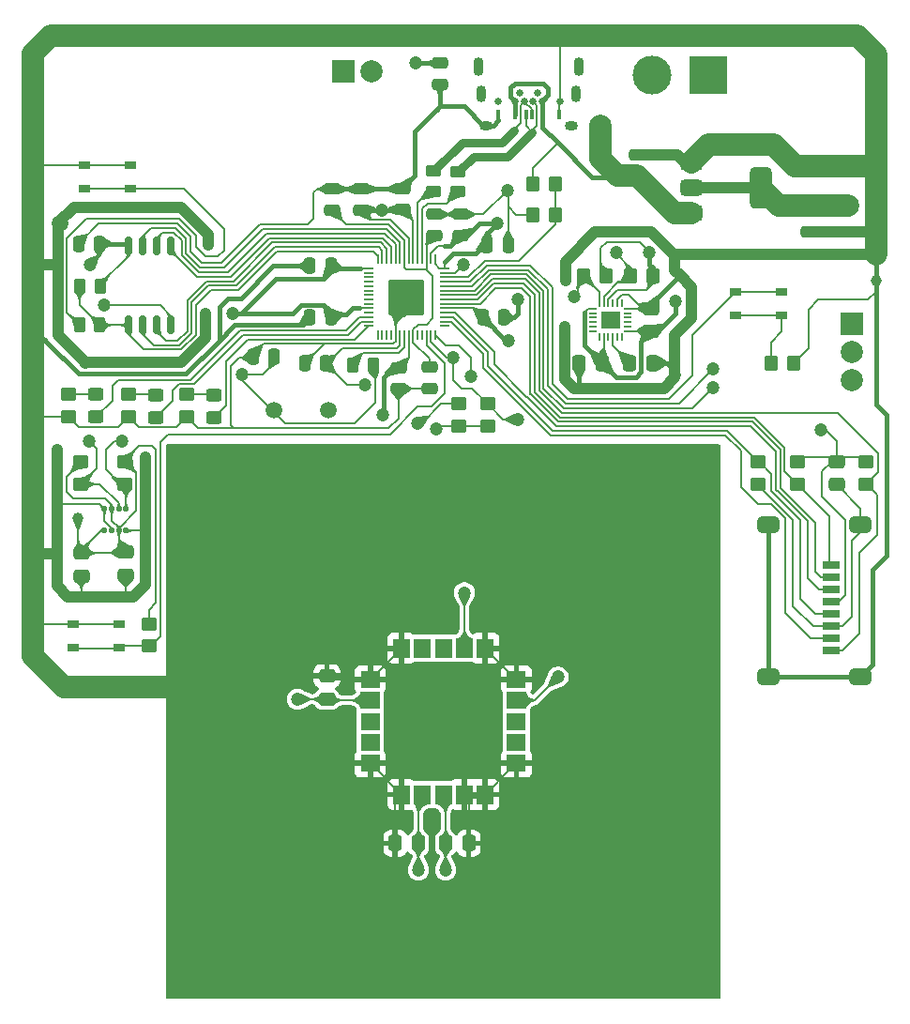
<source format=gtl>
%TF.GenerationSoftware,KiCad,Pcbnew,9.0.1*%
%TF.CreationDate,2025-04-14T00:51:25-03:00*%
%TF.ProjectId,SRAD_computer,53524144-5f63-46f6-9d70-757465722e6b,rev?*%
%TF.SameCoordinates,Original*%
%TF.FileFunction,Copper,L1,Top*%
%TF.FilePolarity,Positive*%
%FSLAX46Y46*%
G04 Gerber Fmt 4.6, Leading zero omitted, Abs format (unit mm)*
G04 Created by KiCad (PCBNEW 9.0.1) date 2025-04-14 00:51:25*
%MOMM*%
%LPD*%
G01*
G04 APERTURE LIST*
G04 Aperture macros list*
%AMRoundRect*
0 Rectangle with rounded corners*
0 $1 Rounding radius*
0 $2 $3 $4 $5 $6 $7 $8 $9 X,Y pos of 4 corners*
0 Add a 4 corners polygon primitive as box body*
4,1,4,$2,$3,$4,$5,$6,$7,$8,$9,$2,$3,0*
0 Add four circle primitives for the rounded corners*
1,1,$1+$1,$2,$3*
1,1,$1+$1,$4,$5*
1,1,$1+$1,$6,$7*
1,1,$1+$1,$8,$9*
0 Add four rect primitives between the rounded corners*
20,1,$1+$1,$2,$3,$4,$5,0*
20,1,$1+$1,$4,$5,$6,$7,0*
20,1,$1+$1,$6,$7,$8,$9,0*
20,1,$1+$1,$8,$9,$2,$3,0*%
G04 Aperture macros list end*
%TA.AperFunction,SMDPad,CuDef*%
%ADD10RoundRect,0.250000X-0.450000X0.325000X-0.450000X-0.325000X0.450000X-0.325000X0.450000X0.325000X0*%
%TD*%
%TA.AperFunction,SMDPad,CuDef*%
%ADD11RoundRect,0.250000X-0.475000X0.337500X-0.475000X-0.337500X0.475000X-0.337500X0.475000X0.337500X0*%
%TD*%
%TA.AperFunction,SMDPad,CuDef*%
%ADD12RoundRect,0.250000X0.475000X-0.250000X0.475000X0.250000X-0.475000X0.250000X-0.475000X-0.250000X0*%
%TD*%
%TA.AperFunction,SMDPad,CuDef*%
%ADD13RoundRect,0.250000X0.262500X0.450000X-0.262500X0.450000X-0.262500X-0.450000X0.262500X-0.450000X0*%
%TD*%
%TA.AperFunction,SMDPad,CuDef*%
%ADD14RoundRect,0.250000X-0.450000X0.350000X-0.450000X-0.350000X0.450000X-0.350000X0.450000X0.350000X0*%
%TD*%
%TA.AperFunction,SMDPad,CuDef*%
%ADD15R,0.300000X0.900000*%
%TD*%
%TA.AperFunction,ComponentPad*%
%ADD16C,0.650000*%
%TD*%
%TA.AperFunction,ComponentPad*%
%ADD17O,0.900000X1.700000*%
%TD*%
%TA.AperFunction,ComponentPad*%
%ADD18O,0.900000X1.500000*%
%TD*%
%TA.AperFunction,ComponentPad*%
%ADD19O,1.150000X0.900000*%
%TD*%
%TA.AperFunction,ComponentPad*%
%ADD20C,1.500000*%
%TD*%
%TA.AperFunction,SMDPad,CuDef*%
%ADD21RoundRect,0.250000X0.337500X0.475000X-0.337500X0.475000X-0.337500X-0.475000X0.337500X-0.475000X0*%
%TD*%
%TA.AperFunction,SMDPad,CuDef*%
%ADD22RoundRect,0.250000X-0.475000X0.250000X-0.475000X-0.250000X0.475000X-0.250000X0.475000X0.250000X0*%
%TD*%
%TA.AperFunction,ComponentPad*%
%ADD23R,2.000000X2.000000*%
%TD*%
%TA.AperFunction,ComponentPad*%
%ADD24C,2.000000*%
%TD*%
%TA.AperFunction,SMDPad,CuDef*%
%ADD25RoundRect,0.250000X0.350000X0.450000X-0.350000X0.450000X-0.350000X-0.450000X0.350000X-0.450000X0*%
%TD*%
%TA.AperFunction,SMDPad,CuDef*%
%ADD26RoundRect,0.375000X-0.625000X-0.375000X0.625000X-0.375000X0.625000X0.375000X-0.625000X0.375000X0*%
%TD*%
%TA.AperFunction,SMDPad,CuDef*%
%ADD27RoundRect,0.500000X-0.500000X-1.400000X0.500000X-1.400000X0.500000X1.400000X-0.500000X1.400000X0*%
%TD*%
%TA.AperFunction,SMDPad,CuDef*%
%ADD28RoundRect,0.250000X-0.450000X0.262500X-0.450000X-0.262500X0.450000X-0.262500X0.450000X0.262500X0*%
%TD*%
%TA.AperFunction,SMDPad,CuDef*%
%ADD29R,1.050000X0.650000*%
%TD*%
%TA.AperFunction,SMDPad,CuDef*%
%ADD30R,1.500000X0.800000*%
%TD*%
%TA.AperFunction,SMDPad,CuDef*%
%ADD31RoundRect,0.362500X-0.637500X0.362500X-0.637500X-0.362500X0.637500X-0.362500X0.637500X0.362500X0*%
%TD*%
%TA.AperFunction,SMDPad,CuDef*%
%ADD32RoundRect,0.162500X0.162500X-0.650000X0.162500X0.650000X-0.162500X0.650000X-0.162500X-0.650000X0*%
%TD*%
%TA.AperFunction,SMDPad,CuDef*%
%ADD33RoundRect,0.250000X-0.350000X-0.450000X0.350000X-0.450000X0.350000X0.450000X-0.350000X0.450000X0*%
%TD*%
%TA.AperFunction,SMDPad,CuDef*%
%ADD34RoundRect,0.250000X0.475000X-0.337500X0.475000X0.337500X-0.475000X0.337500X-0.475000X-0.337500X0*%
%TD*%
%TA.AperFunction,SMDPad,CuDef*%
%ADD35RoundRect,0.250000X-0.337500X-0.475000X0.337500X-0.475000X0.337500X0.475000X-0.337500X0.475000X0*%
%TD*%
%TA.AperFunction,SMDPad,CuDef*%
%ADD36RoundRect,0.250000X0.450000X-0.350000X0.450000X0.350000X-0.450000X0.350000X-0.450000X-0.350000X0*%
%TD*%
%TA.AperFunction,SMDPad,CuDef*%
%ADD37RoundRect,0.250000X0.250000X0.475000X-0.250000X0.475000X-0.250000X-0.475000X0.250000X-0.475000X0*%
%TD*%
%TA.AperFunction,SMDPad,CuDef*%
%ADD38RoundRect,0.027500X-0.292500X-0.082500X0.292500X-0.082500X0.292500X0.082500X-0.292500X0.082500X0*%
%TD*%
%TA.AperFunction,SMDPad,CuDef*%
%ADD39RoundRect,0.027500X-0.082500X-0.292500X0.082500X-0.292500X0.082500X0.292500X-0.082500X0.292500X0*%
%TD*%
%TA.AperFunction,SMDPad,CuDef*%
%ADD40R,1.700000X1.540000*%
%TD*%
%TA.AperFunction,ComponentPad*%
%ADD41R,3.500000X3.500000*%
%TD*%
%TA.AperFunction,ComponentPad*%
%ADD42C,3.500000*%
%TD*%
%TA.AperFunction,SMDPad,CuDef*%
%ADD43RoundRect,0.056250X0.168750X-0.188750X0.168750X0.188750X-0.168750X0.188750X-0.168750X-0.188750X0*%
%TD*%
%TA.AperFunction,SMDPad,CuDef*%
%ADD44RoundRect,0.250000X-0.250000X-0.475000X0.250000X-0.475000X0.250000X0.475000X-0.250000X0.475000X0*%
%TD*%
%TA.AperFunction,SMDPad,CuDef*%
%ADD45RoundRect,0.250000X-0.262500X-0.450000X0.262500X-0.450000X0.262500X0.450000X-0.262500X0.450000X0*%
%TD*%
%TA.AperFunction,SMDPad,CuDef*%
%ADD46RoundRect,0.050000X-0.387500X-0.050000X0.387500X-0.050000X0.387500X0.050000X-0.387500X0.050000X0*%
%TD*%
%TA.AperFunction,SMDPad,CuDef*%
%ADD47RoundRect,0.050000X-0.050000X-0.387500X0.050000X-0.387500X0.050000X0.387500X-0.050000X0.387500X0*%
%TD*%
%TA.AperFunction,ComponentPad*%
%ADD48C,0.600000*%
%TD*%
%TA.AperFunction,SMDPad,CuDef*%
%ADD49RoundRect,0.144000X-1.456000X-1.456000X1.456000X-1.456000X1.456000X1.456000X-1.456000X1.456000X0*%
%TD*%
%TA.AperFunction,SMDPad,CuDef*%
%ADD50R,1.500000X1.800000*%
%TD*%
%TA.AperFunction,SMDPad,CuDef*%
%ADD51R,1.800000X1.500000*%
%TD*%
%TA.AperFunction,ViaPad*%
%ADD52C,0.600000*%
%TD*%
%TA.AperFunction,ViaPad*%
%ADD53C,1.200000*%
%TD*%
%TA.AperFunction,ViaPad*%
%ADD54C,1.500000*%
%TD*%
%TA.AperFunction,ViaPad*%
%ADD55C,2.000000*%
%TD*%
%TA.AperFunction,ViaPad*%
%ADD56C,1.000000*%
%TD*%
%TA.AperFunction,Conductor*%
%ADD57C,1.000000*%
%TD*%
%TA.AperFunction,Conductor*%
%ADD58C,0.200000*%
%TD*%
%TA.AperFunction,Conductor*%
%ADD59C,0.400000*%
%TD*%
%TA.AperFunction,Conductor*%
%ADD60C,2.000000*%
%TD*%
%TA.AperFunction,Conductor*%
%ADD61C,0.800000*%
%TD*%
G04 APERTURE END LIST*
D10*
%TO.P,D2,1,K*%
%TO.N,Net-(D2-K)*%
X68908000Y-69502984D03*
%TO.P,D2,2,A*%
%TO.N,/LED_2*%
X68908000Y-71552984D03*
%TD*%
D11*
%TO.P,C_BME_VDDIO1,1*%
%TO.N,+3V3*%
X66190707Y-83678691D03*
%TO.P,C_BME_VDDIO1,2*%
%TO.N,GND*%
X66190707Y-85753691D03*
%TD*%
D12*
%TO.P,C8,1*%
%TO.N,+1V1*%
X94100000Y-55112836D03*
%TO.P,C8,2*%
%TO.N,GND*%
X94100000Y-53212836D03*
%TD*%
D13*
%TO.P,R2,1*%
%TO.N,+3V3*%
X63880859Y-59723927D03*
%TO.P,R2,2*%
%TO.N,/QSPI_SS*%
X62055859Y-59723927D03*
%TD*%
D14*
%TO.P,R15,1*%
%TO.N,+3V3*%
X133050000Y-75542984D03*
%TO.P,R15,2*%
%TO.N,/SD_DAT1*%
X133050000Y-77542984D03*
%TD*%
D15*
%TO.P,J7,A1,GND*%
%TO.N,GND*%
X105330000Y-44200000D03*
%TO.P,J7,A4,VBUS*%
%TO.N,VBUS*%
X103830000Y-44200000D03*
%TO.P,J7,A6,DP1*%
%TO.N,/USB_D+*%
X102830000Y-44200000D03*
%TO.P,J7,A7,DN1*%
%TO.N,/USB_D-*%
X102330000Y-44200000D03*
%TO.P,J7,A9,VBUS__1*%
%TO.N,VBUS*%
X101330000Y-44200000D03*
%TO.P,J7,A12,GND__1*%
%TO.N,GND*%
X99830000Y-44200000D03*
D16*
%TO.P,J7,B1,GND__2*%
X99780000Y-42990000D03*
%TO.P,J7,B4,VBUS__2*%
%TO.N,VBUS*%
X101380000Y-42990000D03*
%TO.P,J7,B5,CC2*%
%TO.N,unconnected-(J7-CC2-PadB5)*%
X101780000Y-42290000D03*
%TO.P,J7,B6,DP2*%
%TO.N,/USB_D+*%
X102180000Y-42990000D03*
%TO.P,J7,B7,DN2*%
%TO.N,/USB_D-*%
X102980000Y-42990000D03*
%TO.P,J7,B8,SBU2*%
%TO.N,unconnected-(J7-SBU2-PadB8)*%
X103380000Y-42290000D03*
%TO.P,J7,B9,VBUS__3*%
%TO.N,VBUS*%
X103780000Y-42990000D03*
%TO.P,J7,B12,GND__3*%
%TO.N,GND*%
X105380000Y-42990000D03*
D17*
%TO.P,J7,SH1,SHIELD*%
X107080000Y-39870000D03*
D18*
%TO.P,J7,SH2,SHIELD__1*%
X106855000Y-42390000D03*
D19*
%TO.P,J7,SH3,SHIELD__2*%
X106425000Y-45190000D03*
%TO.P,J7,SH4,SHIELD__3*%
X98735000Y-45190000D03*
D18*
%TO.P,J7,SH5,SHIELD__4*%
X98305000Y-42390000D03*
D17*
%TO.P,J7,SH6,SHIELD__5*%
X98080000Y-39870000D03*
%TD*%
D12*
%TO.P,C10,1*%
%TO.N,+3V3*%
X96470000Y-55112836D03*
%TO.P,C10,2*%
%TO.N,GND*%
X96470000Y-53212836D03*
%TD*%
%TO.P,C1,1*%
%TO.N,VBUS*%
X112330000Y-49732836D03*
%TO.P,C1,2*%
%TO.N,GND*%
X112330000Y-47832836D03*
%TD*%
D14*
%TO.P,R13,1*%
%TO.N,/SD_CLK*%
X123303333Y-75552984D03*
%TO.P,R13,2*%
%TO.N,GND*%
X123303333Y-77552984D03*
%TD*%
D20*
%TO.P,Y1,1,1*%
%TO.N,Net-(C3-Pad1)*%
X79590000Y-70882984D03*
%TO.P,Y1,2,2*%
%TO.N,/XIN*%
X84470000Y-70882984D03*
%TD*%
D14*
%TO.P,R_BME_SDA1,1*%
%TO.N,+3V3*%
X62170707Y-75566191D03*
%TO.P,R_BME_SDA1,2*%
%TO.N,/SDA*%
X62170707Y-77566191D03*
%TD*%
%TO.P,R16,1*%
%TO.N,+3V3*%
X68290000Y-90170000D03*
%TO.P,R16,2*%
%TO.N,/RUN*%
X68290000Y-92170000D03*
%TD*%
D21*
%TO.P,C_VDDIO_MPU1,1*%
%TO.N,+3V3*%
X109200000Y-66622984D03*
%TO.P,C_VDDIO_MPU1,2*%
%TO.N,GND*%
X107125000Y-66622984D03*
%TD*%
D22*
%TO.P,C4,1*%
%TO.N,+3V3*%
X127880000Y-52852836D03*
%TO.P,C4,2*%
%TO.N,GND*%
X127880000Y-54752836D03*
%TD*%
D23*
%TO.P,J5,1,1*%
%TO.N,/UART_Rx*%
X131770000Y-63082984D03*
D24*
%TO.P,J5,2,2*%
%TO.N,/UART_Tx*%
X131770000Y-65622984D03*
%TO.P,J5,3,3*%
%TO.N,GND*%
X131770000Y-68162984D03*
%TD*%
D25*
%TO.P,R_BL2,1*%
%TO.N,/BAT_LVL*%
X104980000Y-53230000D03*
%TO.P,R_BL2,2*%
%TO.N,GND*%
X102980000Y-53230000D03*
%TD*%
D26*
%TO.P,U1,1,GND*%
%TO.N,GND*%
X117230000Y-48500336D03*
%TO.P,U1,2,VO*%
%TO.N,+3V3*%
X117230000Y-50800336D03*
D27*
X123530000Y-50800336D03*
D26*
%TO.P,U1,3,VI*%
%TO.N,VBUS*%
X117230000Y-53100336D03*
%TD*%
D14*
%TO.P,R_BME_SCL1,1*%
%TO.N,+3V3*%
X66160707Y-75546191D03*
%TO.P,R_BME_SCL1,2*%
%TO.N,/SCL*%
X66160707Y-77546191D03*
%TD*%
D28*
%TO.P,R3,1*%
%TO.N,/USB_D+*%
X93990000Y-49325336D03*
%TO.P,R3,2*%
%TO.N,Net-(U3-USB_DP)*%
X93990000Y-51150336D03*
%TD*%
D21*
%TO.P,C_SAM_VCCIO1,1*%
%TO.N,+3V3*%
X92620000Y-109952984D03*
%TO.P,C_SAM_VCCIO1,2*%
%TO.N,GND*%
X90545000Y-109952984D03*
%TD*%
D14*
%TO.P,R9,1*%
%TO.N,Net-(D1-K)*%
X71710000Y-69465484D03*
%TO.P,R9,2*%
%TO.N,GND*%
X71710000Y-71465484D03*
%TD*%
D23*
%TO.P,J1,1,1*%
%TO.N,GND*%
X85840000Y-40290000D03*
D24*
%TO.P,J1,2,2*%
%TO.N,/servo*%
X88380000Y-40290000D03*
%TD*%
D29*
%TO.P,S2,1,NO_1*%
%TO.N,/RUN*%
X65600000Y-92310000D03*
%TO.P,S2,2,NO_2*%
X61450000Y-92310000D03*
%TO.P,S2,3,COM_1*%
%TO.N,GND*%
X65600000Y-90160000D03*
%TO.P,S2,4,COM_2*%
X61450000Y-90160000D03*
%TD*%
D30*
%TO.P,J6,1,DAT2*%
%TO.N,/SD_DAT2*%
X129910000Y-84847984D03*
%TO.P,J6,2,DAT3/CD*%
%TO.N,/SD_DAT3*%
X129910000Y-85947984D03*
%TO.P,J6,3,CMD*%
%TO.N,/SD_CMD*%
X129910000Y-87047984D03*
%TO.P,J6,4,VDD*%
%TO.N,+3V3*%
X129910000Y-88147984D03*
%TO.P,J6,5,CLK*%
%TO.N,/SD_CLK*%
X129910000Y-89247984D03*
%TO.P,J6,6,VSS*%
%TO.N,GND*%
X129910000Y-90347984D03*
%TO.P,J6,7,DAT0*%
%TO.N,/SD_DAT0*%
X129910000Y-91447984D03*
%TO.P,J6,8,DAT1*%
%TO.N,/SD_DAT1*%
X129910000Y-92547984D03*
D31*
%TO.P,J6,9,SHIELD*%
%TO.N,GND*%
X132510000Y-81177984D03*
X124210000Y-81177984D03*
X132510000Y-94927984D03*
X124210000Y-94927984D03*
%TD*%
D32*
%TO.P,U2,1,~{CS}*%
%TO.N,/QSPI_SS*%
X66454747Y-63201427D03*
%TO.P,U2,2,DO(IO1)*%
%TO.N,/QSPI_SD1*%
X67724747Y-63201427D03*
%TO.P,U2,3,IO2*%
%TO.N,/QSPI_SD2*%
X68994747Y-63201427D03*
%TO.P,U2,4,GND*%
%TO.N,GND*%
X70264747Y-63201427D03*
%TO.P,U2,5,DI(IO0)*%
%TO.N,/QSPI_SD0*%
X70264747Y-56026427D03*
%TO.P,U2,6,CLK*%
%TO.N,/QSPI_SCLK*%
X68994747Y-56026427D03*
%TO.P,U2,7,IO3*%
%TO.N,/QSPI_SD3*%
X67724747Y-56026427D03*
%TO.P,U2,8,VCC*%
%TO.N,+3V3*%
X66454747Y-56026427D03*
%TD*%
D14*
%TO.P,R10,1*%
%TO.N,Net-(D2-K)*%
X66440000Y-69482984D03*
%TO.P,R10,2*%
%TO.N,GND*%
X66440000Y-71482984D03*
%TD*%
D33*
%TO.P,R_BL1,1*%
%TO.N,VBUS*%
X102980000Y-50460000D03*
%TO.P,R_BL1,2*%
%TO.N,/BAT_LVL*%
X104980000Y-50460000D03*
%TD*%
D10*
%TO.P,D1,1,K*%
%TO.N,Net-(D1-K)*%
X74178000Y-69485484D03*
%TO.P,D1,2,A*%
%TO.N,/LED_1*%
X74178000Y-71535484D03*
%TD*%
D11*
%TO.P,C18,1*%
%TO.N,+3V3*%
X130356666Y-75515484D03*
%TO.P,C18,2*%
%TO.N,GND*%
X130356666Y-77590484D03*
%TD*%
D22*
%TO.P,C6,1*%
%TO.N,+1V1*%
X93610000Y-67022836D03*
%TO.P,C6,2*%
%TO.N,GND*%
X93610000Y-68922836D03*
%TD*%
D34*
%TO.P,C_VDD_MPU1,1*%
%TO.N,+3V3*%
X113642500Y-63770484D03*
%TO.P,C_VDD_MPU1,2*%
%TO.N,GND*%
X113642500Y-61695484D03*
%TD*%
D10*
%TO.P,D3,1,K*%
%TO.N,Net-(D3-K)*%
X63528000Y-69465484D03*
%TO.P,D3,2,A*%
%TO.N,/LED_3*%
X63528000Y-71515484D03*
%TD*%
D35*
%TO.P,C_MPU_REG1,1*%
%TO.N,Net-(U5-REGOUT)*%
X111705000Y-66622984D03*
%TO.P,C_MPU_REG1,2*%
%TO.N,GND*%
X113780000Y-66622984D03*
%TD*%
D36*
%TO.P,R_SAM_SDA1,1*%
%TO.N,+3V3*%
X98880000Y-72322984D03*
%TO.P,R_SAM_SDA1,2*%
%TO.N,/SDA*%
X98880000Y-70322984D03*
%TD*%
D22*
%TO.P,C17,1*%
%TO.N,+3V3*%
X94570000Y-39582836D03*
%TO.P,C17,2*%
%TO.N,GND*%
X94570000Y-41482836D03*
%TD*%
D37*
%TO.P,C14,1*%
%TO.N,+3V3*%
X84730000Y-62522984D03*
%TO.P,C14,2*%
%TO.N,GND*%
X82830000Y-62522984D03*
%TD*%
D38*
%TO.P,U5,1,RESV_1*%
%TO.N,+3V3*%
X108410000Y-61732984D03*
%TO.P,U5,2,NC*%
%TO.N,unconnected-(U5-NC-Pad2)*%
X108410000Y-62132984D03*
%TO.P,U5,3,NC*%
%TO.N,unconnected-(U5-NC-Pad3)*%
X108410000Y-62532984D03*
%TO.P,U5,4,NC*%
%TO.N,unconnected-(U5-NC-Pad4)*%
X108410000Y-62932984D03*
%TO.P,U5,5,NC*%
%TO.N,unconnected-(U5-NC-Pad5)*%
X108410000Y-63332984D03*
%TO.P,U5,6,NC*%
%TO.N,unconnected-(U5-NC-Pad6)*%
X108410000Y-63732984D03*
D39*
%TO.P,U5,7,AUX_CL*%
%TO.N,unconnected-(U5-AUX_CL-Pad7)*%
X108955000Y-64277984D03*
%TO.P,U5,8,VDDIO*%
%TO.N,+3V3*%
X109355000Y-64277984D03*
%TO.P,U5,9,AD0/SDO*%
%TO.N,unconnected-(U5-AD0{slash}SDO-Pad9)*%
X109755000Y-64277984D03*
%TO.P,U5,10,REGOUT*%
%TO.N,Net-(U5-REGOUT)*%
X110155000Y-64277984D03*
%TO.P,U5,11,FSYNC*%
%TO.N,unconnected-(U5-FSYNC-Pad11)*%
X110555000Y-64277984D03*
%TO.P,U5,12,INT*%
%TO.N,unconnected-(U5-INT-Pad12)*%
X110955000Y-64277984D03*
D38*
%TO.P,U5,13,VDD*%
%TO.N,+3V3*%
X111500000Y-63732984D03*
%TO.P,U5,14,NC*%
%TO.N,unconnected-(U5-NC-Pad14)*%
X111500000Y-63332984D03*
%TO.P,U5,15,NC*%
%TO.N,unconnected-(U5-NC-Pad15)*%
X111500000Y-62932984D03*
%TO.P,U5,16,NC*%
%TO.N,unconnected-(U5-NC-Pad16)*%
X111500000Y-62532984D03*
%TO.P,U5,17,NC*%
%TO.N,unconnected-(U5-NC-Pad17)*%
X111500000Y-62132984D03*
%TO.P,U5,18,GND*%
%TO.N,GND*%
X111500000Y-61732984D03*
D39*
%TO.P,U5,19,RESV_19*%
%TO.N,unconnected-(U5-RESV_19-Pad19)*%
X110955000Y-61187984D03*
%TO.P,U5,20,RESV_20*%
%TO.N,GND*%
X110555000Y-61187984D03*
%TO.P,U5,21,AUX_DA*%
%TO.N,unconnected-(U5-AUX_DA-Pad21)*%
X110155000Y-61187984D03*
%TO.P,U5,22,~{CS}*%
%TO.N,+3V3*%
X109755000Y-61187984D03*
%TO.P,U5,23,SCL/SCLK*%
%TO.N,/SCL*%
X109355000Y-61187984D03*
%TO.P,U5,24,SDA/SDI*%
%TO.N,/SDA*%
X108955000Y-61187984D03*
D40*
%TO.P,U5,25,EXP*%
%TO.N,unconnected-(U5-EXP-Pad25)*%
X109955000Y-62732984D03*
%TD*%
D11*
%TO.P,C_BME_VDD1,1*%
%TO.N,+3V3*%
X62200707Y-83758691D03*
%TO.P,C_BME_VDD1,2*%
%TO.N,GND*%
X62200707Y-85833691D03*
%TD*%
D29*
%TO.P,S3,1,NO_1*%
%TO.N,/~{USB_BOOT}*%
X66635000Y-50935000D03*
%TO.P,S3,2,NO_2*%
X62485000Y-50935000D03*
%TO.P,S3,3,COM_1*%
%TO.N,GND*%
X66635000Y-48785000D03*
%TO.P,S3,4,COM_2*%
X62485000Y-48785000D03*
%TD*%
D34*
%TO.P,C_SAM_VCC1,1*%
%TO.N,+3V3*%
X84370000Y-96952984D03*
%TO.P,C_SAM_VCC1,2*%
%TO.N,GND*%
X84370000Y-94877984D03*
%TD*%
D28*
%TO.P,R4,1*%
%TO.N,/USB_D-*%
X96210000Y-49345336D03*
%TO.P,R4,2*%
%TO.N,Net-(U3-USB_DM)*%
X96210000Y-51170336D03*
%TD*%
D25*
%TO.P,R_MPU_SCL1,1*%
%TO.N,+3V3*%
X113760000Y-58782984D03*
%TO.P,R_MPU_SCL1,2*%
%TO.N,/SCL*%
X111760000Y-58782984D03*
%TD*%
D13*
%TO.P,R1,1*%
%TO.N,/QSPI_SS*%
X63859747Y-63183927D03*
%TO.P,R1,2*%
%TO.N,/~{USB_BOOT}*%
X62034747Y-63183927D03*
%TD*%
D25*
%TO.P,R_MPU_SDA1,1*%
%TO.N,+3V3*%
X109530000Y-58772984D03*
%TO.P,R_MPU_SDA1,2*%
%TO.N,/SDA*%
X107530000Y-58772984D03*
%TD*%
D29*
%TO.P,S1,1,NO_1*%
%TO.N,/SW_1*%
X121280000Y-60172984D03*
%TO.P,S1,2,NO_2*%
X125430000Y-60172984D03*
%TO.P,S1,3,COM_1*%
%TO.N,Net-(S1-COM_1)*%
X121280000Y-62322984D03*
%TO.P,S1,4,COM_2*%
X125430000Y-62322984D03*
%TD*%
D22*
%TO.P,C13,1*%
%TO.N,+3V3*%
X90820000Y-67062836D03*
%TO.P,C13,2*%
%TO.N,GND*%
X90820000Y-68962836D03*
%TD*%
D37*
%TO.P,C15,1*%
%TO.N,+3V3*%
X84730000Y-57872984D03*
%TO.P,C15,2*%
%TO.N,GND*%
X82830000Y-57872984D03*
%TD*%
D33*
%TO.P,R12,1*%
%TO.N,Net-(S1-COM_1)*%
X124450000Y-66632984D03*
%TO.P,R12,2*%
%TO.N,GND*%
X126450000Y-66632984D03*
%TD*%
D12*
%TO.P,C7,1*%
%TO.N,+1V1*%
X84830000Y-52822984D03*
%TO.P,C7,2*%
%TO.N,GND*%
X84830000Y-50922984D03*
%TD*%
D14*
%TO.P,R11,1*%
%TO.N,Net-(D3-K)*%
X61060000Y-69445484D03*
%TO.P,R11,2*%
%TO.N,GND*%
X61060000Y-71445484D03*
%TD*%
D41*
%TO.P,J4,1,1*%
%TO.N,GND*%
X118770000Y-40642836D03*
D42*
%TO.P,J4,2,2*%
%TO.N,VBUS*%
X113690000Y-40642836D03*
%TD*%
D43*
%TO.P,U4,1,GND*%
%TO.N,GND*%
X64290707Y-79801191D03*
%TO.P,U4,2,CSB*%
%TO.N,+3V3*%
X64940707Y-79801191D03*
%TO.P,U4,3,SDI*%
%TO.N,/SDA*%
X65590707Y-79801191D03*
%TO.P,U4,4,SCK*%
%TO.N,/SCL*%
X66240707Y-79801191D03*
%TO.P,U4,5,SDO*%
%TO.N,GND*%
X66240707Y-81741191D03*
%TO.P,U4,6,VDDIO*%
%TO.N,+3V3*%
X65590707Y-81741191D03*
%TO.P,U4,7,GND*%
%TO.N,GND*%
X64940707Y-81741191D03*
%TO.P,U4,8,VDD*%
%TO.N,+3V3*%
X64290707Y-81741191D03*
%TD*%
D44*
%TO.P,C11,1*%
%TO.N,+3V3*%
X98810000Y-55940000D03*
%TO.P,C11,2*%
%TO.N,GND*%
X100710000Y-55940000D03*
%TD*%
D36*
%TO.P,R_SAM_SCL1,1*%
%TO.N,+3V3*%
X96280000Y-72322984D03*
%TO.P,R_SAM_SCL1,2*%
%TO.N,/SCL*%
X96280000Y-70322984D03*
%TD*%
D45*
%TO.P,R5,1*%
%TO.N,/XOUT*%
X86717500Y-66822984D03*
%TO.P,R5,2*%
%TO.N,Net-(C3-Pad1)*%
X88542500Y-66822984D03*
%TD*%
D44*
%TO.P,C12,1*%
%TO.N,+3V3*%
X98430000Y-62522984D03*
%TO.P,C12,2*%
%TO.N,GND*%
X100330000Y-62522984D03*
%TD*%
D37*
%TO.P,C2,1*%
%TO.N,/XIN*%
X84250000Y-66672984D03*
%TO.P,C2,2*%
%TO.N,GND*%
X82350000Y-66672984D03*
%TD*%
D46*
%TO.P,U3,1,IOVDD*%
%TO.N,+3V3*%
X88112500Y-58087836D03*
%TO.P,U3,2,GPIO0*%
%TO.N,/GPIO0*%
X88112500Y-58487836D03*
%TO.P,U3,3,GPIO1*%
%TO.N,/GPIO1*%
X88112500Y-58887836D03*
%TO.P,U3,4,GPIO2*%
%TO.N,/GPIO2*%
X88112500Y-59287836D03*
%TO.P,U3,5,GPIO3*%
%TO.N,/GPIO3*%
X88112500Y-59687836D03*
%TO.P,U3,6,GPIO4*%
%TO.N,/GPIO4*%
X88112500Y-60087836D03*
%TO.P,U3,7,GPIO5*%
%TO.N,/GPIO5*%
X88112500Y-60487836D03*
%TO.P,U3,8,GPIO6*%
%TO.N,/GPIO6*%
X88112500Y-60887836D03*
%TO.P,U3,9,GPIO7*%
%TO.N,/GPIO7*%
X88112500Y-61287836D03*
%TO.P,U3,10,IOVDD*%
%TO.N,+3V3*%
X88112500Y-61687836D03*
%TO.P,U3,11,GPIO8*%
%TO.N,/GPIO8*%
X88112500Y-62087836D03*
%TO.P,U3,12,GPIO9*%
%TO.N,/LED_3*%
X88112500Y-62487836D03*
%TO.P,U3,13,GPIO10*%
%TO.N,/LED_2*%
X88112500Y-62887836D03*
%TO.P,U3,14,GPIO11*%
%TO.N,/LED_1*%
X88112500Y-63287836D03*
D47*
%TO.P,U3,15,GPIO12*%
%TO.N,/GPIO12*%
X88950000Y-64125336D03*
%TO.P,U3,16,GPIO13*%
%TO.N,/GPIO13*%
X89350000Y-64125336D03*
%TO.P,U3,17,GPIO14*%
%TO.N,/GPIO14*%
X89750000Y-64125336D03*
%TO.P,U3,18,GPIO15*%
%TO.N,/GPIO15*%
X90150000Y-64125336D03*
%TO.P,U3,19,TESTEN*%
%TO.N,GND*%
X90550000Y-64125336D03*
%TO.P,U3,20,XIN*%
%TO.N,/XIN*%
X90950000Y-64125336D03*
%TO.P,U3,21,XOUT*%
%TO.N,/XOUT*%
X91350000Y-64125336D03*
%TO.P,U3,22,IOVDD*%
%TO.N,+3V3*%
X91750000Y-64125336D03*
%TO.P,U3,23,DVDD*%
%TO.N,+1V1*%
X92150000Y-64125336D03*
%TO.P,U3,24,SWCLK*%
%TO.N,/SWCLK*%
X92550000Y-64125336D03*
%TO.P,U3,25,SWD*%
%TO.N,/SWD*%
X92950000Y-64125336D03*
%TO.P,U3,26,RUN*%
%TO.N,/RUN*%
X93350000Y-64125336D03*
%TO.P,U3,27,GPIO16*%
%TO.N,/SDA*%
X93750000Y-64125336D03*
%TO.P,U3,28,GPIO17*%
%TO.N,/SCL*%
X94150000Y-64125336D03*
D46*
%TO.P,U3,29,GPIO18*%
%TO.N,/GPIO18*%
X94987500Y-63287836D03*
%TO.P,U3,30,GPIO19*%
%TO.N,/SD_DAT0*%
X94987500Y-62887836D03*
%TO.P,U3,31,GPIO20*%
%TO.N,/SD_CLK*%
X94987500Y-62487836D03*
%TO.P,U3,32,GPIO21*%
%TO.N,/SD_CMD*%
X94987500Y-62087836D03*
%TO.P,U3,33,IOVDD*%
%TO.N,+3V3*%
X94987500Y-61687836D03*
%TO.P,U3,34,GPIO22*%
%TO.N,/SD_DAT3*%
X94987500Y-61287836D03*
%TO.P,U3,35,GPIO23*%
%TO.N,/SD_DAT2*%
X94987500Y-60887836D03*
%TO.P,U3,36,GPIO24*%
%TO.N,/SD_DAT1*%
X94987500Y-60487836D03*
%TO.P,U3,37,GPIO25*%
%TO.N,/UART_Tx*%
X94987500Y-60087836D03*
%TO.P,U3,38,GPIO26_ADC0*%
%TO.N,/UART_Rx*%
X94987500Y-59687836D03*
%TO.P,U3,39,GPIO27_ADC1*%
%TO.N,/SW_1*%
X94987500Y-59287836D03*
%TO.P,U3,40,GPIO28_ADC2*%
%TO.N,/BAT_LVL*%
X94987500Y-58887836D03*
%TO.P,U3,41,GPIO29_ADC3*%
%TO.N,/servo*%
X94987500Y-58487836D03*
%TO.P,U3,42,IOVDD*%
%TO.N,+3V3*%
X94987500Y-58087836D03*
D47*
%TO.P,U3,43,ADC_AVDD*%
X94150000Y-57250336D03*
%TO.P,U3,44,VREG_IN*%
X93750000Y-57250336D03*
%TO.P,U3,45,VREG_VOUT*%
%TO.N,+1V1*%
X93350000Y-57250336D03*
%TO.P,U3,46,USB_DM*%
%TO.N,Net-(U3-USB_DM)*%
X92950000Y-57250336D03*
%TO.P,U3,47,USB_DP*%
%TO.N,Net-(U3-USB_DP)*%
X92550000Y-57250336D03*
%TO.P,U3,48,USB_VDD*%
%TO.N,+3V3*%
X92150000Y-57250336D03*
%TO.P,U3,49,IOVDD*%
X91750000Y-57250336D03*
%TO.P,U3,50,DVDD*%
%TO.N,+1V1*%
X91350000Y-57250336D03*
%TO.P,U3,51,QSPI_SD3*%
%TO.N,/QSPI_SD3*%
X90950000Y-57250336D03*
%TO.P,U3,52,QSPI_SCLK*%
%TO.N,/QSPI_SCLK*%
X90550000Y-57250336D03*
%TO.P,U3,53,QSPI_SD0*%
%TO.N,/QSPI_SD0*%
X90150000Y-57250336D03*
%TO.P,U3,54,QSPI_SD2*%
%TO.N,/QSPI_SD2*%
X89750000Y-57250336D03*
%TO.P,U3,55,QSPI_SD1*%
%TO.N,/QSPI_SD1*%
X89350000Y-57250336D03*
%TO.P,U3,56,QSPI_SS*%
%TO.N,/QSPI_SS*%
X88950000Y-57250336D03*
D48*
%TO.P,U3,57,GND*%
%TO.N,GND*%
X90275000Y-59412836D03*
X90275000Y-60687836D03*
X90275000Y-61962836D03*
X91550000Y-59412836D03*
X91550000Y-60687836D03*
D49*
X91550000Y-60687836D03*
D48*
X91550000Y-61962836D03*
X92825000Y-59412836D03*
X92825000Y-60687836D03*
X92825000Y-61962836D03*
%TD*%
D12*
%TO.P,C9,1*%
%TO.N,+3V3*%
X91160000Y-52792836D03*
%TO.P,C9,2*%
%TO.N,GND*%
X91160000Y-50892836D03*
%TD*%
D35*
%TO.P,C_SAM_VBCKP1,1*%
%TO.N,+3V3*%
X95082500Y-109952984D03*
%TO.P,C_SAM_VBCKP1,2*%
%TO.N,GND*%
X97157500Y-109952984D03*
%TD*%
D37*
%TO.P,C3,1*%
%TO.N,Net-(C3-Pad1)*%
X79590000Y-66022984D03*
%TO.P,C3,2*%
%TO.N,GND*%
X77690000Y-66022984D03*
%TD*%
D14*
%TO.P,R14,1*%
%TO.N,+3V3*%
X126830000Y-75552984D03*
%TO.P,R14,2*%
%TO.N,/SD_DAT2*%
X126830000Y-77552984D03*
%TD*%
D37*
%TO.P,C5,1*%
%TO.N,+3V3*%
X63838359Y-55853927D03*
%TO.P,C5,2*%
%TO.N,GND*%
X61938359Y-55853927D03*
%TD*%
D50*
%TO.P,U6,1,GND*%
%TO.N,GND*%
X91070000Y-105552984D03*
%TO.P,U6,2,VCC_IO*%
%TO.N,+3V3*%
X92970000Y-105552984D03*
%TO.P,U6,3,V_BCKP*%
X94870000Y-105552984D03*
%TO.P,U6,4,GND*%
%TO.N,GND*%
X96770000Y-105552984D03*
%TO.P,U6,5,GND*%
X98670000Y-105552984D03*
D51*
%TO.P,U6,6,GND*%
X101470000Y-102752984D03*
%TO.P,U6,7,TIMEPULSE*%
%TO.N,unconnected-(U6-TIMEPULSE-Pad7)*%
X101470000Y-100852984D03*
%TO.P,U6,8,~{SAFEBOOT}*%
%TO.N,unconnected-(U6-~{SAFEBOOT}-Pad8)*%
X101470000Y-98952984D03*
%TO.P,U6,9,SDA*%
%TO.N,/SDA*%
X101470000Y-97052984D03*
%TO.P,U6,10,GND*%
%TO.N,GND*%
X101470000Y-95152984D03*
D50*
%TO.P,U6,11,GND*%
X98670000Y-92352984D03*
%TO.P,U6,12,SCL*%
%TO.N,/SCL*%
X96770000Y-92352984D03*
%TO.P,U6,13,TXD*%
%TO.N,unconnected-(U6-TXD-Pad13)*%
X94870000Y-92352984D03*
%TO.P,U6,14,RXD*%
%TO.N,unconnected-(U6-RXD-Pad14)*%
X92970000Y-92352984D03*
%TO.P,U6,15,GND*%
%TO.N,GND*%
X91070000Y-92352984D03*
D51*
%TO.P,U6,16,GND*%
X88270000Y-95152984D03*
%TO.P,U6,17,VCC*%
%TO.N,+3V3*%
X88270000Y-97052984D03*
%TO.P,U6,18,~{RESET}*%
%TO.N,unconnected-(U6-~{RESET}-Pad18)*%
X88270000Y-98952984D03*
%TO.P,U6,19,EXTINT0*%
%TO.N,unconnected-(U6-EXTINT0-Pad19)*%
X88270000Y-100852984D03*
%TO.P,U6,20,GND*%
%TO.N,GND*%
X88270000Y-102752984D03*
%TD*%
D12*
%TO.P,C16,1*%
%TO.N,+3V3*%
X87480000Y-52822984D03*
%TO.P,C16,2*%
%TO.N,GND*%
X87480000Y-50922984D03*
%TD*%
D52*
%TO.N,GND*%
X117520000Y-118202984D03*
X110520000Y-121702984D03*
X79020000Y-90202984D03*
X103520000Y-118202984D03*
X117520000Y-83202984D03*
X72020000Y-118202984D03*
X96520000Y-83202984D03*
X100020000Y-111202984D03*
X100020000Y-90202984D03*
X89520000Y-118202984D03*
X72020000Y-76202984D03*
X114020000Y-90202984D03*
X72020000Y-79702984D03*
X114020000Y-79702984D03*
X79020000Y-79702984D03*
X107020000Y-100702984D03*
X100020000Y-86702984D03*
X117520000Y-107702984D03*
X103520000Y-86702984D03*
X72020000Y-90202984D03*
X107020000Y-86702984D03*
X94460000Y-102702984D03*
D53*
X100636492Y-51076492D03*
D52*
X86020000Y-86702984D03*
X93370000Y-76210000D03*
X90960000Y-102702984D03*
X103520000Y-114702984D03*
X114020000Y-93702984D03*
X96520000Y-114702984D03*
X110520000Y-90202984D03*
X75520000Y-114702984D03*
X72020000Y-104202984D03*
X117520000Y-97202984D03*
X72020000Y-107702984D03*
X82520000Y-111202984D03*
X100020000Y-114702984D03*
X114020000Y-86702984D03*
D53*
X64240000Y-61432836D03*
D52*
X82520000Y-100702984D03*
X103520000Y-107702984D03*
X117520000Y-104202984D03*
X72020000Y-86702984D03*
X79020000Y-76202984D03*
X107020000Y-121702984D03*
X107020000Y-76202984D03*
X100020000Y-83202984D03*
X79020000Y-97202984D03*
X117520000Y-114702984D03*
X82520000Y-118202984D03*
X75520000Y-86702984D03*
X107020000Y-93702984D03*
X90960000Y-99202984D03*
X107020000Y-79702984D03*
X82520000Y-79702984D03*
X86020000Y-76202984D03*
X93020000Y-90202984D03*
X86020000Y-114702984D03*
X79020000Y-93702984D03*
X114020000Y-97202984D03*
D53*
X62534328Y-66528508D03*
D52*
X103400000Y-76430000D03*
X100020000Y-107702984D03*
X93510000Y-79910000D03*
X75520000Y-100702984D03*
X96520000Y-76202984D03*
X75520000Y-97202984D03*
X93020000Y-86702984D03*
X79020000Y-104202984D03*
X97960000Y-95702984D03*
X86020000Y-104202984D03*
X72020000Y-114702984D03*
X82520000Y-104202984D03*
X110520000Y-97202984D03*
X103520000Y-83202984D03*
X72020000Y-97202984D03*
X107020000Y-83202984D03*
X89520000Y-114702984D03*
X114020000Y-76202984D03*
X110520000Y-104202984D03*
X75520000Y-121702984D03*
X110520000Y-107702984D03*
X75520000Y-104202984D03*
X117520000Y-86702984D03*
X79020000Y-86702984D03*
X93020000Y-121702984D03*
X103520000Y-90202984D03*
D53*
X101630000Y-60872984D03*
D52*
X79020000Y-100702984D03*
X117520000Y-121702984D03*
X82520000Y-121702984D03*
X107020000Y-97202984D03*
X82520000Y-93702984D03*
X110520000Y-86702984D03*
X93020000Y-118202984D03*
X94460000Y-95702984D03*
X100020000Y-76202984D03*
X75520000Y-83202984D03*
X100020000Y-118202984D03*
X117520000Y-93702984D03*
X93020000Y-114702984D03*
X93560000Y-82810000D03*
X103520000Y-121702984D03*
X89520000Y-86702984D03*
X117520000Y-100702984D03*
X86020000Y-100702984D03*
X100020000Y-79702984D03*
X110520000Y-111202984D03*
X107020000Y-118202984D03*
X114020000Y-83202984D03*
X110520000Y-76202984D03*
X114020000Y-104202984D03*
X72020000Y-121702984D03*
X107020000Y-111202984D03*
X103520000Y-100702984D03*
X75520000Y-93702984D03*
X72020000Y-93702984D03*
X86020000Y-121702984D03*
X86020000Y-90202984D03*
X82520000Y-114702984D03*
X89520000Y-121702984D03*
X110520000Y-83202984D03*
X82520000Y-76202984D03*
X89520000Y-83202984D03*
X110520000Y-79702984D03*
X96520000Y-79702984D03*
X72020000Y-83202984D03*
X114020000Y-111202984D03*
X114020000Y-118202984D03*
X117520000Y-90202984D03*
X107020000Y-90202984D03*
X110520000Y-114702984D03*
X96520000Y-118202984D03*
X79020000Y-111202984D03*
X94460000Y-99202984D03*
X117520000Y-111202984D03*
X82520000Y-86702984D03*
X110520000Y-118202984D03*
X75520000Y-90202984D03*
X96520000Y-121702984D03*
X107020000Y-107702984D03*
X89520000Y-76202984D03*
X97960000Y-102702984D03*
X90960000Y-95702984D03*
X79020000Y-83202984D03*
X117520000Y-76202984D03*
X72020000Y-111202984D03*
X114020000Y-107702984D03*
X75520000Y-111202984D03*
X86020000Y-79702984D03*
X110520000Y-93702984D03*
X89520000Y-79702984D03*
X117520000Y-79702984D03*
X89520000Y-90202984D03*
X82520000Y-83202984D03*
X79020000Y-107702984D03*
X75520000Y-118202984D03*
D54*
X60320000Y-54072836D03*
D52*
X86020000Y-93702984D03*
X86020000Y-118202984D03*
X103520000Y-111202984D03*
X114020000Y-121702984D03*
X103520000Y-104202984D03*
X114020000Y-100702984D03*
X79020000Y-118202984D03*
X86020000Y-107702984D03*
X114020000Y-114702984D03*
X72020000Y-100702984D03*
X86020000Y-83202984D03*
X75520000Y-107702984D03*
X75520000Y-76202984D03*
X79020000Y-114702984D03*
D55*
X128990000Y-48832836D03*
D52*
X100020000Y-121702984D03*
X89520000Y-107702984D03*
X79020000Y-121702984D03*
X97960000Y-99202984D03*
X82520000Y-90202984D03*
X107020000Y-114702984D03*
X103520000Y-93702984D03*
X75520000Y-79702984D03*
X82520000Y-107702984D03*
X107020000Y-104202984D03*
X103520000Y-79702984D03*
D56*
X133920000Y-59192984D03*
D52*
X110520000Y-100702984D03*
D55*
%TO.N,VBUS*%
X109065000Y-45267836D03*
D53*
%TO.N,/XIN*%
X87810000Y-68592984D03*
%TO.N,Net-(C3-Pad1)*%
X76690000Y-67682984D03*
%TO.N,+3V3*%
X89330000Y-52822984D03*
X81700000Y-96972984D03*
X94230000Y-72572984D03*
X92620000Y-112362984D03*
X128940000Y-72672984D03*
X95082500Y-112352984D03*
X89430000Y-71322984D03*
X115810000Y-61052984D03*
X75887107Y-62130091D03*
D55*
X131410000Y-52382836D03*
D53*
X92375000Y-39587836D03*
D56*
X61915707Y-80623691D03*
D53*
X100780000Y-64622984D03*
X113460000Y-56622984D03*
X99760000Y-53992984D03*
X63030000Y-57763927D03*
%TO.N,/servo*%
X96680000Y-57772984D03*
%TO.N,/SCL*%
X97380000Y-67822984D03*
X65910000Y-73632984D03*
X92530000Y-72072984D03*
X96770000Y-87352984D03*
X110470000Y-56652984D03*
%TO.N,/SDA*%
X106708603Y-60651587D03*
X101580000Y-71710000D03*
X62880000Y-73632984D03*
X105220000Y-94952984D03*
X95790000Y-66142984D03*
%TO.N,/UART_Rx*%
X119246397Y-67189381D03*
%TO.N,/UART_Tx*%
X119246397Y-68822984D03*
%TD*%
D57*
%TO.N,GND*%
X59995707Y-86753691D02*
X60965707Y-87723691D01*
X59995707Y-83813691D02*
X59995707Y-86753691D01*
D58*
X66190707Y-87708691D02*
X66205707Y-87723691D01*
D57*
X67970000Y-82399398D02*
X67970000Y-75090000D01*
D59*
X94260148Y-43792836D02*
X94570000Y-43482984D01*
X133640000Y-85282984D02*
X134890000Y-84032984D01*
D57*
X57858909Y-57733927D02*
X57830000Y-57762836D01*
D58*
X127810000Y-65272984D02*
X127810000Y-61812984D01*
D57*
X58020000Y-80422836D02*
X57830000Y-80232836D01*
D58*
X65531500Y-72391484D02*
X66440000Y-71482984D01*
X100710000Y-52490000D02*
X100710000Y-51070000D01*
D57*
X116230000Y-58722984D02*
X115737500Y-58230484D01*
D60*
X57820000Y-57752836D02*
X57820000Y-48740000D01*
D58*
X126450000Y-66632984D02*
X127810000Y-65272984D01*
D57*
X115980000Y-47832836D02*
X112739030Y-47832836D01*
X71237535Y-52573927D02*
X73683359Y-55019751D01*
D60*
X57830000Y-64572836D02*
X57830000Y-71552984D01*
D58*
X98670000Y-105552984D02*
X101470000Y-102752984D01*
D59*
X113642500Y-61695484D02*
X113642500Y-61310484D01*
X96737164Y-43480000D02*
X94572984Y-43480000D01*
D58*
X90820000Y-71602984D02*
X89930000Y-72492984D01*
X57850000Y-90160000D02*
X57830000Y-90140000D01*
D59*
X94570000Y-43482984D02*
X94570000Y-41482836D01*
X124210000Y-81177984D02*
X124210000Y-94927984D01*
D58*
X132510000Y-81177984D02*
X132510000Y-79743818D01*
D59*
X59025074Y-64677910D02*
X59025074Y-64668058D01*
D58*
X64290707Y-79801191D02*
X63803207Y-79313691D01*
X90550000Y-64125336D02*
X90550000Y-61962836D01*
D57*
X97090000Y-37182984D02*
X97180000Y-37092984D01*
D58*
X85100000Y-64903984D02*
X78649000Y-64903984D01*
X90860000Y-68922836D02*
X90820000Y-68962836D01*
D57*
X67970000Y-82399398D02*
X67970000Y-86660000D01*
X60109747Y-57733927D02*
X60109747Y-53983089D01*
D59*
X98735000Y-45190000D02*
X98447164Y-45190000D01*
D60*
X105950000Y-37092984D02*
X132210000Y-37092984D01*
D58*
X101470000Y-95152984D02*
X98670000Y-92352984D01*
D60*
X57830000Y-90140000D02*
X57830000Y-93080000D01*
D58*
X83530000Y-50922984D02*
X83180000Y-51272984D01*
X76430000Y-66162984D02*
X75680000Y-66912984D01*
D57*
X113634000Y-54811984D02*
X108541000Y-54811984D01*
D59*
X113780000Y-66622984D02*
X115020000Y-66622984D01*
D58*
X75680000Y-72192984D02*
X75980000Y-72492984D01*
D59*
X59025074Y-64668058D02*
X57830000Y-63472984D01*
D57*
X59995707Y-74413691D02*
X59995707Y-79253691D01*
D59*
X107125000Y-66622984D02*
X107125000Y-68572984D01*
D57*
X60109747Y-57733927D02*
X57858909Y-57733927D01*
D58*
X66440000Y-71482984D02*
X67386000Y-72428984D01*
D59*
X58920000Y-64572836D02*
X59025074Y-64677910D01*
X134890000Y-71322984D02*
X133920000Y-70352984D01*
D57*
X60109747Y-57733927D02*
X60109747Y-57813927D01*
D58*
X105330000Y-44200000D02*
X105330000Y-43040000D01*
D59*
X101630000Y-60872984D02*
X101630000Y-62172984D01*
D57*
X117280000Y-59772984D02*
X116230000Y-58722984D01*
X117230000Y-48500336D02*
X116647500Y-48500336D01*
X73370747Y-64399913D02*
X71563733Y-66206927D01*
D60*
X128980000Y-48842836D02*
X128990000Y-48832836D01*
D57*
X61518909Y-52573927D02*
X71237535Y-52573927D01*
D58*
X110555000Y-61187984D02*
X110555000Y-60867984D01*
X74823101Y-57609883D02*
X73097047Y-57609883D01*
D57*
X73380000Y-62123674D02*
X73380000Y-64382984D01*
D60*
X63230000Y-95870000D02*
X70217016Y-95870000D01*
D58*
X132510000Y-79743818D02*
X130356666Y-77590484D01*
X75980000Y-72492984D02*
X89930000Y-72492984D01*
X131730000Y-89477984D02*
X131730000Y-82682984D01*
X70264747Y-63201427D02*
X70264747Y-62388928D01*
X66190707Y-85753691D02*
X66190707Y-87708691D01*
D57*
X105880000Y-57472984D02*
X105880000Y-59222984D01*
D58*
X83180000Y-51272984D02*
X83180000Y-53572984D01*
X105380000Y-42990000D02*
X105380000Y-37662984D01*
D59*
X133920000Y-70352984D02*
X133920000Y-59192984D01*
D58*
X72061747Y-56574583D02*
X72061747Y-55216737D01*
X96607500Y-106200484D02*
X96220000Y-105812984D01*
X105380000Y-37662984D02*
X105950000Y-37092984D01*
D59*
X134890000Y-84032984D02*
X134890000Y-71322984D01*
D57*
X114780000Y-68932984D02*
X115780000Y-67932984D01*
D58*
X130860000Y-90347984D02*
X131730000Y-89477984D01*
X90550000Y-64660610D02*
X90550000Y-64125336D01*
D60*
X57820000Y-48740000D02*
X57820000Y-38672984D01*
D58*
X72061747Y-55216737D02*
X70896937Y-54051927D01*
X61060000Y-71445484D02*
X62006000Y-72391484D01*
X67768809Y-81741191D02*
X66240707Y-81741191D01*
D59*
X87480000Y-50922984D02*
X91129852Y-50922984D01*
D58*
X69308655Y-61432836D02*
X64240000Y-61432836D01*
D57*
X71199057Y-66563927D02*
X62569747Y-66563927D01*
D58*
X110994704Y-60428280D02*
X111565397Y-60428280D01*
D57*
X73380000Y-64382984D02*
X73370747Y-64392237D01*
D59*
X113642500Y-61310484D02*
X116230000Y-58722984D01*
D58*
X133221215Y-60901769D02*
X133920000Y-60202984D01*
X62200707Y-87358691D02*
X62565707Y-87723691D01*
X111500000Y-61732984D02*
X113605000Y-61732984D01*
X98507164Y-53212836D02*
X96470000Y-53212836D01*
X65600000Y-90160000D02*
X57850000Y-90160000D01*
D59*
X84830000Y-50922984D02*
X87480000Y-50922984D01*
D58*
X90820000Y-68962836D02*
X90820000Y-71602984D01*
X82350000Y-66672984D02*
X84119000Y-64903984D01*
D59*
X92320000Y-49732836D02*
X92320000Y-45732984D01*
D57*
X59995707Y-83813691D02*
X57845707Y-83813691D01*
D58*
X78284148Y-54148836D02*
X74823101Y-57609883D01*
D57*
X59995707Y-79253691D02*
X59995707Y-83813691D01*
D59*
X61950000Y-67602836D02*
X71630148Y-67602836D01*
D57*
X115820148Y-56832836D02*
X115737500Y-56915484D01*
D58*
X126440000Y-88552984D02*
X128235000Y-90347984D01*
D57*
X115780000Y-67932984D02*
X115780000Y-64072984D01*
X133880000Y-54752836D02*
X133920000Y-54792836D01*
D58*
X84830000Y-50922984D02*
X83530000Y-50922984D01*
D59*
X94572984Y-43480000D02*
X94570000Y-43482984D01*
X76061000Y-63171984D02*
X74480000Y-64752984D01*
D58*
X57937500Y-71445484D02*
X57830000Y-71552984D01*
D57*
X105805000Y-68078132D02*
X106659852Y-68932984D01*
X105950000Y-37092984D02*
X105730000Y-37312984D01*
D58*
X88270000Y-95152984D02*
X84645000Y-95152984D01*
D59*
X71630148Y-67602836D02*
X74480000Y-64752984D01*
D58*
X63740359Y-54051927D02*
X61938359Y-55853927D01*
X110555000Y-60867984D02*
X110994704Y-60428280D01*
X127810000Y-61812984D02*
X128721215Y-60901769D01*
X62485000Y-48785000D02*
X57865000Y-48785000D01*
D59*
X92320000Y-45732984D02*
X94260148Y-43792836D01*
D58*
X102980000Y-53230000D02*
X101450000Y-53230000D01*
D57*
X115780000Y-64072984D02*
X117280000Y-62572984D01*
D60*
X57830000Y-57762836D02*
X57830000Y-63472984D01*
D59*
X115020000Y-66622984D02*
X116055000Y-67657984D01*
D58*
X100710000Y-55940000D02*
X100710000Y-52490000D01*
D59*
X79480000Y-57872984D02*
X82830000Y-57872984D01*
X132510000Y-94927984D02*
X124210000Y-94927984D01*
D58*
X90306626Y-64903984D02*
X85100000Y-64903984D01*
D57*
X133830000Y-54882836D02*
X133920000Y-54792836D01*
D59*
X74660000Y-61589865D02*
X75476881Y-60772984D01*
D57*
X133920000Y-56832836D02*
X115820148Y-56832836D01*
D58*
X132510000Y-81902983D02*
X132510000Y-81177984D01*
X123303333Y-77552984D02*
X123303333Y-77629217D01*
X62103359Y-55873927D02*
X62308359Y-55873927D01*
D57*
X67970000Y-86660000D02*
X66906309Y-87723691D01*
D60*
X133920000Y-54792836D02*
X133920000Y-56832836D01*
D58*
X77390000Y-66162984D02*
X76430000Y-66162984D01*
D59*
X76580000Y-60772984D02*
X79480000Y-57872984D01*
D58*
X68000000Y-81972382D02*
X67768809Y-81741191D01*
D57*
X117280000Y-62572984D02*
X117280000Y-59772984D01*
D59*
X132510000Y-94927984D02*
X133640000Y-93797984D01*
X98447164Y-45190000D02*
X96737164Y-43480000D01*
D57*
X71563733Y-66206927D02*
X71556057Y-66206927D01*
D59*
X133920000Y-59192984D02*
X133920000Y-56832836D01*
D58*
X64290707Y-80876903D02*
X64940707Y-81526903D01*
D59*
X101630000Y-62172984D02*
X101280000Y-62522984D01*
X82830000Y-62522984D02*
X82181000Y-63171984D01*
D57*
X73370747Y-64392237D02*
X73370747Y-64399913D01*
D58*
X64290707Y-79801191D02*
X64290707Y-80876903D01*
X128721215Y-60901769D02*
X133221215Y-60901769D01*
D59*
X101280000Y-62522984D02*
X100330000Y-62522984D01*
D58*
X111565397Y-60428280D02*
X112832601Y-61695484D01*
D60*
X59400000Y-37092984D02*
X97180000Y-37092984D01*
D58*
X66635000Y-48785000D02*
X62485000Y-48785000D01*
D60*
X133920000Y-38802984D02*
X133920000Y-48792836D01*
D58*
X90545000Y-109952984D02*
X90545000Y-106077984D01*
X90549000Y-64661610D02*
X90306626Y-64903984D01*
D60*
X128990000Y-48832836D02*
X133880000Y-48832836D01*
D58*
X100680000Y-51040000D02*
X98507164Y-53212836D01*
D57*
X108541000Y-54811984D02*
X105880000Y-57472984D01*
X62565707Y-87723691D02*
X66205707Y-87723691D01*
D60*
X57820000Y-38672984D02*
X59400000Y-37092984D01*
D58*
X64940707Y-81526903D02*
X64940707Y-81741191D01*
D57*
X60109747Y-53983089D02*
X61518909Y-52573927D01*
D60*
X60620000Y-95870000D02*
X63230000Y-95870000D01*
X133880000Y-48832836D02*
X133920000Y-48792836D01*
X97180000Y-37092984D02*
X105950000Y-37092984D01*
D59*
X98735000Y-45190000D02*
X99400000Y-45190000D01*
D60*
X124720000Y-46952836D02*
X126610000Y-48842836D01*
D58*
X131730000Y-82682984D02*
X132510000Y-81902983D01*
D57*
X116647500Y-48500336D02*
X115980000Y-47832836D01*
D60*
X117230000Y-48500336D02*
X118777500Y-46952836D01*
D58*
X62006000Y-72391484D02*
X65531500Y-72391484D01*
D59*
X91129852Y-50922984D02*
X91160000Y-50892836D01*
D58*
X91070000Y-92352984D02*
X88270000Y-95152984D01*
D57*
X106659852Y-68932984D02*
X114780000Y-68932984D01*
D59*
X91160000Y-50892836D02*
X92320000Y-49732836D01*
D58*
X96220000Y-105812984D02*
X98120000Y-105812984D01*
X82604148Y-54148836D02*
X78284148Y-54148836D01*
D59*
X99400000Y-45190000D02*
X99830000Y-44760000D01*
D60*
X132210000Y-37092984D02*
X133920000Y-38802984D01*
D58*
X67386000Y-72428984D02*
X70746500Y-72428984D01*
D60*
X126610000Y-48842836D02*
X128980000Y-48842836D01*
D58*
X75980000Y-72492984D02*
X72737500Y-72492984D01*
D59*
X75476881Y-60772984D02*
X76580000Y-60772984D01*
D57*
X105805000Y-63322984D02*
X105805000Y-68078132D01*
X115737500Y-56915484D02*
X113634000Y-54811984D01*
D58*
X63803207Y-79313691D02*
X60055707Y-79313691D01*
X113605000Y-61732984D02*
X113642500Y-61695484D01*
D59*
X94260148Y-43792836D02*
X94280000Y-43792836D01*
D58*
X129910000Y-90347984D02*
X130860000Y-90347984D01*
D60*
X133920000Y-48792836D02*
X133920000Y-54792836D01*
D59*
X84860148Y-50892836D02*
X84830000Y-50922984D01*
D58*
X91070000Y-105552984D02*
X88270000Y-102752984D01*
D60*
X57830000Y-80232836D02*
X57830000Y-90140000D01*
D59*
X133970000Y-59242984D02*
X133920000Y-59192984D01*
D57*
X127880000Y-54752836D02*
X133880000Y-54752836D01*
X60109747Y-64103927D02*
X60109747Y-57733927D01*
D59*
X133640000Y-93797984D02*
X133640000Y-85282984D01*
D58*
X100710000Y-51070000D02*
X100680000Y-51040000D01*
D59*
X133920000Y-60202984D02*
X133920000Y-59192984D01*
D58*
X70896937Y-54051927D02*
X63740359Y-54051927D01*
X68000000Y-82369398D02*
X68000000Y-81972382D01*
D57*
X60965707Y-87723691D02*
X62565707Y-87723691D01*
D60*
X57830000Y-93080000D02*
X60620000Y-95870000D01*
D57*
X62569747Y-66563927D02*
X62534328Y-66528508D01*
D58*
X97157500Y-109952984D02*
X97157500Y-105940484D01*
D57*
X115737500Y-58230484D02*
X115737500Y-56915484D01*
D59*
X74660000Y-64572984D02*
X74660000Y-61589865D01*
D58*
X94100000Y-53212836D02*
X96470000Y-53212836D01*
X70746500Y-72428984D02*
X71710000Y-71465484D01*
X83180000Y-53572984D02*
X82604148Y-54148836D01*
D57*
X62534328Y-66528508D02*
X60109747Y-64103927D01*
D58*
X101450000Y-53230000D02*
X100710000Y-52490000D01*
D57*
X66906309Y-87723691D02*
X66205707Y-87723691D01*
D58*
X60055707Y-79313691D02*
X59995707Y-79253691D01*
D60*
X118777500Y-46952836D02*
X124720000Y-46952836D01*
D58*
X57865000Y-48785000D02*
X57820000Y-48740000D01*
D60*
X57830000Y-57762836D02*
X57820000Y-57752836D01*
D58*
X70264747Y-62388928D02*
X69308655Y-61432836D01*
X128235000Y-90347984D02*
X129910000Y-90347984D01*
D59*
X59025074Y-64677910D02*
X61950000Y-67602836D01*
D58*
X72737500Y-72492984D02*
X71710000Y-71465484D01*
X63190000Y-95830000D02*
X63230000Y-95870000D01*
D57*
X73683359Y-55019751D02*
X73683359Y-56003927D01*
D58*
X123303333Y-77629217D02*
X126440000Y-80765884D01*
X126440000Y-80765884D02*
X126440000Y-88552984D01*
D59*
X82181000Y-63171984D02*
X76061000Y-63171984D01*
D58*
X62200707Y-85833691D02*
X62200707Y-87358691D01*
X78649000Y-64903984D02*
X77390000Y-66162984D01*
D60*
X57830000Y-63472984D02*
X57830000Y-64572836D01*
D58*
X73097047Y-57609883D02*
X72061747Y-56574583D01*
X61060000Y-71445484D02*
X57937500Y-71445484D01*
X93610000Y-68922836D02*
X90860000Y-68922836D01*
X112832601Y-61695484D02*
X113642500Y-61695484D01*
D57*
X105815000Y-63312984D02*
X105805000Y-63322984D01*
D59*
X74480000Y-64752984D02*
X74660000Y-64572984D01*
D58*
X84119000Y-64903984D02*
X85100000Y-64903984D01*
D57*
X71556057Y-66206927D02*
X71199057Y-66563927D01*
D58*
X90760148Y-68962836D02*
X90820000Y-68962836D01*
X84645000Y-95152984D02*
X84370000Y-94877984D01*
X75680000Y-66912984D02*
X75680000Y-72192984D01*
D60*
X70217016Y-95870000D02*
X70800000Y-96452984D01*
X57830000Y-71552984D02*
X57830000Y-80232836D01*
D58*
X105330000Y-43040000D02*
X105380000Y-42990000D01*
%TO.N,VBUS*%
X103830000Y-43040000D02*
X103780000Y-42990000D01*
D59*
X103830000Y-44200000D02*
X103830000Y-43040000D01*
X100960000Y-41790000D02*
X101330000Y-41420000D01*
X104300000Y-41850000D02*
X104300000Y-42470000D01*
X108310148Y-49872984D02*
X112189852Y-49872984D01*
D60*
X111446050Y-49732836D02*
X112330000Y-49732836D01*
D59*
X105218582Y-46781418D02*
X108310148Y-49872984D01*
X103830000Y-45392836D02*
X105218582Y-46781418D01*
X100960000Y-42570000D02*
X100960000Y-41790000D01*
X101330000Y-44200000D02*
X101330000Y-43040000D01*
D58*
X101330000Y-43040000D02*
X101380000Y-42990000D01*
D60*
X109065000Y-48197836D02*
X110590000Y-49722836D01*
D58*
X102980000Y-50460000D02*
X102980000Y-49020000D01*
D60*
X112330000Y-49732836D02*
X115697500Y-53100336D01*
D59*
X103830000Y-44200000D02*
X103830000Y-45392836D01*
D60*
X111436050Y-49722836D02*
X111446050Y-49732836D01*
D59*
X103870000Y-41420000D02*
X104300000Y-41850000D01*
X112189852Y-49872984D02*
X112330000Y-49732836D01*
X104300000Y-42470000D02*
X103780000Y-42990000D01*
X101380000Y-42990000D02*
X100960000Y-42570000D01*
D60*
X109065000Y-45267836D02*
X109065000Y-48197836D01*
X110590000Y-49722836D02*
X111436050Y-49722836D01*
D59*
X101330000Y-41420000D02*
X103870000Y-41420000D01*
D58*
X102980000Y-49020000D02*
X105218582Y-46781418D01*
D60*
X115697500Y-53100336D02*
X117230000Y-53100336D01*
D58*
%TO.N,/XIN*%
X85768000Y-65304984D02*
X90657852Y-65304984D01*
X84350000Y-66722984D02*
X85768000Y-65304984D01*
X86220000Y-68592984D02*
X84350000Y-66722984D01*
X87810000Y-68592984D02*
X86220000Y-68592984D01*
X90657852Y-65304984D02*
X90950000Y-65012836D01*
X90950000Y-65012836D02*
X90950000Y-64125336D01*
%TO.N,Net-(C3-Pad1)*%
X86889000Y-72063984D02*
X88760000Y-70192984D01*
X76700000Y-67692984D02*
X76700000Y-68172984D01*
X76690000Y-67682984D02*
X76700000Y-67692984D01*
X76740000Y-67682984D02*
X78600000Y-67682984D01*
X76690000Y-67682984D02*
X76690000Y-67732984D01*
X78600000Y-67682984D02*
X79950000Y-66332984D01*
X80591000Y-72063984D02*
X86889000Y-72063984D01*
X88760000Y-70192984D02*
X88760000Y-66890484D01*
X76700000Y-68172984D02*
X80591000Y-72063984D01*
X76690000Y-67732984D02*
X76740000Y-67682984D01*
X88760000Y-66890484D02*
X88472500Y-66602984D01*
%TO.N,+3V3*%
X66454747Y-56026427D02*
X66454747Y-56963927D01*
X130356666Y-73659650D02*
X130356666Y-75515484D01*
X94532500Y-106025484D02*
X94320000Y-105812984D01*
X63770000Y-57023927D02*
X63770000Y-55922286D01*
D59*
X75913429Y-62156413D02*
X81246571Y-62156413D01*
D57*
X131410000Y-52372836D02*
X131410000Y-52382836D01*
D58*
X110614704Y-60008280D02*
X113164704Y-60008280D01*
X90106248Y-53721984D02*
X91750000Y-55365736D01*
X88270000Y-97052984D02*
X84470000Y-97052984D01*
D59*
X95540000Y-56042836D02*
X94957500Y-56042836D01*
X79724000Y-58998984D02*
X84104000Y-58998984D01*
D58*
X84370000Y-96952984D02*
X81720000Y-96952984D01*
D59*
X98810000Y-55942984D02*
X98360000Y-56392984D01*
D58*
X87384852Y-58087836D02*
X87380000Y-58082984D01*
X113760000Y-59412984D02*
X113760000Y-58782984D01*
D59*
X98147016Y-53992984D02*
X97027164Y-55112836D01*
D58*
X97594852Y-61687836D02*
X94987500Y-61687836D01*
X65590707Y-81526903D02*
X67161707Y-79955903D01*
X87480000Y-52822984D02*
X88379000Y-53721984D01*
X95082500Y-109952984D02*
X95082500Y-112172984D01*
X94957500Y-56042836D02*
X94410148Y-56042836D01*
D59*
X90820000Y-67062836D02*
X90340148Y-67062836D01*
D58*
X65590707Y-81496191D02*
X64940707Y-80846191D01*
X91750000Y-55365736D02*
X91750000Y-57250336D01*
D59*
X98810000Y-54942984D02*
X98810000Y-55942984D01*
D58*
X109620000Y-55682984D02*
X109070000Y-56232984D01*
X68290000Y-88879000D02*
X68909000Y-88260000D01*
X99659704Y-54093280D02*
X99760000Y-53992984D01*
X96280000Y-72322984D02*
X94480000Y-72322984D01*
D59*
X107595000Y-65017984D02*
X109200000Y-66622984D01*
D58*
X94987500Y-57480484D02*
X94987500Y-58087836D01*
X109755000Y-60867984D02*
X110614704Y-60008280D01*
X113572984Y-63840000D02*
X113465968Y-63732984D01*
X95082500Y-112355484D02*
X95110000Y-112382984D01*
X95082500Y-112352984D02*
X95082500Y-112355484D01*
D59*
X92380000Y-39582836D02*
X92375000Y-39587836D01*
X98530000Y-56220000D02*
X98810000Y-55940000D01*
D58*
X95082500Y-112172984D02*
X95082500Y-112352984D01*
X61915707Y-80623691D02*
X61915707Y-83473691D01*
X107980666Y-61721984D02*
X107595000Y-62107650D01*
X131130000Y-87579984D02*
X131130000Y-80782984D01*
D59*
X98810000Y-55940000D02*
X98532984Y-55940000D01*
X115810000Y-61052984D02*
X115810000Y-62192984D01*
X99760000Y-53992984D02*
X99860000Y-54092984D01*
D58*
X90030000Y-53721984D02*
X90106248Y-53721984D01*
D59*
X112725000Y-67402984D02*
X112725000Y-64687984D01*
D58*
X130562000Y-88147984D02*
X131130000Y-87579984D01*
D59*
X84730000Y-62047735D02*
X84730000Y-62522984D01*
X76592893Y-62130091D02*
X79724000Y-58998984D01*
X63838359Y-55853927D02*
X66282247Y-55853927D01*
X99860000Y-54092984D02*
X99660000Y-54092984D01*
D58*
X66282247Y-55853927D02*
X66454747Y-56026427D01*
X65590707Y-81741191D02*
X65590707Y-81496191D01*
X94410148Y-56042836D02*
X93750000Y-56702984D01*
D59*
X94570000Y-39582836D02*
X92380000Y-39582836D01*
D58*
X66454747Y-56963927D02*
X63859747Y-59558927D01*
X94150000Y-57712836D02*
X94525000Y-58087836D01*
D59*
X114232500Y-63770484D02*
X113642500Y-63770484D01*
D58*
X100780000Y-64622984D02*
X100530000Y-64622984D01*
D60*
X131410000Y-52382836D02*
X125112500Y-52382836D01*
D58*
X68550000Y-74090000D02*
X68909000Y-74449000D01*
D59*
X81246571Y-62156413D02*
X82006000Y-61396984D01*
D58*
X64940707Y-79433691D02*
X64330707Y-78823691D01*
D59*
X96470000Y-55112836D02*
X95540000Y-56042836D01*
D58*
X88112500Y-61687836D02*
X87305148Y-61687836D01*
X62200707Y-83758691D02*
X66110707Y-83758691D01*
X129910000Y-88147984D02*
X130562000Y-88147984D01*
X92150000Y-53782836D02*
X92150000Y-57250336D01*
X91750000Y-66132836D02*
X91750000Y-64125336D01*
X109070000Y-56232984D02*
X109070000Y-58802984D01*
X98930000Y-72272984D02*
X98880000Y-72322984D01*
X109355000Y-64277984D02*
X109355000Y-66467984D01*
X67161707Y-79955903D02*
X67161707Y-76547191D01*
X129370000Y-72672984D02*
X130356666Y-73659650D01*
X94525000Y-58087836D02*
X94987500Y-58087836D01*
X67390000Y-74090000D02*
X68550000Y-74090000D01*
X98880000Y-72322984D02*
X96280000Y-72322984D01*
X94150000Y-57250336D02*
X94150000Y-57712836D01*
D59*
X87480000Y-52822984D02*
X89330000Y-52822984D01*
X84079249Y-61396984D02*
X84730000Y-62047735D01*
D58*
X63978207Y-81741191D02*
X64290707Y-81741191D01*
D59*
X85115148Y-58087836D02*
X87375148Y-58087836D01*
X94980000Y-57472984D02*
X94987500Y-57480484D01*
D58*
X108069000Y-61721984D02*
X107980666Y-61721984D01*
D59*
X75887107Y-62130091D02*
X76592893Y-62130091D01*
D58*
X64940707Y-79801191D02*
X64940707Y-79433691D01*
X66160707Y-75546191D02*
X66160707Y-75319293D01*
X113760000Y-58052883D02*
X113760000Y-58782984D01*
D59*
X95730000Y-56722984D02*
X94980000Y-57472984D01*
D58*
X62200707Y-83758691D02*
X62200707Y-83518691D01*
X61435707Y-78823691D02*
X60885707Y-78273691D01*
D59*
X109200000Y-66622984D02*
X109200000Y-66502984D01*
X107595000Y-62107650D02*
X107595000Y-65017984D01*
D58*
X91160000Y-52792836D02*
X92150000Y-53782836D01*
D59*
X99760000Y-53992984D02*
X98147016Y-53992984D01*
D58*
X87305148Y-61687836D02*
X87300000Y-61692984D01*
X88112500Y-58087836D02*
X87384852Y-58087836D01*
X93750000Y-56702984D02*
X93750000Y-57250336D01*
X92620000Y-109952984D02*
X92620000Y-112362984D01*
X92620000Y-109952984D02*
X92620000Y-105902984D01*
X67161707Y-76547191D02*
X66160707Y-75546191D01*
D59*
X91129852Y-52822984D02*
X91160000Y-52792836D01*
D58*
X131130000Y-80782984D02*
X129040000Y-78692984D01*
D59*
X98532984Y-55940000D02*
X97750000Y-56722984D01*
D58*
X99659704Y-54242984D02*
X99659704Y-54093280D01*
X113164704Y-60008280D02*
X113760000Y-59412984D01*
X64330707Y-78823691D02*
X61435707Y-78823691D01*
D59*
X113642500Y-63770484D02*
X113572984Y-63840000D01*
X109200000Y-66622984D02*
X110470000Y-67892984D01*
D58*
X81720000Y-96952984D02*
X81700000Y-96972984D01*
X90030000Y-53721984D02*
X90129000Y-53721984D01*
D57*
X117230000Y-50800336D02*
X123530000Y-50800336D01*
D58*
X62200707Y-83518691D02*
X63978207Y-81741191D01*
D59*
X92375000Y-39587836D02*
X92370000Y-39592836D01*
X84730000Y-58372984D02*
X84730000Y-57872984D01*
D58*
X94480000Y-72322984D02*
X94230000Y-72572984D01*
X60885707Y-78273691D02*
X60885707Y-76851191D01*
X88379000Y-53721984D02*
X90030000Y-53721984D01*
X95214008Y-58087836D02*
X94987500Y-58087836D01*
D59*
X115810000Y-62192984D02*
X114232500Y-63770484D01*
D58*
X113465968Y-63732984D02*
X111500000Y-63732984D01*
X90820000Y-67062836D02*
X91750000Y-66132836D01*
D59*
X86130000Y-62222984D02*
X84730000Y-62222984D01*
D58*
X113460000Y-56622984D02*
X113460000Y-56532984D01*
X95082500Y-109952984D02*
X95082500Y-105765484D01*
X98430000Y-62522984D02*
X97594852Y-61687836D01*
D59*
X86660000Y-61692984D02*
X86130000Y-62222984D01*
X87300000Y-61692984D02*
X86660000Y-61692984D01*
X75887107Y-62130091D02*
X75913429Y-62156413D01*
D58*
X128940000Y-72672984D02*
X129370000Y-72672984D01*
D59*
X113460000Y-56622984D02*
X113460000Y-57752883D01*
D58*
X129937500Y-75515484D02*
X130356666Y-75515484D01*
D59*
X109355000Y-66467984D02*
X109200000Y-66622984D01*
D58*
X64940707Y-80846191D02*
X64940707Y-79801191D01*
X66110707Y-83758691D02*
X66190707Y-83678691D01*
D59*
X100530000Y-64622984D02*
X98430000Y-62522984D01*
D58*
X127260000Y-75122984D02*
X133477500Y-75122984D01*
X61915707Y-83473691D02*
X62200707Y-83758691D01*
D60*
X125112500Y-52382836D02*
X123530000Y-50800336D01*
D59*
X97750000Y-56722984D02*
X95730000Y-56722984D01*
D58*
X68290000Y-90170000D02*
X68290000Y-88879000D01*
X66190707Y-83678691D02*
X65590707Y-83078691D01*
D59*
X89450000Y-67952984D02*
X89450000Y-71302984D01*
D58*
X109755000Y-61187984D02*
X109755000Y-60867984D01*
D59*
X113460000Y-57752883D02*
X113760000Y-58052883D01*
D58*
X66160707Y-75319293D02*
X67390000Y-74090000D01*
D59*
X87375148Y-58087836D02*
X87380000Y-58082984D01*
X112235000Y-67892984D02*
X112725000Y-67402984D01*
D58*
X68909000Y-74449000D02*
X68909000Y-88260000D01*
X63030000Y-57763927D02*
X63770000Y-57023927D01*
X65590707Y-83078691D02*
X65590707Y-81741191D01*
D59*
X90340148Y-67062836D02*
X89450000Y-67952984D01*
X98530000Y-56472984D02*
X98530000Y-56220000D01*
X97027164Y-55112836D02*
X96470000Y-55112836D01*
X84104000Y-58998984D02*
X84730000Y-58372984D01*
D58*
X126830000Y-75552984D02*
X127260000Y-75122984D01*
X63770000Y-55922286D02*
X63838359Y-55853927D01*
D59*
X110470000Y-67892984D02*
X112235000Y-67892984D01*
X89450000Y-71302984D02*
X89430000Y-71322984D01*
X112725000Y-64687984D02*
X113642500Y-63770484D01*
D58*
X113460000Y-56532984D02*
X112610000Y-55682984D01*
D59*
X82006000Y-61396984D02*
X84079249Y-61396984D01*
D58*
X129040000Y-76412984D02*
X129937500Y-75515484D01*
X129040000Y-78692984D02*
X129040000Y-76412984D01*
X65590707Y-81741191D02*
X65590707Y-81526903D01*
D59*
X99660000Y-54092984D02*
X98810000Y-54942984D01*
X89330000Y-52822984D02*
X91129852Y-52822984D01*
D58*
X112610000Y-55682984D02*
X109620000Y-55682984D01*
X84470000Y-97052984D02*
X84370000Y-96952984D01*
X60885707Y-76851191D02*
X62170707Y-75566191D01*
%TO.N,+1V1*%
X93350000Y-57250336D02*
X93350000Y-58172984D01*
X91350000Y-58032984D02*
X91520000Y-58202984D01*
X93320000Y-58202984D02*
X93920000Y-58802984D01*
X93360000Y-63152984D02*
X92587078Y-63152984D01*
X84830000Y-52822984D02*
X86130000Y-54122984D01*
X93350000Y-58172984D02*
X93320000Y-58202984D01*
X93070000Y-58202984D02*
X93320000Y-58202984D01*
X91350000Y-57250336D02*
X91350000Y-58032984D01*
X89940148Y-54122984D02*
X86130000Y-54122984D01*
X91350000Y-55532836D02*
X89940148Y-54122984D01*
X91520000Y-58202984D02*
X93070000Y-58202984D01*
X92150000Y-64802984D02*
X93610000Y-66262984D01*
X92587078Y-63152984D02*
X92150000Y-63590062D01*
X93920000Y-62592984D02*
X93360000Y-63152984D01*
X93920000Y-58802984D02*
X93920000Y-62592984D01*
X93350000Y-57250336D02*
X93350000Y-55862836D01*
X93610000Y-66262984D02*
X93610000Y-67022836D01*
X92150000Y-64125336D02*
X92150000Y-64802984D01*
X92150000Y-63590062D02*
X92150000Y-64125336D01*
X91350000Y-57250336D02*
X91350000Y-55532836D01*
X93350000Y-55862836D02*
X94100000Y-55112836D01*
%TO.N,/USB_D-*%
X102880000Y-45620000D02*
X103300000Y-45200000D01*
D61*
X102880000Y-45810000D02*
X100707016Y-47982984D01*
D58*
X102330000Y-45260000D02*
X102880000Y-45810000D01*
X102980000Y-43075298D02*
X102980000Y-42990000D01*
X102330000Y-44200000D02*
X102330000Y-45260000D01*
D61*
X100707016Y-47982984D02*
X97580000Y-47982984D01*
X96217648Y-49345336D02*
X96210000Y-49345336D01*
D58*
X103300000Y-43395298D02*
X102980000Y-43075298D01*
X103300000Y-45200000D02*
X103300000Y-43395298D01*
X102880000Y-45810000D02*
X102880000Y-45620000D01*
D61*
X97580000Y-47982984D02*
X96217648Y-49345336D01*
%TO.N,/USB_D+*%
X96602352Y-46712984D02*
X100137016Y-46712984D01*
D58*
X101879000Y-44941000D02*
X101879000Y-43376298D01*
X102830000Y-44200000D02*
X102830000Y-43740000D01*
X102830000Y-43740000D02*
X102180000Y-43090000D01*
X101879000Y-43376298D02*
X102180000Y-43075298D01*
X101330000Y-45490000D02*
X101879000Y-44941000D01*
X101230000Y-45490000D02*
X101330000Y-45490000D01*
D61*
X100137016Y-46712984D02*
X101230000Y-45620000D01*
D58*
X102180000Y-43075298D02*
X102180000Y-42990000D01*
D61*
X93990000Y-49325336D02*
X96602352Y-46712984D01*
D58*
X102180000Y-43090000D02*
X102180000Y-42990000D01*
%TO.N,/~{USB_BOOT}*%
X75080000Y-54527783D02*
X72661108Y-52108892D01*
X60910747Y-62059927D02*
X60910747Y-55370379D01*
X62630199Y-53650927D02*
X71063037Y-53650927D01*
X71487216Y-50935000D02*
X72661108Y-52108892D01*
X72560000Y-56182836D02*
X73400148Y-57022984D01*
X60910747Y-55370379D02*
X62630199Y-53650927D01*
X71063037Y-53650927D02*
X72560000Y-55147890D01*
X75080000Y-56472984D02*
X75080000Y-54527783D01*
X74530000Y-57022984D02*
X75080000Y-56472984D01*
X72560000Y-55147890D02*
X72560000Y-56182836D01*
X62034747Y-63183927D02*
X60910747Y-62059927D01*
X66635000Y-50935000D02*
X71487216Y-50935000D01*
X73400148Y-57022984D02*
X74530000Y-57022984D01*
X62485000Y-50935000D02*
X66635000Y-50935000D01*
%TO.N,Net-(D1-K)*%
X71710000Y-69465484D02*
X74158000Y-69465484D01*
X74158000Y-69465484D02*
X74178000Y-69485484D01*
%TO.N,/LED_1*%
X77210000Y-64502984D02*
X75240000Y-66472984D01*
X75240000Y-66472984D02*
X75240000Y-70473484D01*
X75240000Y-70473484D02*
X74178000Y-71535484D01*
X88112500Y-63287836D02*
X86897352Y-64502984D01*
X86897352Y-64502984D02*
X77210000Y-64502984D01*
%TO.N,/LED_2*%
X86274852Y-64092984D02*
X76800000Y-64092984D01*
X70993000Y-68533984D02*
X70434000Y-69092984D01*
X72359000Y-68533984D02*
X70993000Y-68533984D01*
X70434000Y-70026984D02*
X68908000Y-71552984D01*
X70434000Y-69092984D02*
X70434000Y-70026984D01*
X88112500Y-62887836D02*
X87480000Y-62887836D01*
X87480000Y-62887836D02*
X86274852Y-64092984D01*
X76800000Y-64092984D02*
X72359000Y-68533984D01*
%TO.N,/RUN*%
X93790000Y-70540000D02*
X95010000Y-69320000D01*
X90070000Y-73040000D02*
X92570000Y-70540000D01*
X95010000Y-69320000D02*
X95010000Y-66680000D01*
X70020000Y-73040000D02*
X90070000Y-73040000D01*
X65740000Y-92170000D02*
X65600000Y-92310000D01*
X92570000Y-70540000D02*
X93790000Y-70540000D01*
X95010000Y-66680000D02*
X93350000Y-65020000D01*
X69310000Y-91300000D02*
X69310000Y-73750000D01*
X69310000Y-73750000D02*
X70020000Y-73040000D01*
X68550000Y-92060000D02*
X69310000Y-91300000D01*
X68290000Y-92170000D02*
X65740000Y-92170000D01*
X93350000Y-65020000D02*
X93350000Y-64125336D01*
X61870000Y-92380000D02*
X66020000Y-92380000D01*
%TO.N,/QSPI_SS*%
X66454747Y-63201427D02*
X66454747Y-64013926D01*
X62034747Y-61358927D02*
X63859747Y-63183927D01*
X88570000Y-56582836D02*
X88950000Y-56962836D01*
X72569747Y-61377539D02*
X73902225Y-60045061D01*
X76397923Y-60045061D02*
X79860148Y-56582836D01*
X71231947Y-65405927D02*
X72569747Y-64068127D01*
X88950000Y-56962836D02*
X88950000Y-57250336D01*
X63877247Y-63201427D02*
X63859747Y-63183927D01*
X72569747Y-64068127D02*
X72569747Y-61377539D01*
X67846748Y-65405927D02*
X71231947Y-65405927D01*
X66454747Y-64013926D02*
X67846748Y-65405927D01*
X73902225Y-60045061D02*
X76397923Y-60045061D01*
X66454747Y-63201427D02*
X63877247Y-63201427D01*
X79860148Y-56582836D02*
X88570000Y-56582836D01*
X62034747Y-59558927D02*
X62034747Y-61358927D01*
%TO.N,Net-(U3-USB_DP)*%
X93592648Y-51150336D02*
X93990000Y-51150336D01*
X92550000Y-52192984D02*
X93592648Y-51150336D01*
X92550000Y-57250336D02*
X92550000Y-52192984D01*
%TO.N,Net-(U3-USB_DM)*%
X92950000Y-57250336D02*
X92950000Y-52712984D01*
X93450000Y-52212984D02*
X95167352Y-52212984D01*
X95167352Y-52212984D02*
X96210000Y-51170336D01*
X92950000Y-52712984D02*
X93450000Y-52212984D01*
%TO.N,/XOUT*%
X87607500Y-65722984D02*
X90809852Y-65722984D01*
X91350000Y-65182836D02*
X91350000Y-64125336D01*
X90809852Y-65722984D02*
X91350000Y-65182836D01*
X86687500Y-66642984D02*
X87607500Y-65722984D01*
%TO.N,/QSPI_SD3*%
X71660747Y-56740683D02*
X71660747Y-55382837D01*
X68485748Y-54452927D02*
X67724747Y-55213928D01*
X67724747Y-55213928D02*
X67724747Y-56026427D01*
X89767000Y-54549836D02*
X78583148Y-54549836D01*
X90950000Y-55732836D02*
X89767000Y-54549836D01*
X72930947Y-58010883D02*
X71660747Y-56740683D01*
X75122101Y-58010883D02*
X72930947Y-58010883D01*
X78583148Y-54549836D02*
X75122101Y-58010883D01*
X71660747Y-55382837D02*
X70730837Y-54452927D01*
X70730837Y-54452927D02*
X68485748Y-54452927D01*
X90950000Y-57250336D02*
X90950000Y-55732836D01*
%TO.N,/QSPI_SCLK*%
X68994747Y-55368927D02*
X69509747Y-54853927D01*
X71259747Y-55548937D02*
X71259747Y-56906783D01*
X90550000Y-55922836D02*
X90550000Y-57250336D01*
X75451923Y-58441061D02*
X78942148Y-54950836D01*
X89578000Y-54950836D02*
X90550000Y-55922836D01*
X68994747Y-56026427D02*
X68994747Y-55368927D01*
X72794025Y-58441061D02*
X75451923Y-58441061D01*
X70564737Y-54853927D02*
X71259747Y-55548937D01*
X69509747Y-54853927D02*
X70564737Y-54853927D01*
X71259747Y-56906783D02*
X72794025Y-58441061D01*
X78942148Y-54950836D02*
X89578000Y-54950836D01*
%TO.N,/QSPI_SD0*%
X72627925Y-58842061D02*
X70858747Y-57072883D01*
X79191148Y-55351836D02*
X75700923Y-58842061D01*
X90150000Y-57250336D02*
X90150000Y-56112836D01*
X75700923Y-58842061D02*
X72627925Y-58842061D01*
X70858747Y-57072883D02*
X70858747Y-57071583D01*
X70858747Y-57071583D02*
X70264747Y-56477583D01*
X70264747Y-56477583D02*
X70264747Y-56026427D01*
X90150000Y-56112836D02*
X89389000Y-55351836D01*
X89389000Y-55351836D02*
X79191148Y-55351836D01*
%TO.N,/QSPI_SD1*%
X89350000Y-56482836D02*
X89350000Y-57250336D01*
X76218923Y-59644061D02*
X79690148Y-56172836D01*
X68715748Y-65004927D02*
X71065847Y-65004927D01*
X73679613Y-59644061D02*
X76218923Y-59644061D01*
X71065847Y-65004927D02*
X72159747Y-63911027D01*
X89033500Y-56166336D02*
X89350000Y-56482836D01*
X79690148Y-56172836D02*
X89027000Y-56172836D01*
X72159747Y-61163927D02*
X73679613Y-59644061D01*
X89027000Y-56172836D02*
X89033500Y-56166336D01*
X67724747Y-63201427D02*
X67724747Y-64013926D01*
X72159747Y-63911027D02*
X72159747Y-61163927D01*
X67724747Y-64013926D02*
X68715748Y-65004927D01*
%TO.N,/QSPI_SD2*%
X69869747Y-64603927D02*
X70899747Y-64603927D01*
X70899747Y-64603927D02*
X71758747Y-63744927D01*
X68994747Y-63201427D02*
X68994747Y-63728927D01*
X68994747Y-63728927D02*
X69869747Y-64603927D01*
X89750000Y-56312836D02*
X89750000Y-57250336D01*
X71759747Y-60996827D02*
X71759747Y-60973927D01*
X75949923Y-59243061D02*
X79427648Y-55765336D01*
X89202500Y-55765336D02*
X89750000Y-56312836D01*
X71759747Y-60973927D02*
X73490613Y-59243061D01*
X73490613Y-59243061D02*
X75949923Y-59243061D01*
X71758747Y-63744927D02*
X71758747Y-60997827D01*
X79427648Y-55765336D02*
X89202500Y-55765336D01*
X71758747Y-60997827D02*
X71759747Y-60996827D01*
%TO.N,Net-(U5-REGOUT)*%
X110155000Y-65072984D02*
X111705000Y-66622984D01*
X110155000Y-64277984D02*
X110155000Y-65072984D01*
%TO.N,/servo*%
X94987500Y-58487836D02*
X95965148Y-58487836D01*
X95965148Y-58487836D02*
X96680000Y-57772984D01*
%TO.N,/SCL*%
X110470000Y-56652984D02*
X110470000Y-56777984D01*
X65723207Y-77546191D02*
X64400000Y-76222984D01*
X110654704Y-59308280D02*
X111505296Y-59308280D01*
X92947016Y-72072984D02*
X92530000Y-72072984D01*
X64400000Y-76222984D02*
X64400000Y-74442984D01*
X97380000Y-66172984D02*
X97380000Y-67822984D01*
X95830000Y-65032984D02*
X96240000Y-65032984D01*
X66240707Y-77626191D02*
X66160707Y-77546191D01*
X109355000Y-61187984D02*
X109355000Y-60607984D01*
X95057648Y-65032984D02*
X94150000Y-64125336D01*
X66240707Y-79801191D02*
X66240707Y-77626191D01*
X64400000Y-74442984D02*
X64420000Y-74422984D01*
X96240000Y-65032984D02*
X97380000Y-66172984D01*
X111760000Y-58067984D02*
X111760000Y-58782984D01*
X109355000Y-60607984D02*
X110654704Y-59308280D01*
X110470000Y-56777984D02*
X111760000Y-58067984D01*
X95830000Y-65032984D02*
X95057648Y-65032984D01*
X65210000Y-73632984D02*
X65910000Y-73632984D01*
X96770000Y-87352984D02*
X96770000Y-92352984D01*
X66160707Y-77546191D02*
X65723207Y-77546191D01*
X64420000Y-74422984D02*
X65210000Y-73632984D01*
X94697016Y-70322984D02*
X92947016Y-72072984D01*
X96280000Y-70322984D02*
X94697016Y-70322984D01*
%TO.N,/SDA*%
X101580000Y-71710000D02*
X100267016Y-71710000D01*
X95747626Y-66100610D02*
X95190000Y-66100610D01*
X108944000Y-60186984D02*
X108944000Y-61187984D01*
X106698603Y-60651587D02*
X106980000Y-60370190D01*
X105220000Y-94952984D02*
X103120000Y-97052984D01*
X63873207Y-77566191D02*
X65590707Y-79283691D01*
X106330000Y-60882984D02*
X106561397Y-60651587D01*
X95790000Y-68182984D02*
X95790000Y-66142984D01*
X98880000Y-70322984D02*
X97480000Y-68922984D01*
X97480000Y-68922984D02*
X96530000Y-68922984D01*
X62170707Y-77566191D02*
X63873207Y-77566191D01*
X65590707Y-79283691D02*
X65590707Y-79801191D01*
X62970000Y-73722984D02*
X62880000Y-73722984D01*
X95790000Y-66142984D02*
X95747626Y-66100610D01*
X103120000Y-97052984D02*
X101470000Y-97052984D01*
X63620000Y-76116898D02*
X63620000Y-74372984D01*
X93750000Y-64660610D02*
X93750000Y-64125336D01*
X100267016Y-71710000D02*
X98880000Y-70322984D01*
X96530000Y-68922984D02*
X95790000Y-68182984D01*
X95190000Y-66100610D02*
X93750000Y-64660610D01*
X106708603Y-60651587D02*
X106698603Y-60651587D01*
X106561397Y-60651587D02*
X106708603Y-60651587D01*
X63620000Y-74372984D02*
X62970000Y-73722984D01*
X106980000Y-60370190D02*
X106980000Y-59322984D01*
X106980000Y-59322984D02*
X107530000Y-58772984D01*
X107530000Y-58772984D02*
X108944000Y-60186984D01*
X62170707Y-77566191D02*
X63620000Y-76116898D01*
%TO.N,/UART_Rx*%
X94987500Y-59687836D02*
X97492164Y-59687836D01*
X104309000Y-59969084D02*
X104309000Y-68699084D01*
X116131794Y-70303984D02*
X119246397Y-67189381D01*
X98956016Y-58223984D02*
X102563900Y-58223984D01*
X102563900Y-58223984D02*
X104309000Y-59969084D01*
X105913900Y-70303984D02*
X116131794Y-70303984D01*
X97492164Y-59687836D02*
X98956016Y-58223984D01*
X104309000Y-68699084D02*
X105913900Y-70303984D01*
%TO.N,/UART_Tx*%
X99125016Y-58624984D02*
X102397800Y-58624984D01*
X117330000Y-70722984D02*
X119230000Y-68822984D01*
X102397800Y-58624984D02*
X103908000Y-60135184D01*
X103908000Y-68900984D02*
X105730000Y-70722984D01*
X97662164Y-60087836D02*
X99125016Y-58624984D01*
X103908000Y-60135184D02*
X103908000Y-68900984D01*
X105730000Y-70722984D02*
X117330000Y-70722984D01*
X94987500Y-60087836D02*
X97662164Y-60087836D01*
%TO.N,Net-(D2-K)*%
X66440000Y-69482984D02*
X68888000Y-69482984D01*
X68888000Y-69482984D02*
X68908000Y-69502984D01*
%TO.N,Net-(D3-K)*%
X63508000Y-69445484D02*
X63528000Y-69465484D01*
X61060000Y-69445484D02*
X63508000Y-69445484D01*
%TO.N,/LED_3*%
X65000000Y-70043484D02*
X63528000Y-71515484D01*
X76510000Y-63672984D02*
X72050000Y-68132984D01*
X88112500Y-62487836D02*
X87295148Y-62487836D01*
X65000000Y-68656984D02*
X65000000Y-70043484D01*
X86110000Y-63672984D02*
X76510000Y-63672984D01*
X65524000Y-68132984D02*
X65000000Y-68656984D01*
X87295148Y-62487836D02*
X86110000Y-63672984D01*
X72050000Y-68132984D02*
X65524000Y-68132984D01*
%TO.N,Net-(S1-COM_1)*%
X125430000Y-62322984D02*
X121280000Y-62322984D01*
X124450000Y-64772984D02*
X125430000Y-63792984D01*
X125430000Y-63792984D02*
X125430000Y-62322984D01*
X124450000Y-66632984D02*
X124450000Y-64772984D01*
%TO.N,/SW_1*%
X98787016Y-57822984D02*
X102730000Y-57822984D01*
X104710000Y-59802984D02*
X104710000Y-68532984D01*
X94987500Y-59287836D02*
X97322164Y-59287836D01*
X104710000Y-68532984D02*
X106080000Y-69902984D01*
X106080000Y-69902984D02*
X115260000Y-69902984D01*
X117380000Y-64072984D02*
X121280000Y-60172984D01*
X97322164Y-59287836D02*
X98787016Y-57822984D01*
X125430000Y-60172984D02*
X120980000Y-60172984D01*
X102730000Y-57822984D02*
X104710000Y-59802984D01*
X117380000Y-67782984D02*
X117380000Y-64072984D01*
X115260000Y-69902984D02*
X117380000Y-67782984D01*
%TO.N,/BAT_LVL*%
X104980000Y-54090000D02*
X104980000Y-53230000D01*
X94987500Y-58887836D02*
X97152164Y-58887836D01*
X101648016Y-57421984D02*
X104980000Y-54090000D01*
X104980000Y-53230000D02*
X104980000Y-50460000D01*
X97152164Y-58887836D02*
X98618016Y-57421984D01*
X98618016Y-57421984D02*
X101648016Y-57421984D01*
%TO.N,/SD_DAT1*%
X99279916Y-59040084D02*
X102245800Y-59040084D01*
X105563900Y-71123984D02*
X127510000Y-71123984D01*
X104480000Y-70042984D02*
X104482900Y-70042984D01*
X134140000Y-76452984D02*
X134140000Y-74792984D01*
X102245800Y-59040084D02*
X103507000Y-60301284D01*
X94987500Y-60487836D02*
X97832164Y-60487836D01*
X129910000Y-92547984D02*
X130860000Y-92547984D01*
X132380000Y-91027984D02*
X132380000Y-83762984D01*
X130860000Y-92547984D02*
X132380000Y-91027984D01*
X97832164Y-60487836D02*
X99279916Y-59040084D01*
X130471000Y-71123984D02*
X127510000Y-71123984D01*
X134040000Y-78532984D02*
X133050000Y-77542984D01*
X134040000Y-82102984D02*
X134040000Y-78532984D01*
X104482900Y-70042984D02*
X105563900Y-71123984D01*
X134140000Y-74792984D02*
X130471000Y-71123984D01*
X133050000Y-77542984D02*
X134140000Y-76452984D01*
X103507000Y-69069984D02*
X104480000Y-70042984D01*
X127510000Y-71123984D02*
X128001000Y-71123984D01*
X103507000Y-60301284D02*
X103507000Y-69069984D01*
X132380000Y-83762984D02*
X134040000Y-82102984D01*
%TO.N,/SD_DAT2*%
X102112250Y-59473634D02*
X101910000Y-59473634D01*
X125682000Y-76404984D02*
X125682000Y-74304984D01*
X97997371Y-60887836D02*
X94987500Y-60887836D01*
X126830000Y-77552984D02*
X129750000Y-80472984D01*
X122902000Y-71524984D02*
X105394900Y-71524984D01*
X99411573Y-59473634D02*
X97997371Y-60887836D01*
X126830000Y-77552984D02*
X125682000Y-76404984D01*
X103106000Y-68742984D02*
X103106000Y-60467384D01*
X125682000Y-74304984D02*
X122902000Y-71524984D01*
X103106000Y-60467384D02*
X102112250Y-59473634D01*
X129750000Y-84847984D02*
X129910000Y-84847984D01*
X102112250Y-59473634D02*
X99411573Y-59473634D01*
X103106000Y-69236084D02*
X103106000Y-68742984D01*
X103106000Y-68903884D02*
X103106000Y-68742984D01*
X129750000Y-80472984D02*
X129750000Y-84847984D01*
X105394900Y-71524984D02*
X103106000Y-69236084D01*
%TO.N,/SD_CLK*%
X124480000Y-78202984D02*
X127050000Y-80772984D01*
X94987500Y-62487836D02*
X95744852Y-62487836D01*
X120483333Y-72732984D02*
X123303333Y-75552984D01*
X123303333Y-75552984D02*
X123436667Y-75552984D01*
X127050000Y-80772984D02*
X127050000Y-87892984D01*
X95744852Y-62487836D02*
X98920000Y-65662984D01*
X98920000Y-66882984D02*
X104770000Y-72732984D01*
X127050000Y-87892984D02*
X128405000Y-89247984D01*
X98920000Y-65662984D02*
X98920000Y-66882984D01*
X128405000Y-89247984D02*
X129910000Y-89247984D01*
X123436667Y-75552984D02*
X124480000Y-76596317D01*
X124480000Y-76596317D02*
X124480000Y-78202984D01*
X104770000Y-72732984D02*
X120483333Y-72732984D01*
%TO.N,/SD_DAT3*%
X101946150Y-59874634D02*
X99585366Y-59874634D01*
X98172164Y-61287836D02*
X94987500Y-61287836D01*
X122735900Y-71925984D02*
X121912439Y-71925984D01*
X102700000Y-60628484D02*
X101946150Y-59874634D01*
X121912439Y-71925984D02*
X121850000Y-71925984D01*
X105228800Y-71925984D02*
X121912439Y-71925984D01*
X125281000Y-77869784D02*
X125281000Y-76571084D01*
X129910000Y-85947984D02*
X128960000Y-85947984D01*
X102700000Y-69397184D02*
X105228800Y-71925984D01*
X125281000Y-74471084D02*
X122735900Y-71925984D01*
X128480000Y-81068784D02*
X125281000Y-77869784D01*
X128480000Y-85467984D02*
X128480000Y-81068784D01*
X129305000Y-85947984D02*
X129910000Y-85947984D01*
X125281000Y-76238884D02*
X125281000Y-74471084D01*
X99585366Y-59874634D02*
X98172164Y-61287836D01*
X102700000Y-69312984D02*
X102700000Y-69397184D01*
X125281000Y-76571084D02*
X125281000Y-76238884D01*
X128960000Y-85947984D02*
X128480000Y-85467984D01*
X102700000Y-69312984D02*
X102700000Y-60628484D01*
X102700000Y-69412984D02*
X102700000Y-69312984D01*
%TO.N,/SD_CMD*%
X125114900Y-78270784D02*
X124880000Y-78035884D01*
X127720000Y-80875884D02*
X125114900Y-78270784D01*
X124880000Y-76072784D02*
X124880000Y-74637184D01*
X124880000Y-76737184D02*
X124880000Y-76404984D01*
X129910000Y-87047984D02*
X128740000Y-87047984D01*
X99440000Y-65612984D02*
X95914852Y-62087836D01*
X121683900Y-72326984D02*
X105394900Y-72326984D01*
X128740000Y-87047984D02*
X127720000Y-86027984D01*
X122569800Y-72326984D02*
X122078539Y-72326984D01*
X122078539Y-72326984D02*
X121746339Y-72326984D01*
X124880000Y-76404984D02*
X124880000Y-76072784D01*
X124880000Y-78035884D02*
X124880000Y-77703684D01*
X99440000Y-66720084D02*
X99440000Y-65612984D01*
X104827800Y-72092084D02*
X102549700Y-69813984D01*
X95914852Y-62087836D02*
X94987500Y-62087836D01*
X102549700Y-69813984D02*
X102533900Y-69813984D01*
X124880000Y-77703684D02*
X124880000Y-76737184D01*
X124880000Y-74637184D02*
X122569800Y-72326984D01*
X127720000Y-86027984D02*
X127720000Y-80875884D01*
X105394900Y-72326984D02*
X105062700Y-72326984D01*
X121746339Y-72326984D02*
X121683900Y-72326984D01*
X102299000Y-69579084D02*
X99440000Y-66720084D01*
X102533900Y-69813984D02*
X102299000Y-69579084D01*
X105062700Y-72326984D02*
X104827800Y-72092084D01*
%TO.N,/SD_DAT0*%
X111730000Y-73132984D02*
X120310000Y-73132984D01*
X95577852Y-62887836D02*
X94987500Y-62887836D01*
X111730000Y-73132984D02*
X104560000Y-73132984D01*
X124420000Y-79312984D02*
X125760000Y-80652984D01*
X125760000Y-89167984D02*
X126662500Y-90070484D01*
X128040000Y-91447984D02*
X126662500Y-90070484D01*
X126662500Y-90070484D02*
X126257500Y-89665484D01*
X98500000Y-65809984D02*
X95577852Y-62887836D01*
X121720000Y-74542984D02*
X121720000Y-77782984D01*
X125760000Y-80652984D02*
X125760000Y-89167984D01*
X129910000Y-91447984D02*
X128040000Y-91447984D01*
X98500000Y-67072984D02*
X98500000Y-65809984D01*
X112490000Y-73132984D02*
X111730000Y-73132984D01*
X126257500Y-89665484D02*
X126140000Y-89547984D01*
X120310000Y-73132984D02*
X121720000Y-74542984D01*
X123250000Y-79312984D02*
X124420000Y-79312984D01*
X104560000Y-73132984D02*
X98500000Y-67072984D01*
X121720000Y-77782984D02*
X123250000Y-79312984D01*
%TD*%
%TA.AperFunction,Conductor*%
%TO.N,/SDA*%
G36*
X62719343Y-76999143D02*
G01*
X62722460Y-77004071D01*
X62727836Y-77020734D01*
X62759104Y-77084878D01*
X62801490Y-77144962D01*
X62801492Y-77144964D01*
X62863912Y-77210720D01*
X62936680Y-77269956D01*
X63029329Y-77329420D01*
X63127400Y-77379038D01*
X63227997Y-77418671D01*
X63307269Y-77441640D01*
X63325015Y-77446782D01*
X63325016Y-77446782D01*
X63325019Y-77446783D01*
X63460552Y-77464838D01*
X63468300Y-77469328D01*
X63470707Y-77476436D01*
X63470707Y-77655655D01*
X63467280Y-77663928D01*
X63460229Y-77667291D01*
X63363017Y-77677500D01*
X63363014Y-77677501D01*
X63169028Y-77735645D01*
X63169022Y-77735647D01*
X62990394Y-77826215D01*
X62990393Y-77826215D01*
X62854434Y-77930531D01*
X62764639Y-78038474D01*
X62723524Y-78131066D01*
X62717035Y-78137237D01*
X62708083Y-78137011D01*
X62704310Y-78134336D01*
X62701233Y-78131066D01*
X62177250Y-77574207D01*
X62174077Y-77565835D01*
X62177250Y-77558174D01*
X62702805Y-76999645D01*
X62710969Y-76995969D01*
X62719343Y-76999143D01*
G37*
%TD.AperFunction*%
%TD*%
%TA.AperFunction,Conductor*%
%TO.N,+3V3*%
G36*
X88057299Y-52344860D02*
G01*
X88697916Y-52619942D01*
X88704166Y-52626355D01*
X88705000Y-52630693D01*
X88705000Y-53015274D01*
X88701573Y-53023547D01*
X88697916Y-53026025D01*
X88057299Y-53301107D01*
X88048345Y-53301222D01*
X88045151Y-53299309D01*
X87489641Y-52831937D01*
X87485516Y-52823988D01*
X87488220Y-52815452D01*
X87489641Y-52814031D01*
X87720332Y-52619942D01*
X88045151Y-52346657D01*
X88053687Y-52343954D01*
X88057299Y-52344860D01*
G37*
%TD.AperFunction*%
%TD*%
%TA.AperFunction,Conductor*%
%TO.N,+3V3*%
G36*
X92720820Y-111177940D02*
G01*
X92723150Y-111181267D01*
X93114644Y-112020557D01*
X93115036Y-112029503D01*
X93110555Y-112035222D01*
X92626514Y-112359618D01*
X92617733Y-112361377D01*
X92613486Y-112359618D01*
X92129444Y-112035222D01*
X92124480Y-112027770D01*
X92125354Y-112020559D01*
X92516850Y-111181267D01*
X92523453Y-111175218D01*
X92527453Y-111174513D01*
X92712547Y-111174513D01*
X92720820Y-111177940D01*
G37*
%TD.AperFunction*%
%TD*%
%TA.AperFunction,Conductor*%
%TO.N,+3V3*%
G36*
X90595085Y-52316709D02*
G01*
X90842484Y-52524855D01*
X91150358Y-52783883D01*
X91154483Y-52791832D01*
X91151779Y-52800368D01*
X91150358Y-52801789D01*
X90594607Y-53269364D01*
X90586071Y-53272068D01*
X90582887Y-53271336D01*
X89942512Y-53025863D01*
X89936014Y-53019702D01*
X89935000Y-53014938D01*
X89935000Y-52630375D01*
X89938427Y-52622102D01*
X89941672Y-52619811D01*
X90582534Y-52315096D01*
X90591474Y-52314639D01*
X90595085Y-52316709D01*
G37*
%TD.AperFunction*%
%TD*%
%TA.AperFunction,Conductor*%
%TO.N,GND*%
G36*
X91552522Y-60700587D02*
G01*
X91555299Y-60705448D01*
X92001712Y-62273377D01*
X92000681Y-62282272D01*
X91993663Y-62287834D01*
X91990802Y-62288276D01*
X91924981Y-62290203D01*
X91800991Y-62302956D01*
X91680029Y-62325987D01*
X91555920Y-62360628D01*
X91555912Y-62360630D01*
X91555908Y-62360632D01*
X91436623Y-62404814D01*
X91436615Y-62404817D01*
X91317950Y-62460055D01*
X91206192Y-62523423D01*
X91206189Y-62523425D01*
X91100497Y-62594997D01*
X91100479Y-62595011D01*
X91003712Y-62672533D01*
X91003696Y-62672548D01*
X90843118Y-62837248D01*
X90796555Y-62906014D01*
X90731915Y-63001476D01*
X90669422Y-63153426D01*
X90651449Y-63277809D01*
X90646874Y-63285507D01*
X90639869Y-63287836D01*
X90461066Y-63287836D01*
X90452793Y-63284409D01*
X90449384Y-63276787D01*
X90444412Y-63187559D01*
X90394444Y-62906014D01*
X90312463Y-62638926D01*
X90220346Y-62437705D01*
X90167277Y-62360628D01*
X90129549Y-62305831D01*
X90043754Y-62230629D01*
X90043748Y-62230625D01*
X89990624Y-62210294D01*
X89978270Y-62205566D01*
X89971769Y-62199410D01*
X89971526Y-62190458D01*
X89974386Y-62186166D01*
X91535981Y-60700175D01*
X91544336Y-60696956D01*
X91552522Y-60700587D01*
G37*
%TD.AperFunction*%
%TD*%
%TA.AperFunction,Conductor*%
%TO.N,+3V3*%
G36*
X87385967Y-96316275D02*
G01*
X88260197Y-97043992D01*
X88264363Y-97051918D01*
X88261704Y-97060469D01*
X88260197Y-97061976D01*
X87388171Y-97787857D01*
X87379620Y-97790516D01*
X87371694Y-97786350D01*
X87368997Y-97779361D01*
X87368488Y-97767361D01*
X87368487Y-97767355D01*
X87368487Y-97767350D01*
X87356661Y-97697386D01*
X87334116Y-97630343D01*
X87296756Y-97557610D01*
X87248792Y-97489488D01*
X87248787Y-97489482D01*
X87248785Y-97489479D01*
X87182870Y-97417378D01*
X87182861Y-97417370D01*
X87108100Y-97352571D01*
X87108096Y-97352568D01*
X87019596Y-97290889D01*
X87019591Y-97290886D01*
X87019588Y-97290884D01*
X86927478Y-97239530D01*
X86927466Y-97239525D01*
X86751501Y-97172323D01*
X86751499Y-97172322D01*
X86629998Y-97154454D01*
X86622311Y-97149860D01*
X86620000Y-97142879D01*
X86620000Y-96963556D01*
X86623427Y-96955283D01*
X86630516Y-96951916D01*
X86703415Y-96944517D01*
X86789139Y-96922707D01*
X86834764Y-96905521D01*
X86880387Y-96888336D01*
X86880389Y-96888335D01*
X87054768Y-96792187D01*
X87195662Y-96675935D01*
X87294014Y-96552814D01*
X87351157Y-96428391D01*
X87366913Y-96323526D01*
X87371530Y-96315857D01*
X87380220Y-96313697D01*
X87385967Y-96316275D01*
G37*
%TD.AperFunction*%
%TD*%
%TA.AperFunction,Conductor*%
%TO.N,+3V3*%
G36*
X66894935Y-74458790D02*
G01*
X67021563Y-74585418D01*
X67024990Y-74593691D01*
X67022608Y-74600767D01*
X66944186Y-74704029D01*
X66898413Y-74790895D01*
X66898411Y-74790900D01*
X66858767Y-74888924D01*
X66851290Y-74918223D01*
X66805435Y-75097909D01*
X66805434Y-75097918D01*
X66790161Y-75298889D01*
X66810191Y-75475649D01*
X66854761Y-75606188D01*
X66854192Y-75615124D01*
X66847469Y-75621040D01*
X66842416Y-75621599D01*
X66166417Y-75547600D01*
X66158566Y-75543293D01*
X66157172Y-75541094D01*
X65874895Y-74961784D01*
X65874352Y-74952846D01*
X65880288Y-74946141D01*
X65884598Y-74944987D01*
X65954962Y-74940094D01*
X66065927Y-74918223D01*
X66181274Y-74882743D01*
X66319937Y-74826366D01*
X66456426Y-74758244D01*
X66592912Y-74678163D01*
X66716682Y-74594161D01*
X66879152Y-74458092D01*
X66887693Y-74455408D01*
X66894935Y-74458790D01*
G37*
%TD.AperFunction*%
%TD*%
%TA.AperFunction,Conductor*%
%TO.N,/QSPI_SD3*%
G36*
X67892121Y-54921713D02*
G01*
X67892652Y-54922212D01*
X68017907Y-55047467D01*
X68021334Y-55055740D01*
X68018814Y-55062994D01*
X67999033Y-55088024D01*
X67960772Y-55175690D01*
X67955904Y-55256372D01*
X67983488Y-55323137D01*
X68011146Y-55351811D01*
X68034483Y-55366693D01*
X68040854Y-55370756D01*
X68045987Y-55378094D01*
X68045026Y-55385858D01*
X67739577Y-55996092D01*
X67732809Y-56001956D01*
X67723877Y-56001318D01*
X67718013Y-55994550D01*
X67717619Y-55993031D01*
X67572700Y-55223356D01*
X67574537Y-55214595D01*
X67579824Y-55210342D01*
X67619402Y-55194404D01*
X67678096Y-55144440D01*
X67803167Y-55004819D01*
X67875607Y-54922742D01*
X67883651Y-54918808D01*
X67892121Y-54921713D01*
G37*
%TD.AperFunction*%
%TD*%
%TA.AperFunction,Conductor*%
%TO.N,+3V3*%
G36*
X66852732Y-75402847D02*
G01*
X66857793Y-75410235D01*
X66857886Y-75414573D01*
X66856775Y-75421238D01*
X66849071Y-75517941D01*
X66852893Y-75619233D01*
X66852894Y-75619250D01*
X66870019Y-75739555D01*
X66898961Y-75860915D01*
X66898967Y-75860935D01*
X66941644Y-75990939D01*
X66941645Y-75990941D01*
X66941648Y-75990948D01*
X66993626Y-76115473D01*
X67045231Y-76208304D01*
X67112285Y-76328926D01*
X67215963Y-76458397D01*
X67218459Y-76466997D01*
X67215103Y-76473983D01*
X67089163Y-76599923D01*
X67080890Y-76603350D01*
X67072822Y-76600123D01*
X67052962Y-76581213D01*
X67052960Y-76581211D01*
X67052949Y-76581202D01*
X66963551Y-76508458D01*
X66902030Y-76466997D01*
X66856770Y-76436495D01*
X66856752Y-76436484D01*
X66603952Y-76303844D01*
X66603950Y-76303843D01*
X66344091Y-76208306D01*
X66344084Y-76208304D01*
X66344083Y-76208304D01*
X66109396Y-76156977D01*
X66079062Y-76155318D01*
X65928645Y-76147091D01*
X65920571Y-76143217D01*
X65917601Y-76134769D01*
X65918468Y-76130946D01*
X65924851Y-76115474D01*
X66157644Y-75551193D01*
X66163967Y-75544853D01*
X66166037Y-75544210D01*
X66843930Y-75401202D01*
X66852732Y-75402847D01*
G37*
%TD.AperFunction*%
%TD*%
%TA.AperFunction,Conductor*%
%TO.N,GND*%
G36*
X114345329Y-66040567D02*
G01*
X114949518Y-66419545D01*
X114954705Y-66426844D01*
X114955000Y-66429456D01*
X114955000Y-66816511D01*
X114951573Y-66824784D01*
X114949517Y-66826423D01*
X114345331Y-67205399D01*
X114336502Y-67206892D01*
X114330633Y-67203546D01*
X113786656Y-66631042D01*
X113783443Y-66622685D01*
X113786657Y-66614925D01*
X114330634Y-66042419D01*
X114338815Y-66038784D01*
X114345329Y-66040567D01*
G37*
%TD.AperFunction*%
%TD*%
%TA.AperFunction,Conductor*%
%TO.N,+3V3*%
G36*
X97409965Y-54453054D02*
G01*
X97411329Y-54454223D01*
X97682362Y-54725256D01*
X97685789Y-54733529D01*
X97683021Y-54741086D01*
X97199860Y-55312166D01*
X97191900Y-55316269D01*
X97187756Y-55315871D01*
X96475997Y-55115431D01*
X96468963Y-55109890D01*
X96467758Y-55106750D01*
X96358928Y-54625056D01*
X96360447Y-54616232D01*
X96367762Y-54611067D01*
X96368525Y-54610921D01*
X97401267Y-54450934D01*
X97409965Y-54453054D01*
G37*
%TD.AperFunction*%
%TD*%
%TA.AperFunction,Conductor*%
%TO.N,+3V3*%
G36*
X98319093Y-55678998D02*
G01*
X98801851Y-55934604D01*
X98807559Y-55941504D01*
X98807435Y-55948764D01*
X98562766Y-56656991D01*
X98556825Y-56663692D01*
X98551529Y-56664870D01*
X98102609Y-56658030D01*
X98094514Y-56654604D01*
X97821996Y-56382086D01*
X97818569Y-56373813D01*
X97820712Y-56367064D01*
X98304064Y-55682588D01*
X98311634Y-55677809D01*
X98319093Y-55678998D01*
G37*
%TD.AperFunction*%
%TD*%
%TA.AperFunction,Conductor*%
%TO.N,/QSPI_SD1*%
G36*
X67738775Y-63230399D02*
G01*
X67739577Y-63231761D01*
X68045497Y-63842936D01*
X68046135Y-63851868D01*
X68042312Y-63857334D01*
X67984704Y-63903104D01*
X67963590Y-63941460D01*
X67954583Y-63982464D01*
X67957889Y-64039048D01*
X67957890Y-64039053D01*
X67974197Y-64092577D01*
X68020243Y-64165112D01*
X68021784Y-64173933D01*
X68018638Y-64179655D01*
X67892652Y-64305641D01*
X67884379Y-64309068D01*
X67876106Y-64305641D01*
X67875607Y-64305110D01*
X67803169Y-64223037D01*
X67803151Y-64223017D01*
X67765058Y-64179655D01*
X67701350Y-64107134D01*
X67617261Y-64032020D01*
X67617260Y-64032019D01*
X67579962Y-64017454D01*
X67573502Y-64011253D01*
X67572720Y-64004391D01*
X67603120Y-63842936D01*
X67717617Y-63234830D01*
X67722515Y-63227337D01*
X67731279Y-63225500D01*
X67738775Y-63230399D01*
G37*
%TD.AperFunction*%
%TD*%
%TA.AperFunction,Conductor*%
%TO.N,GND*%
G36*
X94677785Y-52736008D02*
G01*
X95319187Y-53109451D01*
X95324612Y-53116575D01*
X95325000Y-53119562D01*
X95325000Y-53306109D01*
X95321573Y-53314382D01*
X95319187Y-53316220D01*
X94677788Y-53689662D01*
X94668914Y-53690863D01*
X94664369Y-53688504D01*
X94109641Y-53221789D01*
X94105516Y-53213840D01*
X94108220Y-53205304D01*
X94109641Y-53203883D01*
X94664371Y-52737166D01*
X94672905Y-52734463D01*
X94677785Y-52736008D01*
G37*
%TD.AperFunction*%
%TD*%
%TA.AperFunction,Conductor*%
%TO.N,Net-(U3-USB_DM)*%
G36*
X96203169Y-51169369D02*
G01*
X96211317Y-51173078D01*
X96213582Y-51176603D01*
X96417854Y-51672091D01*
X96417839Y-51681045D01*
X96411569Y-51687337D01*
X95423434Y-52102524D01*
X95414480Y-52102569D01*
X95410629Y-52100010D01*
X95279643Y-51969024D01*
X95276216Y-51960751D01*
X95276670Y-51957524D01*
X95507478Y-51154325D01*
X95513057Y-51147321D01*
X95519122Y-51145864D01*
X96203169Y-51169369D01*
G37*
%TD.AperFunction*%
%TD*%
%TA.AperFunction,Conductor*%
%TO.N,GND*%
G36*
X82339698Y-62267390D02*
G01*
X82822968Y-62518805D01*
X82828725Y-62525662D01*
X82828969Y-62531807D01*
X82665904Y-63240314D01*
X82660709Y-63247608D01*
X82656370Y-63249240D01*
X81911152Y-63369789D01*
X81902438Y-63367727D01*
X81897734Y-63360107D01*
X81897584Y-63358239D01*
X81897584Y-62975267D01*
X81899293Y-62969179D01*
X82165804Y-62531807D01*
X82324310Y-62271681D01*
X82331541Y-62266400D01*
X82339698Y-62267390D01*
G37*
%TD.AperFunction*%
%TD*%
%TA.AperFunction,Conductor*%
%TO.N,GND*%
G36*
X83131097Y-65755789D02*
G01*
X83133411Y-65757585D01*
X83264527Y-65888701D01*
X83267954Y-65896974D01*
X83267017Y-65901561D01*
X82854532Y-66869453D01*
X82848136Y-66875720D01*
X82839310Y-66875683D01*
X82356736Y-66676759D01*
X82350393Y-66670438D01*
X82349499Y-66665642D01*
X82367667Y-65956821D01*
X82371305Y-65948639D01*
X82376455Y-65945788D01*
X83122232Y-65754525D01*
X83131097Y-65755789D01*
G37*
%TD.AperFunction*%
%TD*%
%TA.AperFunction,Conductor*%
%TO.N,Net-(U5-REGOUT)*%
G36*
X110798263Y-65570219D02*
G01*
X111801458Y-65894944D01*
X111808274Y-65900752D01*
X111809434Y-65907753D01*
X111706662Y-66617094D01*
X111702084Y-66624790D01*
X111699545Y-66626232D01*
X111128394Y-66861839D01*
X111119439Y-66861826D01*
X111113116Y-66855485D01*
X111113084Y-66855406D01*
X111020481Y-66626232D01*
X110652931Y-65716614D01*
X110653009Y-65707660D01*
X110655503Y-65703961D01*
X110786388Y-65573076D01*
X110794660Y-65569650D01*
X110798263Y-65570219D01*
G37*
%TD.AperFunction*%
%TD*%
%TA.AperFunction,Conductor*%
%TO.N,/QSPI_SS*%
G36*
X66144472Y-62891107D02*
G01*
X66447435Y-63193141D01*
X66450875Y-63201409D01*
X66447461Y-63209687D01*
X66447435Y-63209713D01*
X66145426Y-63510795D01*
X66137148Y-63514209D01*
X66128880Y-63510769D01*
X66125666Y-63504665D01*
X66118559Y-63466766D01*
X66093806Y-63423916D01*
X66093461Y-63423568D01*
X66058319Y-63388071D01*
X66058316Y-63388069D01*
X65997372Y-63349461D01*
X65930008Y-63322732D01*
X65930006Y-63322731D01*
X65814485Y-63303083D01*
X65806904Y-63298318D01*
X65804747Y-63291549D01*
X65804747Y-63112327D01*
X65808174Y-63104054D01*
X65815618Y-63100656D01*
X65847019Y-63098433D01*
X65847021Y-63098432D01*
X65847025Y-63098432D01*
X65847026Y-63098432D01*
X65900834Y-63084261D01*
X65968047Y-63066563D01*
X66058651Y-63014513D01*
X66111536Y-62951470D01*
X66124843Y-62896631D01*
X66130123Y-62889402D01*
X66138971Y-62888023D01*
X66144472Y-62891107D01*
G37*
%TD.AperFunction*%
%TD*%
%TA.AperFunction,Conductor*%
%TO.N,/SCL*%
G36*
X96776511Y-87356348D02*
G01*
X97260555Y-87680745D01*
X97265519Y-87688197D01*
X97264644Y-87695410D01*
X96873150Y-88534701D01*
X96866547Y-88540750D01*
X96862547Y-88541455D01*
X96677453Y-88541455D01*
X96669180Y-88538028D01*
X96666850Y-88534701D01*
X96275355Y-87695410D01*
X96274963Y-87686464D01*
X96279442Y-87680747D01*
X96763487Y-87356348D01*
X96772267Y-87354590D01*
X96776511Y-87356348D01*
G37*
%TD.AperFunction*%
%TD*%
%TA.AperFunction,Conductor*%
%TO.N,+3V3*%
G36*
X91604282Y-66148308D02*
G01*
X91735398Y-66279424D01*
X91738825Y-66287697D01*
X91738458Y-66290604D01*
X91547195Y-67036379D01*
X91541821Y-67043541D01*
X91536162Y-67045168D01*
X90827341Y-67063336D01*
X90818983Y-67060122D01*
X90816224Y-67056099D01*
X90811718Y-67045168D01*
X90617300Y-66573524D01*
X90617315Y-66564570D01*
X90623529Y-66558303D01*
X91591424Y-66145817D01*
X91600376Y-66145727D01*
X91604282Y-66148308D01*
G37*
%TD.AperFunction*%
%TD*%
%TA.AperFunction,Conductor*%
%TO.N,GND*%
G36*
X107133249Y-66630279D02*
G01*
X107687557Y-67187709D01*
X107690961Y-67195991D01*
X107689740Y-67201163D01*
X107328226Y-67928989D01*
X107321476Y-67934874D01*
X107317747Y-67935484D01*
X106932253Y-67935484D01*
X106923980Y-67932057D01*
X106921774Y-67928989D01*
X106560259Y-67201163D01*
X106559648Y-67192229D01*
X106562439Y-67187712D01*
X107116705Y-66630325D01*
X107124967Y-66626876D01*
X107133249Y-66630279D01*
G37*
%TD.AperFunction*%
%TD*%
%TA.AperFunction,Conductor*%
%TO.N,+3V3*%
G36*
X109167443Y-57505015D02*
G01*
X109170834Y-57512386D01*
X109172537Y-57534421D01*
X109173304Y-57544338D01*
X109188968Y-57608035D01*
X109188969Y-57608038D01*
X109216811Y-57673766D01*
X109257443Y-57741881D01*
X109257446Y-57741885D01*
X109257448Y-57741888D01*
X109309350Y-57808551D01*
X109438525Y-57926527D01*
X109589217Y-58014025D01*
X109750672Y-58065774D01*
X109899256Y-58078814D01*
X109907196Y-58082950D01*
X109909886Y-58091491D01*
X109908447Y-58096172D01*
X109536533Y-58762282D01*
X109529507Y-58767835D01*
X109520613Y-58766794D01*
X109519287Y-58765931D01*
X108937220Y-58328411D01*
X108932666Y-58320700D01*
X108933422Y-58314625D01*
X108948075Y-58278833D01*
X108960964Y-58215305D01*
X108974273Y-58046597D01*
X108972619Y-57657899D01*
X108972619Y-57657826D01*
X108970199Y-57513484D01*
X108973486Y-57505155D01*
X108981701Y-57501590D01*
X108981897Y-57501588D01*
X109159170Y-57501588D01*
X109167443Y-57505015D01*
G37*
%TD.AperFunction*%
%TD*%
%TA.AperFunction,Conductor*%
%TO.N,+3V3*%
G36*
X95183320Y-111167940D02*
G01*
X95185650Y-111171267D01*
X95577144Y-112010557D01*
X95577536Y-112019503D01*
X95573055Y-112025222D01*
X95089014Y-112349618D01*
X95080233Y-112351377D01*
X95075986Y-112349618D01*
X94591944Y-112025222D01*
X94586980Y-112017770D01*
X94587854Y-112010559D01*
X94979350Y-111171267D01*
X94985953Y-111165218D01*
X94989953Y-111164513D01*
X95175047Y-111164513D01*
X95183320Y-111167940D01*
G37*
%TD.AperFunction*%
%TD*%
%TA.AperFunction,Conductor*%
%TO.N,GND*%
G36*
X86914848Y-50446658D02*
G01*
X87470358Y-50914031D01*
X87474483Y-50921980D01*
X87471779Y-50930516D01*
X87470358Y-50931937D01*
X86914848Y-51399309D01*
X86906312Y-51402013D01*
X86902700Y-51401107D01*
X86262084Y-51126025D01*
X86255834Y-51119612D01*
X86255000Y-51115274D01*
X86255000Y-50730693D01*
X86258427Y-50722420D01*
X86262084Y-50719942D01*
X86902701Y-50444859D01*
X86911654Y-50444745D01*
X86914848Y-50446658D01*
G37*
%TD.AperFunction*%
%TD*%
%TA.AperFunction,Conductor*%
%TO.N,+3V3*%
G36*
X65545985Y-83169972D02*
G01*
X66161866Y-83655181D01*
X66181332Y-83670517D01*
X66185709Y-83678328D01*
X66183281Y-83686948D01*
X66182341Y-83688003D01*
X65626117Y-84241113D01*
X65617834Y-84244517D01*
X65612439Y-84243182D01*
X64884479Y-83861975D01*
X64878740Y-83855101D01*
X64878207Y-83851610D01*
X64878207Y-83664550D01*
X64881634Y-83656277D01*
X64882891Y-83655186D01*
X65531738Y-83169793D01*
X65540415Y-83167583D01*
X65545985Y-83169972D01*
G37*
%TD.AperFunction*%
%TD*%
%TA.AperFunction,Conductor*%
%TO.N,+3V3*%
G36*
X64942682Y-79303305D02*
G01*
X64945326Y-79307371D01*
X64967126Y-79363940D01*
X64967127Y-79363942D01*
X64967129Y-79363945D01*
X65025536Y-79480144D01*
X65079119Y-79541086D01*
X65114543Y-79554529D01*
X65121061Y-79560667D01*
X65121330Y-79569618D01*
X65119628Y-79572648D01*
X64949354Y-79791683D01*
X64941571Y-79796111D01*
X64932936Y-79793739D01*
X64932046Y-79792972D01*
X64735057Y-79605272D01*
X64731431Y-79597084D01*
X64734658Y-79588731D01*
X64740085Y-79585505D01*
X64752336Y-79582208D01*
X64781838Y-79563636D01*
X64799471Y-79539220D01*
X64808418Y-79481176D01*
X64798904Y-79438186D01*
X64800463Y-79429369D01*
X64802050Y-79427391D01*
X64926137Y-79303304D01*
X64934409Y-79299878D01*
X64942682Y-79303305D01*
G37*
%TD.AperFunction*%
%TD*%
%TA.AperFunction,Conductor*%
%TO.N,+1V1*%
G36*
X85546163Y-52840651D02*
G01*
X85554344Y-52844289D01*
X85557195Y-52849440D01*
X85748458Y-53595215D01*
X85747194Y-53604081D01*
X85745398Y-53606395D01*
X85614282Y-53737511D01*
X85606009Y-53740938D01*
X85601422Y-53740001D01*
X84633530Y-53327516D01*
X84627263Y-53321120D01*
X84627299Y-53312295D01*
X84826225Y-52829718D01*
X84832545Y-52823377D01*
X84837339Y-52822483D01*
X85546163Y-52840651D01*
G37*
%TD.AperFunction*%
%TD*%
%TA.AperFunction,Conductor*%
%TO.N,GND*%
G36*
X114125905Y-60558040D02*
G01*
X114398210Y-60830345D01*
X114401637Y-60838618D01*
X114401626Y-60839117D01*
X114367941Y-61628147D01*
X114364165Y-61636266D01*
X114357179Y-61639311D01*
X113649285Y-61695595D01*
X113640767Y-61692835D01*
X113638136Y-61689625D01*
X113609659Y-61638491D01*
X113319381Y-61117256D01*
X113318351Y-61108361D01*
X113322945Y-61101945D01*
X114110976Y-60556691D01*
X114119728Y-60554802D01*
X114125905Y-60558040D01*
G37*
%TD.AperFunction*%
%TD*%
%TA.AperFunction,Conductor*%
%TO.N,+3V3*%
G36*
X62900500Y-82692635D02*
G01*
X63027229Y-82819364D01*
X63030656Y-82827637D01*
X63028376Y-82834576D01*
X62953605Y-82936089D01*
X62953598Y-82936100D01*
X62913124Y-83018281D01*
X62879203Y-83110790D01*
X62879202Y-83110794D01*
X62863135Y-83187039D01*
X62838531Y-83303790D01*
X62838530Y-83303792D01*
X62835235Y-83485969D01*
X62835235Y-83485975D01*
X62835236Y-83485980D01*
X62865706Y-83644295D01*
X62865708Y-83644299D01*
X62917964Y-83758874D01*
X62918279Y-83767823D01*
X62912174Y-83774374D01*
X62907054Y-83775426D01*
X62207084Y-83759558D01*
X62198890Y-83755945D01*
X62196860Y-83753044D01*
X61917157Y-83187039D01*
X61916564Y-83178104D01*
X61922463Y-83171367D01*
X61926969Y-83170176D01*
X61975155Y-83167405D01*
X62080118Y-83148532D01*
X62189884Y-83115936D01*
X62324880Y-83061775D01*
X62324890Y-83061769D01*
X62324895Y-83061768D01*
X62356538Y-83046023D01*
X62458547Y-82995271D01*
X62595659Y-82914698D01*
X62720327Y-82829811D01*
X62884708Y-82691943D01*
X62893249Y-82689253D01*
X62900500Y-82692635D01*
G37*
%TD.AperFunction*%
%TD*%
%TA.AperFunction,Conductor*%
%TO.N,GND*%
G36*
X91397615Y-68485484D02*
G01*
X92038708Y-68819557D01*
X92044460Y-68826418D01*
X92045000Y-68829932D01*
X92045000Y-69016450D01*
X92041573Y-69024723D01*
X92039630Y-69026290D01*
X91397928Y-69439136D01*
X91389117Y-69440730D01*
X91384066Y-69438249D01*
X90894420Y-69026290D01*
X90829640Y-68971788D01*
X90825516Y-68963840D01*
X90828220Y-68955304D01*
X90829641Y-68953883D01*
X91384678Y-68486907D01*
X91393213Y-68484204D01*
X91397615Y-68485484D01*
G37*
%TD.AperFunction*%
%TD*%
%TA.AperFunction,Conductor*%
%TO.N,+3V3*%
G36*
X83807860Y-96394042D02*
G01*
X83811288Y-96396406D01*
X84362657Y-96944688D01*
X84366107Y-96952951D01*
X84362703Y-96961234D01*
X84362657Y-96961280D01*
X83812954Y-97507904D01*
X83804671Y-97511308D01*
X83796408Y-97507858D01*
X83793546Y-97503128D01*
X83790863Y-97494626D01*
X83790862Y-97494622D01*
X83761281Y-97431381D01*
X83720591Y-97372148D01*
X83708936Y-97359648D01*
X83660014Y-97307179D01*
X83660009Y-97307175D01*
X83588983Y-97248647D01*
X83588977Y-97248643D01*
X83497584Y-97189522D01*
X83497582Y-97189521D01*
X83400522Y-97140186D01*
X83400502Y-97140177D01*
X83300083Y-97100521D01*
X83203117Y-97072404D01*
X83067653Y-97054338D01*
X83059906Y-97049848D01*
X83057500Y-97042741D01*
X83057500Y-96863613D01*
X83060927Y-96855340D01*
X83068079Y-96851967D01*
X83153672Y-96843746D01*
X83246794Y-96822161D01*
X83345945Y-96788670D01*
X83524501Y-96700506D01*
X83660735Y-96598116D01*
X83750799Y-96491798D01*
X83792378Y-96399879D01*
X83798910Y-96393754D01*
X83807860Y-96394042D01*
G37*
%TD.AperFunction*%
%TD*%
%TA.AperFunction,Conductor*%
%TO.N,GND*%
G36*
X62719456Y-54936732D02*
G01*
X62721770Y-54938528D01*
X62852886Y-55069644D01*
X62856313Y-55077917D01*
X62855376Y-55082504D01*
X62442891Y-56050396D01*
X62436495Y-56056663D01*
X62427669Y-56056626D01*
X61945095Y-55857702D01*
X61938752Y-55851381D01*
X61937858Y-55846585D01*
X61956026Y-55137764D01*
X61959664Y-55129582D01*
X61964814Y-55126731D01*
X62710591Y-54935468D01*
X62719456Y-54936732D01*
G37*
%TD.AperFunction*%
%TD*%
%TA.AperFunction,Conductor*%
%TO.N,GND*%
G36*
X64298795Y-79807933D02*
G01*
X64427549Y-79931179D01*
X64499258Y-79999821D01*
X64502865Y-80008017D01*
X64499620Y-80016363D01*
X64496265Y-80018804D01*
X64456988Y-80037813D01*
X64456986Y-80037816D01*
X64421480Y-80089271D01*
X64421479Y-80089273D01*
X64401491Y-80153469D01*
X64391681Y-80260558D01*
X64387514Y-80268484D01*
X64380030Y-80271191D01*
X64201775Y-80271191D01*
X64193502Y-80267764D01*
X64190093Y-80260139D01*
X64186450Y-80194508D01*
X64163400Y-80097362D01*
X64140068Y-80061551D01*
X64124867Y-80038220D01*
X64096075Y-80024184D01*
X64085080Y-80018824D01*
X64079146Y-80012119D01*
X64079691Y-80003181D01*
X64082115Y-79999858D01*
X64282618Y-79807933D01*
X64290963Y-79804689D01*
X64298795Y-79807933D01*
G37*
%TD.AperFunction*%
%TD*%
%TA.AperFunction,Conductor*%
%TO.N,+3V3*%
G36*
X114644590Y-63081795D02*
G01*
X114645384Y-63082519D01*
X114917021Y-63354156D01*
X114920448Y-63362429D01*
X114917962Y-63369639D01*
X114372987Y-64066116D01*
X114365190Y-64070520D01*
X114359279Y-64069708D01*
X113647377Y-63773514D01*
X113641055Y-63767172D01*
X113640459Y-63765292D01*
X113549382Y-63362429D01*
X113511754Y-63195989D01*
X113513272Y-63187166D01*
X113520586Y-63181999D01*
X113522082Y-63181761D01*
X114636039Y-63079141D01*
X114644590Y-63081795D01*
G37*
%TD.AperFunction*%
%TD*%
%TA.AperFunction,Conductor*%
%TO.N,+3V3*%
G36*
X92717643Y-108643911D02*
G01*
X92721016Y-108651065D01*
X92729238Y-108736655D01*
X92750821Y-108829772D01*
X92750822Y-108829775D01*
X92750823Y-108829778D01*
X92768823Y-108883067D01*
X92784313Y-108928927D01*
X92784315Y-108928931D01*
X92872478Y-109107486D01*
X92872480Y-109107489D01*
X92974867Y-109243718D01*
X93081184Y-109333782D01*
X93173103Y-109375362D01*
X93179229Y-109381894D01*
X93178941Y-109390844D01*
X93176577Y-109394272D01*
X92628296Y-109945641D01*
X92620033Y-109949091D01*
X92611750Y-109945687D01*
X92611704Y-109945641D01*
X92065079Y-109395938D01*
X92061675Y-109387655D01*
X92065125Y-109379392D01*
X92069853Y-109376530D01*
X92078362Y-109373846D01*
X92141603Y-109344265D01*
X92200836Y-109303575D01*
X92265807Y-109242995D01*
X92324343Y-109171958D01*
X92383461Y-109080569D01*
X92432802Y-108983497D01*
X92472461Y-108883070D01*
X92500580Y-108786099D01*
X92518646Y-108650637D01*
X92523136Y-108642890D01*
X92530243Y-108640484D01*
X92709370Y-108640484D01*
X92717643Y-108643911D01*
G37*
%TD.AperFunction*%
%TD*%
%TA.AperFunction,Conductor*%
%TO.N,GND*%
G36*
X77198022Y-65595149D02*
G01*
X77682301Y-66015434D01*
X77686303Y-66023444D01*
X77683588Y-66031799D01*
X77216613Y-66587265D01*
X77208666Y-66591392D01*
X77201359Y-66589596D01*
X76695402Y-66266434D01*
X76690274Y-66259093D01*
X76690000Y-66256574D01*
X76690000Y-66068008D01*
X76693427Y-66059735D01*
X76693619Y-66059546D01*
X77182298Y-65595499D01*
X77190655Y-65592289D01*
X77198022Y-65595149D01*
G37*
%TD.AperFunction*%
%TD*%
%TA.AperFunction,Conductor*%
%TO.N,GND*%
G36*
X91874129Y-49908155D02*
G01*
X92145446Y-50179472D01*
X92148873Y-50187745D01*
X92148091Y-50191951D01*
X91887808Y-50867652D01*
X91881636Y-50874140D01*
X91877190Y-50875142D01*
X91167341Y-50893336D01*
X91158983Y-50890122D01*
X91156224Y-50886099D01*
X90956922Y-50402607D01*
X90956937Y-50393654D01*
X90962207Y-50387840D01*
X91860327Y-49906116D01*
X91869236Y-49905227D01*
X91874129Y-49908155D01*
G37*
%TD.AperFunction*%
%TD*%
%TA.AperFunction,Conductor*%
%TO.N,/QSPI_SD0*%
G36*
X70584176Y-55950249D02*
G01*
X70589485Y-55957460D01*
X70589826Y-55960200D01*
X70590785Y-56138872D01*
X70623721Y-56411729D01*
X70686220Y-56639313D01*
X70767085Y-56811081D01*
X70767088Y-56811086D01*
X70850988Y-56920505D01*
X70853302Y-56929154D01*
X70849976Y-56935896D01*
X70723814Y-57062058D01*
X70715541Y-57065485D01*
X70707544Y-57062324D01*
X70676276Y-57033036D01*
X70606125Y-56967326D01*
X70606114Y-56967317D01*
X70483204Y-56876784D01*
X70394345Y-56838660D01*
X70342404Y-56838880D01*
X70334117Y-56835489D01*
X70330695Y-56828152D01*
X70264865Y-56035656D01*
X70267595Y-56027129D01*
X70273719Y-56023331D01*
X70575324Y-55948904D01*
X70584176Y-55950249D01*
G37*
%TD.AperFunction*%
%TD*%
%TA.AperFunction,Conductor*%
%TO.N,+3V3*%
G36*
X98929181Y-62319921D02*
G01*
X98934996Y-62325193D01*
X99416718Y-63223310D01*
X99417608Y-63232220D01*
X99414680Y-63237113D01*
X99143363Y-63508430D01*
X99135090Y-63511857D01*
X99130884Y-63511075D01*
X99023516Y-63469716D01*
X98455182Y-63250791D01*
X98448695Y-63244620D01*
X98447693Y-63240178D01*
X98429499Y-62530324D01*
X98432713Y-62521967D01*
X98436732Y-62519210D01*
X98920228Y-62319906D01*
X98929181Y-62319921D01*
G37*
%TD.AperFunction*%
%TD*%
%TA.AperFunction,Conductor*%
%TO.N,+3V3*%
G36*
X65718081Y-81274698D02*
G01*
X65718688Y-81275263D01*
X65844425Y-81401000D01*
X65847852Y-81409273D01*
X65845868Y-81415791D01*
X65797076Y-81488525D01*
X65768229Y-81592204D01*
X65768228Y-81592206D01*
X65774079Y-81694780D01*
X65806631Y-81769784D01*
X65806781Y-81778737D01*
X65800556Y-81785175D01*
X65793426Y-81785878D01*
X65595256Y-81743034D01*
X65587893Y-81737936D01*
X65587445Y-81737180D01*
X65463660Y-81508556D01*
X65462736Y-81499650D01*
X65468379Y-81492697D01*
X65470342Y-81491856D01*
X65504709Y-81480721D01*
X65555228Y-81441249D01*
X65652970Y-81331908D01*
X65701577Y-81275869D01*
X65709586Y-81271865D01*
X65718081Y-81274698D01*
G37*
%TD.AperFunction*%
%TD*%
%TA.AperFunction,Conductor*%
%TO.N,GND*%
G36*
X90595085Y-50416709D02*
G01*
X90842484Y-50624855D01*
X91150358Y-50883883D01*
X91154483Y-50891832D01*
X91151779Y-50900368D01*
X91150358Y-50901789D01*
X90594607Y-51369364D01*
X90586071Y-51372068D01*
X90582887Y-51371336D01*
X89942512Y-51125863D01*
X89936014Y-51119702D01*
X89935000Y-51114938D01*
X89935000Y-50730375D01*
X89938427Y-50722102D01*
X89941672Y-50719811D01*
X90582534Y-50415096D01*
X90591474Y-50414639D01*
X90595085Y-50416709D01*
G37*
%TD.AperFunction*%
%TD*%
%TA.AperFunction,Conductor*%
%TO.N,GND*%
G36*
X94578239Y-41490009D02*
G01*
X95043477Y-41951551D01*
X95051753Y-41959761D01*
X95055213Y-41968020D01*
X95051819Y-41976307D01*
X95044368Y-41979736D01*
X95038194Y-41980188D01*
X94989183Y-41992734D01*
X94989180Y-41992735D01*
X94946280Y-42014886D01*
X94946277Y-42014889D01*
X94901289Y-42053275D01*
X94901282Y-42053282D01*
X94864283Y-42101469D01*
X94824630Y-42180241D01*
X94797303Y-42265816D01*
X94775913Y-42384941D01*
X94770664Y-42471842D01*
X94766744Y-42479893D01*
X94758985Y-42482836D01*
X94381335Y-42482836D01*
X94373062Y-42479409D01*
X94369641Y-42471507D01*
X94368502Y-42435557D01*
X94344250Y-42272093D01*
X94297731Y-42140614D01*
X94297731Y-42140613D01*
X94236321Y-42050749D01*
X94186351Y-42014889D01*
X94161882Y-41997329D01*
X94147844Y-41992734D01*
X94118619Y-41983167D01*
X94118612Y-41983166D01*
X94094386Y-41980523D01*
X94086533Y-41976219D01*
X94084024Y-41967623D01*
X94087415Y-41960586D01*
X94088247Y-41959761D01*
X94561760Y-41490009D01*
X94570047Y-41486616D01*
X94578239Y-41490009D01*
G37*
%TD.AperFunction*%
%TD*%
%TA.AperFunction,Conductor*%
%TO.N,+3V3*%
G36*
X109786358Y-66383812D02*
G01*
X109792349Y-66389421D01*
X110321951Y-67458295D01*
X110322553Y-67467229D01*
X110319740Y-67471762D01*
X110048407Y-67743095D01*
X110040134Y-67746522D01*
X110035582Y-67745600D01*
X109102472Y-67351498D01*
X109096184Y-67345122D01*
X109095445Y-67339044D01*
X109198337Y-66628872D01*
X109202915Y-66621177D01*
X109205450Y-66619736D01*
X109777403Y-66383799D01*
X109786358Y-66383812D01*
G37*
%TD.AperFunction*%
%TD*%
%TA.AperFunction,Conductor*%
%TO.N,+3V3*%
G36*
X84276277Y-61309427D02*
G01*
X84627787Y-61585852D01*
X84891706Y-61793396D01*
X84896091Y-61801204D01*
X84895877Y-61805214D01*
X84732300Y-62516759D01*
X84727106Y-62524054D01*
X84723819Y-62525467D01*
X84241639Y-62649822D01*
X84232772Y-62648570D01*
X84227388Y-62641415D01*
X84227313Y-62641109D01*
X83986722Y-61592162D01*
X83988213Y-61583332D01*
X83989849Y-61581277D01*
X84260775Y-61310351D01*
X84269047Y-61306925D01*
X84276277Y-61309427D01*
G37*
%TD.AperFunction*%
%TD*%
%TA.AperFunction,Conductor*%
%TO.N,+3V3*%
G36*
X63863262Y-56885401D02*
G01*
X63866689Y-56893674D01*
X63866335Y-56896531D01*
X63621182Y-57870209D01*
X63615839Y-57877395D01*
X63607572Y-57878831D01*
X63037686Y-57766442D01*
X63030232Y-57761479D01*
X63028474Y-57757242D01*
X62914859Y-57185092D01*
X62916609Y-57176310D01*
X62922103Y-57171905D01*
X63561659Y-56923973D01*
X63667960Y-56882765D01*
X63672189Y-56881974D01*
X63854989Y-56881974D01*
X63863262Y-56885401D01*
G37*
%TD.AperFunction*%
%TD*%
%TA.AperFunction,Conductor*%
%TO.N,+3V3*%
G36*
X95180143Y-108643911D02*
G01*
X95183516Y-108651065D01*
X95191738Y-108736655D01*
X95213321Y-108829772D01*
X95213322Y-108829775D01*
X95213323Y-108829778D01*
X95231323Y-108883067D01*
X95246813Y-108928927D01*
X95246815Y-108928931D01*
X95334978Y-109107486D01*
X95334980Y-109107489D01*
X95437367Y-109243718D01*
X95543684Y-109333782D01*
X95635603Y-109375362D01*
X95641729Y-109381894D01*
X95641441Y-109390844D01*
X95639077Y-109394272D01*
X95090796Y-109945641D01*
X95082533Y-109949091D01*
X95074250Y-109945687D01*
X95074204Y-109945641D01*
X94527579Y-109395938D01*
X94524175Y-109387655D01*
X94527625Y-109379392D01*
X94532353Y-109376530D01*
X94540862Y-109373846D01*
X94604103Y-109344265D01*
X94663336Y-109303575D01*
X94728307Y-109242995D01*
X94786843Y-109171958D01*
X94845961Y-109080569D01*
X94895302Y-108983497D01*
X94934961Y-108883070D01*
X94963080Y-108786099D01*
X94981146Y-108650637D01*
X94985636Y-108642890D01*
X94992743Y-108640484D01*
X95171870Y-108640484D01*
X95180143Y-108643911D01*
G37*
%TD.AperFunction*%
%TD*%
%TA.AperFunction,Conductor*%
%TO.N,+3V3*%
G36*
X64948795Y-79807933D02*
G01*
X65077549Y-79931179D01*
X65149258Y-79999821D01*
X65152865Y-80008017D01*
X65149620Y-80016363D01*
X65146265Y-80018804D01*
X65106988Y-80037813D01*
X65106986Y-80037816D01*
X65071480Y-80089271D01*
X65071479Y-80089273D01*
X65051491Y-80153469D01*
X65041681Y-80260558D01*
X65037514Y-80268484D01*
X65030030Y-80271191D01*
X64851775Y-80271191D01*
X64843502Y-80267764D01*
X64840093Y-80260139D01*
X64836450Y-80194508D01*
X64813400Y-80097362D01*
X64790068Y-80061551D01*
X64774867Y-80038220D01*
X64746075Y-80024184D01*
X64735080Y-80018824D01*
X64729146Y-80012119D01*
X64729691Y-80003181D01*
X64732115Y-79999858D01*
X64932618Y-79807933D01*
X64940963Y-79804689D01*
X64948795Y-79807933D01*
G37*
%TD.AperFunction*%
%TD*%
%TA.AperFunction,Conductor*%
%TO.N,GND*%
G36*
X66453151Y-81531595D02*
G01*
X66456183Y-81536279D01*
X66464521Y-81560331D01*
X66464522Y-81560332D01*
X66486680Y-81587108D01*
X66486679Y-81587108D01*
X66486681Y-81587109D01*
X66486682Y-81587110D01*
X66534283Y-81615563D01*
X66590351Y-81631930D01*
X66590354Y-81631931D01*
X66680083Y-81640210D01*
X66688005Y-81644383D01*
X66690707Y-81651861D01*
X66690707Y-81830242D01*
X66687280Y-81838515D01*
X66679782Y-81841916D01*
X66616089Y-81846146D01*
X66616085Y-81846147D01*
X66526335Y-81870256D01*
X66526328Y-81870259D01*
X66473040Y-81909550D01*
X66473039Y-81909551D01*
X66458280Y-81935086D01*
X66458279Y-81935087D01*
X66456272Y-81944416D01*
X66451181Y-81951783D01*
X66442372Y-81953392D01*
X66436317Y-81949975D01*
X66247259Y-81749211D01*
X66244083Y-81740840D01*
X66247260Y-81733170D01*
X66436614Y-81532091D01*
X66444779Y-81528418D01*
X66453151Y-81531595D01*
G37*
%TD.AperFunction*%
%TD*%
%TA.AperFunction,Conductor*%
%TO.N,+3V3*%
G36*
X88196163Y-52840651D02*
G01*
X88204344Y-52844289D01*
X88207195Y-52849440D01*
X88398458Y-53595215D01*
X88397194Y-53604081D01*
X88395398Y-53606395D01*
X88264282Y-53737511D01*
X88256009Y-53740938D01*
X88251422Y-53740001D01*
X87283530Y-53327516D01*
X87277263Y-53321120D01*
X87277299Y-53312295D01*
X87476225Y-52829718D01*
X87482545Y-52823377D01*
X87487339Y-52822483D01*
X88196163Y-52840651D01*
G37*
%TD.AperFunction*%
%TD*%
%TA.AperFunction,Conductor*%
%TO.N,GND*%
G36*
X66198766Y-85760348D02*
G01*
X66770469Y-86303564D01*
X66774106Y-86311747D01*
X66771595Y-86319294D01*
X66294220Y-86924239D01*
X66286405Y-86928611D01*
X66285035Y-86928691D01*
X66096379Y-86928691D01*
X66088106Y-86925264D01*
X66087194Y-86924239D01*
X65609818Y-86319294D01*
X65607383Y-86310676D01*
X65610943Y-86303565D01*
X66182648Y-85760347D01*
X66191006Y-85757134D01*
X66198766Y-85760348D01*
G37*
%TD.AperFunction*%
%TD*%
%TA.AperFunction,Conductor*%
%TO.N,/QSPI_SD2*%
G36*
X69313878Y-63133260D02*
G01*
X69319015Y-63140595D01*
X69319288Y-63143485D01*
X69312140Y-63378097D01*
X69336840Y-63647476D01*
X69336841Y-63647482D01*
X69390441Y-63865734D01*
X69390445Y-63865746D01*
X69463439Y-64028817D01*
X69463441Y-64028821D01*
X69542542Y-64133326D01*
X69544803Y-64141991D01*
X69541486Y-64148660D01*
X69415577Y-64274569D01*
X69407304Y-64277996D01*
X69399031Y-64274569D01*
X69386179Y-64261618D01*
X69385461Y-64260906D01*
X69313264Y-64189339D01*
X69313261Y-64189337D01*
X69313250Y-64189326D01*
X69180503Y-64076129D01*
X69180500Y-64076127D01*
X69086711Y-64023342D01*
X69086710Y-64023341D01*
X69086709Y-64023341D01*
X69064808Y-64020112D01*
X69032489Y-64015348D01*
X69024804Y-64010751D01*
X69022503Y-64004190D01*
X68994384Y-63210445D01*
X68997516Y-63202058D01*
X69003541Y-63198611D01*
X69305061Y-63131707D01*
X69313878Y-63133260D01*
G37*
%TD.AperFunction*%
%TD*%
%TA.AperFunction,Conductor*%
%TO.N,+3V3*%
G36*
X91876163Y-52810503D02*
G01*
X91884344Y-52814141D01*
X91887195Y-52819292D01*
X92078458Y-53565067D01*
X92077194Y-53573933D01*
X92075398Y-53576247D01*
X91944282Y-53707363D01*
X91936009Y-53710790D01*
X91931422Y-53709853D01*
X90963530Y-53297368D01*
X90957263Y-53290972D01*
X90957299Y-53282147D01*
X91156225Y-52799570D01*
X91162545Y-52793229D01*
X91167339Y-52792335D01*
X91876163Y-52810503D01*
G37*
%TD.AperFunction*%
%TD*%
%TA.AperFunction,Conductor*%
%TO.N,+3V3*%
G36*
X85165784Y-61874672D02*
G01*
X85721274Y-62020690D01*
X85728405Y-62026108D01*
X85730000Y-62032006D01*
X85730000Y-62417938D01*
X85726573Y-62426211D01*
X85726330Y-62426447D01*
X85237130Y-62888077D01*
X85228761Y-62891263D01*
X85222127Y-62888963D01*
X84737884Y-62529577D01*
X84733283Y-62521895D01*
X84735087Y-62513747D01*
X85153046Y-61879549D01*
X85160459Y-61874529D01*
X85165784Y-61874672D01*
G37*
%TD.AperFunction*%
%TD*%
%TA.AperFunction,Conductor*%
%TO.N,+3V3*%
G36*
X64619848Y-58672355D02*
G01*
X64745625Y-58798132D01*
X64749052Y-58806405D01*
X64745731Y-58814571D01*
X64742945Y-58817429D01*
X64680483Y-58892450D01*
X64680478Y-58892458D01*
X64620492Y-58982900D01*
X64620483Y-58982914D01*
X64562296Y-59090584D01*
X64509907Y-59209490D01*
X64431643Y-59458316D01*
X64393402Y-59696147D01*
X64393362Y-59889075D01*
X64389933Y-59897348D01*
X64381660Y-59900773D01*
X64377771Y-59900107D01*
X63886934Y-59727025D01*
X63880271Y-59721042D01*
X63879223Y-59717502D01*
X63790763Y-59038369D01*
X63793093Y-59029723D01*
X63800854Y-59025256D01*
X63803386Y-59025203D01*
X63828677Y-59027428D01*
X63913675Y-59023583D01*
X63913686Y-59023581D01*
X64003191Y-59006831D01*
X64003193Y-59006830D01*
X64003201Y-59006829D01*
X64116660Y-58971389D01*
X64229778Y-58923160D01*
X64350593Y-58858942D01*
X64460499Y-58788753D01*
X64604182Y-58671560D01*
X64612757Y-58668988D01*
X64619848Y-58672355D01*
G37*
%TD.AperFunction*%
%TD*%
%TA.AperFunction,Conductor*%
%TO.N,+3V3*%
G36*
X108364417Y-65500367D02*
G01*
X109297527Y-65894469D01*
X109303815Y-65900845D01*
X109304554Y-65906925D01*
X109201662Y-66617094D01*
X109197084Y-66624790D01*
X109194545Y-66626232D01*
X108622596Y-66862168D01*
X108613641Y-66862155D01*
X108607650Y-66856546D01*
X108492820Y-66624790D01*
X108078048Y-65787672D01*
X108077446Y-65778738D01*
X108080257Y-65774207D01*
X108351593Y-65502871D01*
X108359865Y-65499445D01*
X108364417Y-65500367D01*
G37*
%TD.AperFunction*%
%TD*%
%TA.AperFunction,Conductor*%
%TO.N,+3V3*%
G36*
X82042326Y-96478082D02*
G01*
X82881511Y-96849900D01*
X82887686Y-96856384D01*
X82888471Y-96860597D01*
X82888471Y-97045686D01*
X82885044Y-97053959D01*
X82881918Y-97056193D01*
X82042519Y-97467370D01*
X82033582Y-97467932D01*
X82027653Y-97463377D01*
X81753268Y-97053959D01*
X81703364Y-96979496D01*
X81701606Y-96970717D01*
X81703364Y-96966472D01*
X82027871Y-96482265D01*
X82035322Y-96477302D01*
X82042326Y-96478082D01*
G37*
%TD.AperFunction*%
%TD*%
%TA.AperFunction,Conductor*%
%TO.N,+3V3*%
G36*
X94008349Y-39109757D02*
G01*
X94010270Y-39111071D01*
X94560358Y-39573883D01*
X94564483Y-39581832D01*
X94561779Y-39590368D01*
X94560358Y-39591789D01*
X94011336Y-40053703D01*
X94002800Y-40056407D01*
X93994851Y-40052282D01*
X93993157Y-40049600D01*
X93975511Y-40010866D01*
X93975506Y-40010857D01*
X93942964Y-39966583D01*
X93942958Y-39966577D01*
X93891752Y-39920068D01*
X93891751Y-39920067D01*
X93830807Y-39881866D01*
X93800036Y-39868774D01*
X93736075Y-39841561D01*
X93634677Y-39813497D01*
X93634673Y-39813496D01*
X93634669Y-39813495D01*
X93634668Y-39813495D01*
X93591345Y-39806847D01*
X93476126Y-39789166D01*
X93356136Y-39783373D01*
X93348037Y-39779552D01*
X93345000Y-39771687D01*
X93345000Y-39394403D01*
X93348427Y-39386130D01*
X93356566Y-39382704D01*
X93373093Y-39382517D01*
X93573820Y-39363901D01*
X93744664Y-39321124D01*
X93869202Y-39261317D01*
X93951970Y-39188523D01*
X93992472Y-39114411D01*
X93999446Y-39108797D01*
X94008349Y-39109757D01*
G37*
%TD.AperFunction*%
%TD*%
%TA.AperFunction,Conductor*%
%TO.N,GND*%
G36*
X90828239Y-68970009D02*
G01*
X91312572Y-69450494D01*
X91316032Y-69458753D01*
X91313503Y-69466065D01*
X90923513Y-69958401D01*
X90915690Y-69962758D01*
X90914342Y-69962836D01*
X90725658Y-69962836D01*
X90717385Y-69959409D01*
X90716487Y-69958401D01*
X90694322Y-69930420D01*
X90326495Y-69466063D01*
X90324045Y-69457452D01*
X90327426Y-69450495D01*
X90811760Y-68970009D01*
X90820047Y-68966616D01*
X90828239Y-68970009D01*
G37*
%TD.AperFunction*%
%TD*%
%TA.AperFunction,Conductor*%
%TO.N,GND*%
G36*
X85407299Y-50444860D02*
G01*
X86047916Y-50719942D01*
X86054166Y-50726355D01*
X86055000Y-50730693D01*
X86055000Y-51115274D01*
X86051573Y-51123547D01*
X86047916Y-51126025D01*
X85407299Y-51401107D01*
X85398345Y-51401222D01*
X85395151Y-51399309D01*
X84839641Y-50931937D01*
X84835516Y-50923988D01*
X84838220Y-50915452D01*
X84839641Y-50914031D01*
X85070332Y-50719942D01*
X85395151Y-50446657D01*
X85403687Y-50443954D01*
X85407299Y-50444860D01*
G37*
%TD.AperFunction*%
%TD*%
%TA.AperFunction,Conductor*%
%TO.N,GND*%
G36*
X113074180Y-61129926D02*
G01*
X113076623Y-61131790D01*
X113632191Y-61685218D01*
X113635634Y-61693484D01*
X113632223Y-61701764D01*
X113629612Y-61703737D01*
X112938151Y-62087562D01*
X112929255Y-62088581D01*
X112923189Y-62084453D01*
X112412741Y-61418942D01*
X112410425Y-61410291D01*
X112413751Y-61403549D01*
X112545720Y-61271580D01*
X112550919Y-61268565D01*
X113065299Y-61128788D01*
X113074180Y-61129926D01*
G37*
%TD.AperFunction*%
%TD*%
%TA.AperFunction,Conductor*%
%TO.N,/QSPI_SS*%
G36*
X64360876Y-62697126D02*
G01*
X64364191Y-62703725D01*
X64370162Y-62744789D01*
X64370163Y-62744793D01*
X64389248Y-62799059D01*
X64389251Y-62799064D01*
X64423584Y-62858170D01*
X64468404Y-62911536D01*
X64532467Y-62967454D01*
X64604049Y-63014292D01*
X64684534Y-63053900D01*
X64763937Y-63081940D01*
X64874910Y-63099840D01*
X64882532Y-63104541D01*
X64884747Y-63111391D01*
X64884747Y-63290623D01*
X64881320Y-63298896D01*
X64873978Y-63302286D01*
X64831681Y-63305661D01*
X64831676Y-63305662D01*
X64676917Y-63349755D01*
X64537659Y-63424822D01*
X64438182Y-63513022D01*
X64379475Y-63606521D01*
X64362769Y-63683523D01*
X64357666Y-63690881D01*
X64348854Y-63692476D01*
X64342888Y-63689137D01*
X63972170Y-63302286D01*
X63866660Y-63192185D01*
X63863411Y-63183842D01*
X63866824Y-63175829D01*
X64344330Y-62697145D01*
X64352599Y-62693709D01*
X64360876Y-62697126D01*
G37*
%TD.AperFunction*%
%TD*%
%TA.AperFunction,Conductor*%
%TO.N,/SDA*%
G36*
X101252238Y-71219444D02*
G01*
X101576634Y-71703486D01*
X101578393Y-71712267D01*
X101576634Y-71716514D01*
X101252238Y-72200555D01*
X101244786Y-72205519D01*
X101237573Y-72204644D01*
X100398283Y-71813150D01*
X100392234Y-71806547D01*
X100391529Y-71802547D01*
X100391529Y-71617452D01*
X100394956Y-71609179D01*
X100398280Y-71606850D01*
X101237574Y-71215354D01*
X101246519Y-71214963D01*
X101252238Y-71219444D01*
G37*
%TD.AperFunction*%
%TD*%
%TA.AperFunction,Conductor*%
%TO.N,GND*%
G36*
X62208766Y-85840348D02*
G01*
X62770400Y-86373996D01*
X62774037Y-86382179D01*
X62770823Y-86390537D01*
X62763849Y-86394080D01*
X62737514Y-86397502D01*
X62675076Y-86416879D01*
X62675062Y-86416884D01*
X62616540Y-86447029D01*
X62616525Y-86447038D01*
X62552720Y-86494406D01*
X62495136Y-86551998D01*
X62495134Y-86552000D01*
X62436666Y-86628168D01*
X62436656Y-86628184D01*
X62387780Y-86710461D01*
X62387778Y-86710466D01*
X62348196Y-86797113D01*
X62348193Y-86797120D01*
X62320108Y-86881450D01*
X62302222Y-86998755D01*
X62297588Y-87006417D01*
X62290656Y-87008691D01*
X62110869Y-87008691D01*
X62102596Y-87005264D01*
X62099284Y-86998629D01*
X62084370Y-86893171D01*
X62021613Y-86726105D01*
X61930759Y-86581448D01*
X61828494Y-86477665D01*
X61828493Y-86477664D01*
X61828494Y-86477664D01*
X61722374Y-86415265D01*
X61722370Y-86415263D01*
X61634633Y-86395695D01*
X61627304Y-86390550D01*
X61625761Y-86381729D01*
X61629119Y-86375796D01*
X62192648Y-85840347D01*
X62201006Y-85837134D01*
X62208766Y-85840348D01*
G37*
%TD.AperFunction*%
%TD*%
%TA.AperFunction,Conductor*%
%TO.N,GND*%
G36*
X64829271Y-81275263D02*
G01*
X64829836Y-81275870D01*
X64878409Y-81331868D01*
X64878427Y-81331918D01*
X64878442Y-81331906D01*
X64947998Y-81412787D01*
X65022816Y-81478364D01*
X65022817Y-81478364D01*
X65022818Y-81478365D01*
X65040528Y-81484479D01*
X65061410Y-81491689D01*
X65068112Y-81497628D01*
X65068651Y-81506566D01*
X65067881Y-81508319D01*
X64943974Y-81737169D01*
X64937021Y-81742812D01*
X64936157Y-81743034D01*
X64739791Y-81785487D01*
X64730981Y-81783886D01*
X64725883Y-81776523D01*
X64726894Y-81768743D01*
X64746799Y-81729684D01*
X64754299Y-81700604D01*
X64761798Y-81671530D01*
X64761799Y-81671522D01*
X64764862Y-81614503D01*
X64755931Y-81550916D01*
X64736596Y-81493563D01*
X64685422Y-81415764D01*
X64683740Y-81406971D01*
X64686923Y-81401065D01*
X64812726Y-81275262D01*
X64820998Y-81271836D01*
X64829271Y-81275263D01*
G37*
%TD.AperFunction*%
%TD*%
%TA.AperFunction,Conductor*%
%TO.N,GND*%
G36*
X97047785Y-52736008D02*
G01*
X97689187Y-53109451D01*
X97694612Y-53116575D01*
X97695000Y-53119562D01*
X97695000Y-53306109D01*
X97691573Y-53314382D01*
X97689187Y-53316220D01*
X97047788Y-53689662D01*
X97038914Y-53690863D01*
X97034369Y-53688504D01*
X96479641Y-53221789D01*
X96475516Y-53213840D01*
X96478220Y-53205304D01*
X96479641Y-53203883D01*
X97034371Y-52737166D01*
X97042905Y-52734463D01*
X97047785Y-52736008D01*
G37*
%TD.AperFunction*%
%TD*%
%TA.AperFunction,Conductor*%
%TO.N,+3V3*%
G36*
X90102231Y-66894920D02*
G01*
X90813788Y-67060518D01*
X90821068Y-67065730D01*
X90822469Y-67069010D01*
X90945973Y-67551166D01*
X90944706Y-67560031D01*
X90937542Y-67565403D01*
X90937210Y-67565483D01*
X89889154Y-67801541D01*
X89880330Y-67800016D01*
X89878310Y-67798400D01*
X89607383Y-67527473D01*
X89603956Y-67519200D01*
X89606472Y-67511951D01*
X90090398Y-66899065D01*
X90098215Y-66894696D01*
X90102231Y-66894920D01*
G37*
%TD.AperFunction*%
%TD*%
%TA.AperFunction,Conductor*%
%TO.N,+3V3*%
G36*
X65693616Y-82537157D02*
G01*
X66536035Y-83085026D01*
X66541102Y-83092408D01*
X66539676Y-83100874D01*
X66196140Y-83670678D01*
X66188933Y-83675994D01*
X66181170Y-83675238D01*
X65472689Y-83344451D01*
X65466643Y-83337846D01*
X65465945Y-83333492D01*
X65490355Y-82546601D01*
X65494036Y-82538439D01*
X65502049Y-82535265D01*
X65687237Y-82535265D01*
X65693616Y-82537157D01*
G37*
%TD.AperFunction*%
%TD*%
%TA.AperFunction,Conductor*%
%TO.N,+3V3*%
G36*
X85237370Y-57475301D02*
G01*
X85725812Y-57884329D01*
X85729954Y-57892267D01*
X85730000Y-57893298D01*
X85730000Y-58279588D01*
X85726573Y-58287861D01*
X85722233Y-58290607D01*
X85193288Y-58479379D01*
X85184344Y-58478933D01*
X85179989Y-58475372D01*
X85039605Y-58287861D01*
X84735765Y-57882020D01*
X84733550Y-57873343D01*
X84737786Y-57865900D01*
X85222516Y-57475161D01*
X85231107Y-57472638D01*
X85237370Y-57475301D01*
G37*
%TD.AperFunction*%
%TD*%
%TA.AperFunction,Conductor*%
%TO.N,+3V3*%
G36*
X65598795Y-81747933D02*
G01*
X65727549Y-81871179D01*
X65799258Y-81939821D01*
X65802865Y-81948017D01*
X65799620Y-81956363D01*
X65796265Y-81958804D01*
X65756988Y-81977813D01*
X65756986Y-81977816D01*
X65721480Y-82029271D01*
X65721479Y-82029273D01*
X65701491Y-82093469D01*
X65691681Y-82200558D01*
X65687514Y-82208484D01*
X65680030Y-82211191D01*
X65501775Y-82211191D01*
X65493502Y-82207764D01*
X65490093Y-82200139D01*
X65486450Y-82134508D01*
X65463400Y-82037362D01*
X65440068Y-82001551D01*
X65424867Y-81978220D01*
X65396075Y-81964184D01*
X65385080Y-81958824D01*
X65379146Y-81952119D01*
X65379691Y-81943181D01*
X65382115Y-81939858D01*
X65582618Y-81747933D01*
X65590963Y-81744689D01*
X65598795Y-81747933D01*
G37*
%TD.AperFunction*%
%TD*%
%TA.AperFunction,Conductor*%
%TO.N,/~{USB_BOOT}*%
G36*
X61249201Y-62256550D02*
G01*
X61257014Y-62263974D01*
X61258185Y-62265087D01*
X61327832Y-62319946D01*
X61365392Y-62343306D01*
X61413860Y-62373452D01*
X61413867Y-62373456D01*
X61553656Y-62436000D01*
X61604048Y-62458547D01*
X61604049Y-62458547D01*
X61604053Y-62458549D01*
X61784160Y-62503669D01*
X61784164Y-62503669D01*
X61784170Y-62503671D01*
X61868866Y-62507272D01*
X61936620Y-62510153D01*
X61936620Y-62510152D01*
X61936624Y-62510153D01*
X62044884Y-62487052D01*
X62053688Y-62488676D01*
X62058766Y-62496052D01*
X62059017Y-62498896D01*
X62035713Y-63177094D01*
X62032004Y-63185244D01*
X62028479Y-63187509D01*
X61537486Y-63389928D01*
X61528532Y-63389913D01*
X61522210Y-63383570D01*
X61521346Y-63379760D01*
X61515628Y-63275337D01*
X61515627Y-63275332D01*
X61515627Y-63275328D01*
X61494798Y-63154406D01*
X61486301Y-63122876D01*
X61461839Y-63032093D01*
X61454407Y-63011450D01*
X61413491Y-62897798D01*
X61413486Y-62897788D01*
X61413484Y-62897781D01*
X61355451Y-62768525D01*
X61221959Y-62540143D01*
X61106199Y-62398306D01*
X61103623Y-62389732D01*
X61106990Y-62382638D01*
X61232870Y-62256758D01*
X61241142Y-62253332D01*
X61249201Y-62256550D01*
G37*
%TD.AperFunction*%
%TD*%
%TA.AperFunction,Conductor*%
%TO.N,+3V3*%
G36*
X84241772Y-57750818D02*
G01*
X84723848Y-57870573D01*
X84731051Y-57875893D01*
X84732390Y-57879141D01*
X84906896Y-58590746D01*
X84905539Y-58599598D01*
X84902863Y-58602652D01*
X84301049Y-59086382D01*
X84292454Y-59088894D01*
X84285446Y-59085536D01*
X84014490Y-58814580D01*
X84011063Y-58806307D01*
X84011306Y-58803934D01*
X84202820Y-57879141D01*
X84227532Y-57759807D01*
X84232565Y-57752403D01*
X84241362Y-57750725D01*
X84241772Y-57750818D01*
G37*
%TD.AperFunction*%
%TD*%
%TA.AperFunction,Conductor*%
%TO.N,GND*%
G36*
X78427449Y-64988882D02*
G01*
X78431105Y-64991359D01*
X78561876Y-65122130D01*
X78565303Y-65130403D01*
X78564645Y-65134270D01*
X78193901Y-66192931D01*
X78187933Y-66199607D01*
X78178992Y-66200106D01*
X78178894Y-66200071D01*
X77696523Y-66026295D01*
X77689901Y-66020267D01*
X77688811Y-66016022D01*
X77644220Y-65306441D01*
X77647121Y-65297971D01*
X77651557Y-65294843D01*
X78418495Y-64988765D01*
X78427449Y-64988882D01*
G37*
%TD.AperFunction*%
%TD*%
%TA.AperFunction,Conductor*%
%TO.N,GND*%
G36*
X119813039Y-73972669D02*
G01*
X119858794Y-74025473D01*
X119870000Y-74076984D01*
X119870000Y-123828984D01*
X119850315Y-123896023D01*
X119797511Y-123941778D01*
X119746000Y-123952984D01*
X69994000Y-123952984D01*
X69926961Y-123933299D01*
X69881206Y-123880495D01*
X69870000Y-123828984D01*
X69870000Y-110477970D01*
X89457501Y-110477970D01*
X89467994Y-110580681D01*
X89523141Y-110747103D01*
X89523143Y-110747108D01*
X89615184Y-110896329D01*
X89739154Y-111020299D01*
X89888375Y-111112340D01*
X89888380Y-111112342D01*
X90054802Y-111167489D01*
X90054809Y-111167490D01*
X90157519Y-111177983D01*
X90294999Y-111177983D01*
X90295000Y-111177982D01*
X90295000Y-110202984D01*
X89457501Y-110202984D01*
X89457501Y-110477970D01*
X69870000Y-110477970D01*
X69870000Y-109427997D01*
X89457500Y-109427997D01*
X89457500Y-109702984D01*
X90295000Y-109702984D01*
X90295000Y-108727984D01*
X90795000Y-108727984D01*
X90795000Y-111177983D01*
X90932472Y-111177983D01*
X90932486Y-111177982D01*
X91035197Y-111167489D01*
X91201619Y-111112342D01*
X91201624Y-111112340D01*
X91350845Y-111020299D01*
X91474816Y-110896328D01*
X91474817Y-110896326D01*
X91563164Y-110753094D01*
X91615112Y-110706369D01*
X91684074Y-110695146D01*
X91748157Y-110722990D01*
X91767079Y-110742704D01*
X91775051Y-110753094D01*
X91854218Y-110856266D01*
X91979659Y-110952520D01*
X91979660Y-110952520D01*
X91979661Y-110952521D01*
X92021357Y-110969792D01*
X92042186Y-110986576D01*
X92065119Y-111000353D01*
X92072342Y-111010877D01*
X92075761Y-111013633D01*
X92085090Y-111029453D01*
X92115454Y-111090947D01*
X92127484Y-111159773D01*
X92116645Y-111198265D01*
X91838715Y-111794096D01*
X91804406Y-111867651D01*
X91801110Y-111874716D01*
X91800537Y-111874449D01*
X91791519Y-111892037D01*
X91777677Y-111912752D01*
X91706027Y-112085732D01*
X91706025Y-112085740D01*
X91669500Y-112269363D01*
X91669500Y-112456604D01*
X91706025Y-112640227D01*
X91706027Y-112640235D01*
X91777676Y-112813212D01*
X91777681Y-112813221D01*
X91881697Y-112968891D01*
X91881700Y-112968895D01*
X92014088Y-113101283D01*
X92014092Y-113101286D01*
X92169762Y-113205302D01*
X92169768Y-113205305D01*
X92169769Y-113205306D01*
X92342749Y-113276957D01*
X92526379Y-113313483D01*
X92526383Y-113313484D01*
X92526384Y-113313484D01*
X92713617Y-113313484D01*
X92713618Y-113313483D01*
X92897251Y-113276957D01*
X93070231Y-113205306D01*
X93225908Y-113101286D01*
X93358302Y-112968892D01*
X93462322Y-112813215D01*
X93533973Y-112640235D01*
X93570500Y-112456600D01*
X93570500Y-112269368D01*
X93533973Y-112085733D01*
X93462322Y-111912753D01*
X93448514Y-111892088D01*
X93439623Y-111874626D01*
X93438986Y-111874924D01*
X93435668Y-111867810D01*
X93122696Y-111196859D01*
X93117841Y-111164917D01*
X93111581Y-111133232D01*
X93112461Y-111129526D01*
X93112197Y-111127785D01*
X93119740Y-111098898D01*
X93129547Y-111074064D01*
X93134339Y-111063426D01*
X93151384Y-111029892D01*
X93199308Y-110979051D01*
X93214460Y-110971523D01*
X93260341Y-110952520D01*
X93385782Y-110856266D01*
X93482036Y-110730825D01*
X93542544Y-110584746D01*
X93558000Y-110467345D01*
X93557999Y-109438624D01*
X93557999Y-109438623D01*
X93557999Y-109438620D01*
X93542546Y-109321230D01*
X93542544Y-109321223D01*
X93542544Y-109321222D01*
X93482036Y-109175143D01*
X93385782Y-109049702D01*
X93385780Y-109049701D01*
X93385780Y-109049700D01*
X93333569Y-109009638D01*
X93260341Y-108953448D01*
X93260337Y-108953446D01*
X93260338Y-108953446D01*
X93218637Y-108936173D01*
X93197806Y-108919386D01*
X93174876Y-108905612D01*
X93167652Y-108895086D01*
X93164233Y-108892331D01*
X93154905Y-108876512D01*
X93117195Y-108800138D01*
X93110913Y-108784950D01*
X93095147Y-108738275D01*
X93091831Y-108726599D01*
X93082712Y-108687255D01*
X93080078Y-108671114D01*
X93074885Y-108617054D01*
X93074371Y-108612072D01*
X93073367Y-108606823D01*
X93074030Y-108606696D01*
X93070500Y-108581195D01*
X93070500Y-107272279D01*
X93072022Y-107252913D01*
X93081108Y-107195448D01*
X93089659Y-107165859D01*
X93115970Y-107104638D01*
X93125029Y-107087428D01*
X93143537Y-107058104D01*
X93150691Y-107047940D01*
X93183369Y-107006139D01*
X93191377Y-106996880D01*
X93229246Y-106957242D01*
X93238391Y-106948598D01*
X93280549Y-106912631D01*
X93290849Y-106904739D01*
X93329986Y-106877888D01*
X93341622Y-106870816D01*
X93381817Y-106849319D01*
X93394733Y-106843339D01*
X93427171Y-106830532D01*
X93441250Y-106825927D01*
X93465419Y-106819592D01*
X93484778Y-106816132D01*
X93561265Y-106808653D01*
X93571816Y-106806345D01*
X93598302Y-106803484D01*
X93753261Y-106803484D01*
X93787326Y-106798520D01*
X93821393Y-106793557D01*
X93865540Y-106771974D01*
X93934411Y-106760215D01*
X93974459Y-106771974D01*
X94009406Y-106789059D01*
X94018607Y-106793557D01*
X94086739Y-106803484D01*
X94086740Y-106803484D01*
X94169999Y-106803484D01*
X94187731Y-106804758D01*
X94196996Y-106806096D01*
X94203406Y-106808039D01*
X94271637Y-106816881D01*
X94272520Y-106817009D01*
X94273604Y-106817505D01*
X94300260Y-106824374D01*
X94339551Y-106839862D01*
X94363923Y-106852767D01*
X94421247Y-106891849D01*
X94440242Y-106907802D01*
X94470089Y-106938458D01*
X94488397Y-106957263D01*
X94506274Y-106975624D01*
X94521023Y-106993978D01*
X94583946Y-107089631D01*
X94593010Y-107105971D01*
X94605646Y-107133449D01*
X94610844Y-107146710D01*
X94615938Y-107162285D01*
X94620898Y-107183741D01*
X94628859Y-107240960D01*
X94628990Y-107241895D01*
X94629035Y-107242097D01*
X94629098Y-107242673D01*
X94629680Y-107246853D01*
X94629560Y-107246869D01*
X94632000Y-107269049D01*
X94632000Y-108575452D01*
X94630828Y-108592464D01*
X94629702Y-108600593D01*
X94628766Y-108603642D01*
X94615421Y-108703700D01*
X94615367Y-108704094D01*
X94615280Y-108704286D01*
X94611633Y-108721616D01*
X94599797Y-108762434D01*
X94596035Y-108773447D01*
X94572948Y-108831907D01*
X94568156Y-108842547D01*
X94551115Y-108876073D01*
X94503190Y-108926916D01*
X94488030Y-108934446D01*
X94442163Y-108953445D01*
X94442158Y-108953448D01*
X94316719Y-109049700D01*
X94220463Y-109175144D01*
X94159956Y-109321221D01*
X94159955Y-109321223D01*
X94145899Y-109427997D01*
X94144501Y-109438620D01*
X94144500Y-109438629D01*
X94144500Y-110467347D01*
X94159953Y-110584737D01*
X94159956Y-110584746D01*
X94217218Y-110722990D01*
X94220464Y-110730825D01*
X94316718Y-110856266D01*
X94442159Y-110952520D01*
X94442160Y-110952520D01*
X94442161Y-110952521D01*
X94483857Y-110969792D01*
X94504686Y-110986576D01*
X94527619Y-111000353D01*
X94534841Y-111010877D01*
X94538261Y-111013633D01*
X94547589Y-111029453D01*
X94547590Y-111029454D01*
X94575555Y-111086090D01*
X94587585Y-111154916D01*
X94576746Y-111193407D01*
X94263610Y-111864716D01*
X94263037Y-111864449D01*
X94254019Y-111882037D01*
X94240177Y-111902752D01*
X94168527Y-112075732D01*
X94168525Y-112075740D01*
X94132000Y-112259363D01*
X94132000Y-112446604D01*
X94168525Y-112630227D01*
X94168527Y-112630235D01*
X94240176Y-112803212D01*
X94240181Y-112803221D01*
X94344197Y-112958891D01*
X94344200Y-112958895D01*
X94476588Y-113091283D01*
X94476592Y-113091286D01*
X94632262Y-113195302D01*
X94632268Y-113195305D01*
X94632269Y-113195306D01*
X94805249Y-113266957D01*
X94988879Y-113303483D01*
X94988883Y-113303484D01*
X94988884Y-113303484D01*
X95176117Y-113303484D01*
X95176118Y-113303483D01*
X95359751Y-113266957D01*
X95532731Y-113195306D01*
X95688408Y-113091286D01*
X95820802Y-112958892D01*
X95924822Y-112803215D01*
X95996473Y-112630235D01*
X96033000Y-112446600D01*
X96033000Y-112259368D01*
X95996473Y-112075733D01*
X95924822Y-111902753D01*
X95911014Y-111882088D01*
X95902123Y-111864626D01*
X95901486Y-111864924D01*
X95587336Y-111191446D01*
X95582482Y-111159515D01*
X95576219Y-111127820D01*
X95577100Y-111124110D01*
X95576836Y-111122370D01*
X95584379Y-111093482D01*
X95592046Y-111074067D01*
X95596839Y-111063426D01*
X95613884Y-111029892D01*
X95661808Y-110979051D01*
X95676960Y-110971523D01*
X95722841Y-110952520D01*
X95848282Y-110856266D01*
X95935422Y-110742702D01*
X95991847Y-110701501D01*
X96061593Y-110697346D01*
X96122514Y-110731558D01*
X96139335Y-110753093D01*
X96227684Y-110896329D01*
X96351654Y-111020299D01*
X96500875Y-111112340D01*
X96500880Y-111112342D01*
X96667302Y-111167489D01*
X96667309Y-111167490D01*
X96770019Y-111177983D01*
X96907499Y-111177983D01*
X97407500Y-111177983D01*
X97544972Y-111177983D01*
X97544986Y-111177982D01*
X97647697Y-111167489D01*
X97814119Y-111112342D01*
X97814124Y-111112340D01*
X97963345Y-111020299D01*
X98087315Y-110896329D01*
X98179356Y-110747108D01*
X98179358Y-110747103D01*
X98234505Y-110580681D01*
X98234506Y-110580674D01*
X98244999Y-110477970D01*
X98245000Y-110477957D01*
X98245000Y-110202984D01*
X97407500Y-110202984D01*
X97407500Y-111177983D01*
X96907499Y-111177983D01*
X96907500Y-111177982D01*
X96907500Y-109702984D01*
X97407500Y-109702984D01*
X98244999Y-109702984D01*
X98244999Y-109428012D01*
X98244998Y-109427997D01*
X98234505Y-109325286D01*
X98179358Y-109158864D01*
X98179356Y-109158859D01*
X98087315Y-109009638D01*
X97963345Y-108885668D01*
X97814124Y-108793627D01*
X97814119Y-108793625D01*
X97647697Y-108738478D01*
X97647690Y-108738477D01*
X97544986Y-108727984D01*
X97407500Y-108727984D01*
X97407500Y-109702984D01*
X96907500Y-109702984D01*
X96907500Y-108727984D01*
X96770027Y-108727984D01*
X96770012Y-108727985D01*
X96667302Y-108738478D01*
X96500880Y-108793625D01*
X96500875Y-108793627D01*
X96351654Y-108885668D01*
X96227683Y-109009639D01*
X96227680Y-109009643D01*
X96139334Y-109152874D01*
X96087386Y-109199599D01*
X96018424Y-109210820D01*
X95954342Y-109182977D01*
X95935420Y-109163263D01*
X95927448Y-109152874D01*
X95848282Y-109049702D01*
X95722841Y-108953448D01*
X95722837Y-108953446D01*
X95722838Y-108953446D01*
X95681137Y-108936173D01*
X95660306Y-108919386D01*
X95637376Y-108905612D01*
X95630152Y-108895086D01*
X95626733Y-108892331D01*
X95617405Y-108876512D01*
X95579695Y-108800138D01*
X95573413Y-108784950D01*
X95557647Y-108738275D01*
X95554331Y-108726599D01*
X95545212Y-108687255D01*
X95542578Y-108671114D01*
X95537385Y-108617054D01*
X95536871Y-108612072D01*
X95535867Y-108606823D01*
X95536530Y-108606696D01*
X95533000Y-108581195D01*
X95533000Y-107265851D01*
X95534004Y-107250100D01*
X95535257Y-107240313D01*
X95536656Y-107235561D01*
X95551204Y-107115786D01*
X95551238Y-107115521D01*
X95551326Y-107115318D01*
X95554076Y-107100646D01*
X95570151Y-107037578D01*
X95573251Y-107027297D01*
X95574678Y-107023215D01*
X95596264Y-106961443D01*
X95636962Y-106904651D01*
X95701904Y-106878877D01*
X95770471Y-106892305D01*
X95772749Y-106893518D01*
X95777907Y-106896334D01*
X95912623Y-106946581D01*
X95912627Y-106946582D01*
X95972155Y-106952983D01*
X95972172Y-106952984D01*
X96520000Y-106952984D01*
X97020000Y-106952984D01*
X97567828Y-106952984D01*
X97567844Y-106952983D01*
X97627377Y-106946581D01*
X97627378Y-106946581D01*
X97676665Y-106928198D01*
X97746356Y-106923212D01*
X97763335Y-106928198D01*
X97812621Y-106946581D01*
X97872155Y-106952983D01*
X97872172Y-106952984D01*
X98420000Y-106952984D01*
X98920000Y-106952984D01*
X99467828Y-106952984D01*
X99467844Y-106952983D01*
X99527372Y-106946582D01*
X99527379Y-106946580D01*
X99662086Y-106896338D01*
X99662093Y-106896334D01*
X99777187Y-106810174D01*
X99777190Y-106810171D01*
X99863350Y-106695077D01*
X99863354Y-106695070D01*
X99913596Y-106560363D01*
X99913598Y-106560356D01*
X99919999Y-106500828D01*
X99920000Y-106500811D01*
X99920000Y-105802984D01*
X98920000Y-105802984D01*
X98920000Y-106952984D01*
X98420000Y-106952984D01*
X98420000Y-105802984D01*
X97020000Y-105802984D01*
X97020000Y-106952984D01*
X96520000Y-106952984D01*
X96520000Y-105302984D01*
X97020000Y-105302984D01*
X98420000Y-105302984D01*
X98920000Y-105302984D01*
X99920000Y-105302984D01*
X99920000Y-104605156D01*
X99919999Y-104605139D01*
X99913598Y-104545611D01*
X99913596Y-104545604D01*
X99863354Y-104410897D01*
X99863350Y-104410890D01*
X99777190Y-104295796D01*
X99777187Y-104295793D01*
X99662093Y-104209633D01*
X99662086Y-104209629D01*
X99527379Y-104159387D01*
X99527372Y-104159385D01*
X99467844Y-104152984D01*
X98920000Y-104152984D01*
X98920000Y-105302984D01*
X98420000Y-105302984D01*
X98420000Y-104152984D01*
X97872155Y-104152984D01*
X97812627Y-104159385D01*
X97812619Y-104159387D01*
X97763333Y-104177770D01*
X97693641Y-104182754D01*
X97676667Y-104177770D01*
X97627380Y-104159387D01*
X97627372Y-104159385D01*
X97567844Y-104152984D01*
X97020000Y-104152984D01*
X97020000Y-105302984D01*
X96520000Y-105302984D01*
X96520000Y-104152984D01*
X95972155Y-104152984D01*
X95912627Y-104159385D01*
X95912620Y-104159387D01*
X95777913Y-104209629D01*
X95777910Y-104209631D01*
X95686917Y-104277750D01*
X95621453Y-104302168D01*
X95612605Y-104302484D01*
X94086739Y-104302484D01*
X94018611Y-104312409D01*
X94018604Y-104312412D01*
X93974459Y-104333993D01*
X93905586Y-104345751D01*
X93865541Y-104333993D01*
X93821395Y-104312412D01*
X93821388Y-104312409D01*
X93753261Y-104302484D01*
X93753260Y-104302484D01*
X92227396Y-104302484D01*
X92160357Y-104282799D01*
X92153085Y-104277751D01*
X92062088Y-104209630D01*
X92062086Y-104209629D01*
X91927379Y-104159387D01*
X91927372Y-104159385D01*
X91867844Y-104152984D01*
X91320000Y-104152984D01*
X91320000Y-106952984D01*
X91867828Y-106952984D01*
X91867844Y-106952983D01*
X91927372Y-106946582D01*
X91927383Y-106946579D01*
X91975114Y-106928777D01*
X91995186Y-106927341D01*
X92014300Y-106921027D01*
X92029329Y-106924898D01*
X92044805Y-106923792D01*
X92062468Y-106933436D01*
X92081960Y-106938458D01*
X92092508Y-106949839D01*
X92106129Y-106957276D01*
X92115775Y-106974941D01*
X92129456Y-106989702D01*
X92138064Y-107015762D01*
X92139614Y-107018599D01*
X92140527Y-107023215D01*
X92157638Y-107119285D01*
X92159306Y-107133116D01*
X92164521Y-107214688D01*
X92165367Y-107225382D01*
X92166310Y-107230901D01*
X92166085Y-107230939D01*
X92169500Y-107257129D01*
X92169500Y-108575452D01*
X92168328Y-108592464D01*
X92167202Y-108600593D01*
X92166266Y-108603642D01*
X92152921Y-108703700D01*
X92152867Y-108704094D01*
X92152780Y-108704286D01*
X92149133Y-108721616D01*
X92137297Y-108762434D01*
X92133535Y-108773447D01*
X92110448Y-108831907D01*
X92105656Y-108842547D01*
X92088615Y-108876073D01*
X92040690Y-108926916D01*
X92025530Y-108934446D01*
X91979663Y-108953445D01*
X91979658Y-108953448D01*
X91854217Y-109049702D01*
X91767078Y-109163264D01*
X91710650Y-109204466D01*
X91640904Y-109208621D01*
X91579984Y-109174408D01*
X91563164Y-109152874D01*
X91474815Y-109009638D01*
X91350845Y-108885668D01*
X91201624Y-108793627D01*
X91201619Y-108793625D01*
X91035197Y-108738478D01*
X91035190Y-108738477D01*
X90932486Y-108727984D01*
X90795000Y-108727984D01*
X90295000Y-108727984D01*
X90157527Y-108727984D01*
X90157512Y-108727985D01*
X90054802Y-108738478D01*
X89888380Y-108793625D01*
X89888375Y-108793627D01*
X89739154Y-108885668D01*
X89615184Y-109009638D01*
X89523143Y-109158859D01*
X89523141Y-109158864D01*
X89467994Y-109325286D01*
X89467993Y-109325293D01*
X89457500Y-109427997D01*
X69870000Y-109427997D01*
X69870000Y-106500828D01*
X89820000Y-106500828D01*
X89826401Y-106560356D01*
X89826403Y-106560363D01*
X89876645Y-106695070D01*
X89876649Y-106695077D01*
X89962809Y-106810171D01*
X89962812Y-106810174D01*
X90077906Y-106896334D01*
X90077913Y-106896338D01*
X90212620Y-106946580D01*
X90212627Y-106946582D01*
X90272155Y-106952983D01*
X90272172Y-106952984D01*
X90820000Y-106952984D01*
X90820000Y-105802984D01*
X89820000Y-105802984D01*
X89820000Y-106500828D01*
X69870000Y-106500828D01*
X69870000Y-104605139D01*
X89820000Y-104605139D01*
X89820000Y-105302984D01*
X90820000Y-105302984D01*
X90820000Y-104152984D01*
X90272155Y-104152984D01*
X90212627Y-104159385D01*
X90212620Y-104159387D01*
X90077913Y-104209629D01*
X90077906Y-104209633D01*
X89962812Y-104295793D01*
X89962809Y-104295796D01*
X89876649Y-104410890D01*
X89876645Y-104410897D01*
X89826403Y-104545604D01*
X89826401Y-104545611D01*
X89820000Y-104605139D01*
X69870000Y-104605139D01*
X69870000Y-103550828D01*
X86870000Y-103550828D01*
X86876401Y-103610356D01*
X86876403Y-103610363D01*
X86926645Y-103745070D01*
X86926649Y-103745077D01*
X87012809Y-103860171D01*
X87012812Y-103860174D01*
X87127906Y-103946334D01*
X87127913Y-103946338D01*
X87262620Y-103996580D01*
X87262627Y-103996582D01*
X87322155Y-104002983D01*
X87322172Y-104002984D01*
X88020000Y-104002984D01*
X88520000Y-104002984D01*
X89217828Y-104002984D01*
X89217844Y-104002983D01*
X89277372Y-103996582D01*
X89277379Y-103996580D01*
X89412086Y-103946338D01*
X89412093Y-103946334D01*
X89527187Y-103860174D01*
X89527190Y-103860171D01*
X89613350Y-103745077D01*
X89613354Y-103745070D01*
X89663596Y-103610363D01*
X89663598Y-103610356D01*
X89669999Y-103550828D01*
X100070000Y-103550828D01*
X100076401Y-103610356D01*
X100076403Y-103610363D01*
X100126645Y-103745070D01*
X100126649Y-103745077D01*
X100212809Y-103860171D01*
X100212812Y-103860174D01*
X100327906Y-103946334D01*
X100327913Y-103946338D01*
X100462620Y-103996580D01*
X100462627Y-103996582D01*
X100522155Y-104002983D01*
X100522172Y-104002984D01*
X101220000Y-104002984D01*
X101720000Y-104002984D01*
X102417828Y-104002984D01*
X102417844Y-104002983D01*
X102477372Y-103996582D01*
X102477379Y-103996580D01*
X102612086Y-103946338D01*
X102612093Y-103946334D01*
X102727187Y-103860174D01*
X102727190Y-103860171D01*
X102813350Y-103745077D01*
X102813354Y-103745070D01*
X102863596Y-103610363D01*
X102863598Y-103610356D01*
X102869999Y-103550828D01*
X102870000Y-103550811D01*
X102870000Y-103002984D01*
X101720000Y-103002984D01*
X101720000Y-104002984D01*
X101220000Y-104002984D01*
X101220000Y-103002984D01*
X100070000Y-103002984D01*
X100070000Y-103550828D01*
X89669999Y-103550828D01*
X89670000Y-103550811D01*
X89670000Y-103002984D01*
X88520000Y-103002984D01*
X88520000Y-104002984D01*
X88020000Y-104002984D01*
X88020000Y-103002984D01*
X86870000Y-103002984D01*
X86870000Y-103550828D01*
X69870000Y-103550828D01*
X69870000Y-96879363D01*
X80749500Y-96879363D01*
X80749500Y-97066604D01*
X80786025Y-97250227D01*
X80786027Y-97250235D01*
X80857676Y-97423212D01*
X80857681Y-97423221D01*
X80961697Y-97578891D01*
X80961700Y-97578895D01*
X81094088Y-97711283D01*
X81094092Y-97711286D01*
X81249762Y-97815302D01*
X81249768Y-97815305D01*
X81249769Y-97815306D01*
X81422749Y-97886957D01*
X81606379Y-97923483D01*
X81606383Y-97923484D01*
X81606384Y-97923484D01*
X81793617Y-97923484D01*
X81793618Y-97923483D01*
X81977251Y-97886957D01*
X82150231Y-97815306D01*
X82173850Y-97799523D01*
X82197570Y-97787147D01*
X82198898Y-97786627D01*
X82198897Y-97786627D01*
X82198905Y-97786625D01*
X82950635Y-97418392D01*
X82969213Y-97415205D01*
X82986279Y-97407200D01*
X83017758Y-97406878D01*
X83019496Y-97406580D01*
X83021468Y-97406826D01*
X83120500Y-97420032D01*
X83138622Y-97423846D01*
X83179454Y-97435686D01*
X83190454Y-97439444D01*
X83228649Y-97454527D01*
X83248921Y-97462532D01*
X83259558Y-97467323D01*
X83293088Y-97484366D01*
X83343931Y-97532291D01*
X83351463Y-97547454D01*
X83370461Y-97593320D01*
X83370464Y-97593325D01*
X83462022Y-97712647D01*
X83466718Y-97718766D01*
X83592159Y-97815020D01*
X83738238Y-97875528D01*
X83855639Y-97890984D01*
X84884360Y-97890983D01*
X84884363Y-97890983D01*
X85001753Y-97875530D01*
X85001757Y-97875528D01*
X85001762Y-97875528D01*
X85147841Y-97815020D01*
X85273282Y-97718766D01*
X85349189Y-97619841D01*
X85363514Y-97609354D01*
X85374200Y-97595360D01*
X85405324Y-97578746D01*
X85493179Y-97546926D01*
X85493178Y-97546925D01*
X85506693Y-97542030D01*
X85526048Y-97536747D01*
X85663831Y-97510901D01*
X85681120Y-97508902D01*
X85687267Y-97508627D01*
X85701311Y-97507718D01*
X85702460Y-97507424D01*
X85702821Y-97507333D01*
X85733474Y-97503484D01*
X86552490Y-97503484D01*
X86570887Y-97504856D01*
X86577070Y-97505783D01*
X86578274Y-97506171D01*
X86647890Y-97516408D01*
X86648020Y-97516428D01*
X86648220Y-97516521D01*
X86673862Y-97523216D01*
X86721204Y-97541296D01*
X86768391Y-97559317D01*
X86784528Y-97566849D01*
X86805856Y-97578740D01*
X86825505Y-97589695D01*
X86835998Y-97596253D01*
X86884075Y-97629759D01*
X86894378Y-97637778D01*
X86928983Y-97667772D01*
X86939278Y-97677799D01*
X86965810Y-97706820D01*
X86975684Y-97719105D01*
X86986872Y-97734996D01*
X86995779Y-97749722D01*
X87000700Y-97759302D01*
X87012666Y-97795292D01*
X87018709Y-97831040D01*
X87019148Y-97833830D01*
X87029425Y-97904371D01*
X87029428Y-97904379D01*
X87051009Y-97948525D01*
X87062767Y-98017398D01*
X87051009Y-98057443D01*
X87029428Y-98101588D01*
X87029425Y-98101595D01*
X87019500Y-98169723D01*
X87019500Y-99736244D01*
X87029425Y-99804372D01*
X87029428Y-99804379D01*
X87051009Y-99848525D01*
X87062767Y-99917398D01*
X87051009Y-99957443D01*
X87029428Y-100001588D01*
X87029425Y-100001595D01*
X87019500Y-100069723D01*
X87019500Y-101595588D01*
X86999815Y-101662627D01*
X86994767Y-101669899D01*
X86926646Y-101760895D01*
X86926645Y-101760897D01*
X86876403Y-101895604D01*
X86876401Y-101895611D01*
X86870000Y-101955139D01*
X86870000Y-102502984D01*
X89670000Y-102502984D01*
X89670000Y-101955156D01*
X89669999Y-101955139D01*
X89663598Y-101895611D01*
X89663596Y-101895604D01*
X89613354Y-101760897D01*
X89613353Y-101760895D01*
X89545233Y-101669899D01*
X89520816Y-101604435D01*
X89520500Y-101595588D01*
X89520500Y-100069723D01*
X89510573Y-100001591D01*
X89488991Y-99957445D01*
X89477231Y-99888573D01*
X89488991Y-99848523D01*
X89510573Y-99804376D01*
X89520500Y-99736244D01*
X89520500Y-98169723D01*
X89510573Y-98101591D01*
X89488991Y-98057445D01*
X89477231Y-97988573D01*
X89488991Y-97948523D01*
X89501232Y-97923484D01*
X89510573Y-97904377D01*
X89520500Y-97836244D01*
X89520500Y-96310379D01*
X89540185Y-96243341D01*
X89545233Y-96236069D01*
X89613353Y-96145072D01*
X89613354Y-96145070D01*
X89663596Y-96010363D01*
X89663598Y-96010356D01*
X89669999Y-95950828D01*
X89670000Y-95950811D01*
X89670000Y-95402984D01*
X100070000Y-95402984D01*
X100070000Y-95950828D01*
X100076401Y-96010356D01*
X100076403Y-96010363D01*
X100126645Y-96145070D01*
X100126647Y-96145073D01*
X100194766Y-96236067D01*
X100219184Y-96301531D01*
X100219500Y-96310379D01*
X100219500Y-97836244D01*
X100229425Y-97904372D01*
X100229428Y-97904379D01*
X100251009Y-97948525D01*
X100262767Y-98017398D01*
X100251009Y-98057443D01*
X100229428Y-98101588D01*
X100229425Y-98101595D01*
X100219500Y-98169723D01*
X100219500Y-99736244D01*
X100229425Y-99804372D01*
X100229428Y-99804379D01*
X100251009Y-99848525D01*
X100262767Y-99917398D01*
X100251009Y-99957443D01*
X100229428Y-100001588D01*
X100229425Y-100001595D01*
X100219500Y-100069723D01*
X100219500Y-101595588D01*
X100199815Y-101662627D01*
X100194767Y-101669899D01*
X100126646Y-101760895D01*
X100126645Y-101760897D01*
X100076403Y-101895604D01*
X100076401Y-101895611D01*
X100070000Y-101955139D01*
X100070000Y-102502984D01*
X102870000Y-102502984D01*
X102870000Y-101955156D01*
X102869999Y-101955139D01*
X102863598Y-101895611D01*
X102863596Y-101895604D01*
X102813354Y-101760897D01*
X102813353Y-101760895D01*
X102745233Y-101669899D01*
X102720816Y-101604435D01*
X102720500Y-101595588D01*
X102720500Y-100069723D01*
X102710573Y-100001591D01*
X102688991Y-99957445D01*
X102677231Y-99888573D01*
X102688991Y-99848523D01*
X102710573Y-99804376D01*
X102720500Y-99736244D01*
X102720500Y-98169723D01*
X102710573Y-98101591D01*
X102688991Y-98057445D01*
X102683982Y-98028110D01*
X102676445Y-97999320D01*
X102677994Y-97993045D01*
X102677231Y-97988573D01*
X102682498Y-97964549D01*
X102685183Y-97956312D01*
X102710573Y-97904377D01*
X102717400Y-97857518D01*
X102724641Y-97835258D01*
X102730304Y-97797558D01*
X102740239Y-97764240D01*
X102744562Y-97754826D01*
X102760352Y-97729203D01*
X102791026Y-97690804D01*
X102808981Y-97672563D01*
X102876999Y-97616440D01*
X102896029Y-97603508D01*
X103001053Y-97545600D01*
X103017205Y-97538152D01*
X103051232Y-97525336D01*
X103064347Y-97521211D01*
X103089795Y-97514737D01*
X103107837Y-97511545D01*
X103145383Y-97507734D01*
X103149432Y-97507299D01*
X103149435Y-97507298D01*
X103149445Y-97507297D01*
X103154645Y-97506284D01*
X103154790Y-97507030D01*
X103171272Y-97504725D01*
X103171249Y-97504545D01*
X103179300Y-97503484D01*
X103179309Y-97503484D01*
X103255396Y-97483096D01*
X103271476Y-97478788D01*
X103271478Y-97478787D01*
X103286416Y-97474784D01*
X103293884Y-97472784D01*
X103293884Y-97472783D01*
X103293887Y-97472783D01*
X103396614Y-97413473D01*
X104615408Y-96194677D01*
X104660688Y-96165834D01*
X105449180Y-95878958D01*
X105449179Y-95878958D01*
X105453784Y-95877283D01*
X105454005Y-95877891D01*
X105472809Y-95871818D01*
X105497251Y-95866957D01*
X105670231Y-95795306D01*
X105825908Y-95691286D01*
X105958302Y-95558892D01*
X106062322Y-95403215D01*
X106133973Y-95230235D01*
X106170500Y-95046600D01*
X106170500Y-94859368D01*
X106133973Y-94675733D01*
X106062322Y-94502753D01*
X106062321Y-94502752D01*
X106062318Y-94502746D01*
X105958302Y-94347076D01*
X105958299Y-94347072D01*
X105825911Y-94214684D01*
X105825907Y-94214681D01*
X105670237Y-94110665D01*
X105670228Y-94110660D01*
X105497251Y-94039011D01*
X105497243Y-94039009D01*
X105313620Y-94002484D01*
X105313616Y-94002484D01*
X105126384Y-94002484D01*
X105126379Y-94002484D01*
X104942756Y-94039009D01*
X104942748Y-94039011D01*
X104769771Y-94110660D01*
X104769762Y-94110665D01*
X104614092Y-94214681D01*
X104614088Y-94214684D01*
X104481700Y-94347072D01*
X104481697Y-94347076D01*
X104377681Y-94502746D01*
X104377676Y-94502755D01*
X104306026Y-94675734D01*
X104306026Y-94675735D01*
X104301177Y-94700111D01*
X104295137Y-94718750D01*
X104295779Y-94718984D01*
X104294027Y-94723798D01*
X104294026Y-94723801D01*
X104228834Y-94902984D01*
X104007147Y-95512293D01*
X103978301Y-95557578D01*
X103049401Y-96486478D01*
X103020530Y-96502242D01*
X102992176Y-96518999D01*
X102989993Y-96518917D01*
X102988078Y-96519963D01*
X102955254Y-96517615D01*
X102922355Y-96516383D01*
X102919757Y-96515077D01*
X102918386Y-96514979D01*
X102890822Y-96500529D01*
X102855938Y-96476218D01*
X102845619Y-96468186D01*
X102811016Y-96438193D01*
X102800713Y-96428160D01*
X102774184Y-96399141D01*
X102764317Y-96386865D01*
X102753131Y-96370979D01*
X102744204Y-96356216D01*
X102743415Y-96354679D01*
X102730311Y-96286050D01*
X102754463Y-96223739D01*
X102813352Y-96145073D01*
X102813354Y-96145070D01*
X102863596Y-96010363D01*
X102863598Y-96010356D01*
X102869999Y-95950828D01*
X102870000Y-95950811D01*
X102870000Y-95402984D01*
X100070000Y-95402984D01*
X89670000Y-95402984D01*
X86870000Y-95402984D01*
X86870000Y-95950828D01*
X86876401Y-96010356D01*
X86876403Y-96010363D01*
X86926645Y-96145070D01*
X86926647Y-96145072D01*
X86983736Y-96221334D01*
X86988484Y-96234065D01*
X86997363Y-96244352D01*
X87000455Y-96266159D01*
X87008153Y-96286798D01*
X87005474Y-96301560D01*
X87007172Y-96313529D01*
X86997163Y-96347375D01*
X86995449Y-96351109D01*
X86979638Y-96376772D01*
X86948975Y-96415157D01*
X86931009Y-96433409D01*
X86863003Y-96489521D01*
X86843958Y-96502464D01*
X86738953Y-96560361D01*
X86722792Y-96567813D01*
X86688777Y-96580626D01*
X86675638Y-96584758D01*
X86650206Y-96591228D01*
X86632158Y-96594422D01*
X86594529Y-96598242D01*
X86590534Y-96598670D01*
X86585316Y-96599688D01*
X86585169Y-96598937D01*
X86559822Y-96602484D01*
X85750574Y-96602484D01*
X85731913Y-96601072D01*
X85726111Y-96600188D01*
X85725303Y-96599926D01*
X85659512Y-96590050D01*
X85659191Y-96590002D01*
X85659041Y-96589932D01*
X85632683Y-96582895D01*
X85594124Y-96567813D01*
X85545225Y-96548686D01*
X85528108Y-96540426D01*
X85527413Y-96540022D01*
X85497372Y-96522568D01*
X85485875Y-96515003D01*
X85466574Y-96500709D01*
X85425817Y-96448518D01*
X85369536Y-96312643D01*
X85273282Y-96187202D01*
X85273280Y-96187201D01*
X85273280Y-96187200D01*
X85159720Y-96100063D01*
X85118517Y-96043635D01*
X85114362Y-95973889D01*
X85148574Y-95912969D01*
X85170110Y-95896148D01*
X85313342Y-95807801D01*
X85313344Y-95807800D01*
X85437315Y-95683829D01*
X85529356Y-95534608D01*
X85529358Y-95534603D01*
X85584505Y-95368181D01*
X85584506Y-95368174D01*
X85594999Y-95265470D01*
X85595000Y-95265457D01*
X85595000Y-95127984D01*
X83145001Y-95127984D01*
X83145001Y-95265470D01*
X83155494Y-95368181D01*
X83210641Y-95534603D01*
X83210643Y-95534608D01*
X83302684Y-95683829D01*
X83426654Y-95807799D01*
X83569890Y-95896148D01*
X83616614Y-95948096D01*
X83627837Y-96017059D01*
X83599993Y-96081141D01*
X83580280Y-96100062D01*
X83466718Y-96187201D01*
X83370464Y-96312642D01*
X83370461Y-96312647D01*
X83353189Y-96354345D01*
X83336405Y-96375171D01*
X83322630Y-96398103D01*
X83312102Y-96405328D01*
X83309347Y-96408747D01*
X83293530Y-96418074D01*
X83217162Y-96455783D01*
X83201944Y-96462077D01*
X83184528Y-96467960D01*
X83155301Y-96477832D01*
X83143623Y-96481149D01*
X83104276Y-96490270D01*
X83088130Y-96492905D01*
X83034130Y-96498091D01*
X83029939Y-96498523D01*
X83029056Y-96498615D01*
X83029051Y-96498616D01*
X83023795Y-96499622D01*
X83023338Y-96497236D01*
X82963620Y-96496489D01*
X82949809Y-96491328D01*
X82188420Y-96153979D01*
X82169762Y-96143712D01*
X82150231Y-96130662D01*
X81977251Y-96059011D01*
X81977243Y-96059009D01*
X81793620Y-96022484D01*
X81793616Y-96022484D01*
X81606384Y-96022484D01*
X81606379Y-96022484D01*
X81422756Y-96059009D01*
X81422748Y-96059011D01*
X81249771Y-96130660D01*
X81249762Y-96130665D01*
X81094092Y-96234681D01*
X81094088Y-96234684D01*
X80961700Y-96367072D01*
X80961697Y-96367076D01*
X80857681Y-96522746D01*
X80857676Y-96522755D01*
X80786027Y-96695732D01*
X80786025Y-96695740D01*
X80749500Y-96879363D01*
X69870000Y-96879363D01*
X69870000Y-94490497D01*
X83145000Y-94490497D01*
X83145000Y-94627984D01*
X84120000Y-94627984D01*
X84620000Y-94627984D01*
X85594999Y-94627984D01*
X85594999Y-94490512D01*
X85594998Y-94490497D01*
X85584506Y-94387788D01*
X85573687Y-94355139D01*
X86870000Y-94355139D01*
X86870000Y-94902984D01*
X88020000Y-94902984D01*
X88520000Y-94902984D01*
X89670000Y-94902984D01*
X89670000Y-94355156D01*
X89669999Y-94355139D01*
X100070000Y-94355139D01*
X100070000Y-94902984D01*
X101220000Y-94902984D01*
X101720000Y-94902984D01*
X102870000Y-94902984D01*
X102870000Y-94355156D01*
X102869999Y-94355139D01*
X102863598Y-94295611D01*
X102863596Y-94295604D01*
X102813354Y-94160897D01*
X102813350Y-94160890D01*
X102727190Y-94045796D01*
X102727187Y-94045793D01*
X102612093Y-93959633D01*
X102612086Y-93959629D01*
X102477379Y-93909387D01*
X102477372Y-93909385D01*
X102417844Y-93902984D01*
X101720000Y-93902984D01*
X101720000Y-94902984D01*
X101220000Y-94902984D01*
X101220000Y-93902984D01*
X100522155Y-93902984D01*
X100462627Y-93909385D01*
X100462620Y-93909387D01*
X100327913Y-93959629D01*
X100327906Y-93959633D01*
X100212812Y-94045793D01*
X100212809Y-94045796D01*
X100126649Y-94160890D01*
X100126645Y-94160897D01*
X100076403Y-94295604D01*
X100076401Y-94295611D01*
X100070000Y-94355139D01*
X89669999Y-94355139D01*
X89663598Y-94295611D01*
X89663596Y-94295604D01*
X89613354Y-94160897D01*
X89613350Y-94160890D01*
X89527190Y-94045796D01*
X89527187Y-94045793D01*
X89412093Y-93959633D01*
X89412086Y-93959629D01*
X89277379Y-93909387D01*
X89277372Y-93909385D01*
X89217844Y-93902984D01*
X88520000Y-93902984D01*
X88520000Y-94902984D01*
X88020000Y-94902984D01*
X88020000Y-93902984D01*
X87322155Y-93902984D01*
X87262627Y-93909385D01*
X87262620Y-93909387D01*
X87127913Y-93959629D01*
X87127906Y-93959633D01*
X87012812Y-94045793D01*
X87012809Y-94045796D01*
X86926649Y-94160890D01*
X86926645Y-94160897D01*
X86876403Y-94295604D01*
X86876401Y-94295611D01*
X86870000Y-94355139D01*
X85573687Y-94355139D01*
X85529358Y-94221364D01*
X85529356Y-94221359D01*
X85437315Y-94072138D01*
X85313345Y-93948168D01*
X85164124Y-93856127D01*
X85164119Y-93856125D01*
X84997697Y-93800978D01*
X84997690Y-93800977D01*
X84894986Y-93790484D01*
X84620000Y-93790484D01*
X84620000Y-94627984D01*
X84120000Y-94627984D01*
X84120000Y-93790484D01*
X83845029Y-93790484D01*
X83845012Y-93790485D01*
X83742302Y-93800978D01*
X83575880Y-93856125D01*
X83575875Y-93856127D01*
X83426654Y-93948168D01*
X83302684Y-94072138D01*
X83210643Y-94221359D01*
X83210641Y-94221364D01*
X83155494Y-94387786D01*
X83155493Y-94387793D01*
X83145000Y-94490497D01*
X69870000Y-94490497D01*
X69870000Y-93300828D01*
X89820000Y-93300828D01*
X89826401Y-93360356D01*
X89826403Y-93360363D01*
X89876645Y-93495070D01*
X89876649Y-93495077D01*
X89962809Y-93610171D01*
X89962812Y-93610174D01*
X90077906Y-93696334D01*
X90077913Y-93696338D01*
X90212620Y-93746580D01*
X90212627Y-93746582D01*
X90272155Y-93752983D01*
X90272172Y-93752984D01*
X90820000Y-93752984D01*
X90820000Y-92602984D01*
X89820000Y-92602984D01*
X89820000Y-93300828D01*
X69870000Y-93300828D01*
X69870000Y-91405139D01*
X89820000Y-91405139D01*
X89820000Y-92102984D01*
X90820000Y-92102984D01*
X90820000Y-90952984D01*
X91320000Y-90952984D01*
X91320000Y-93752984D01*
X91867828Y-93752984D01*
X91867844Y-93752983D01*
X91927372Y-93746582D01*
X91927379Y-93746580D01*
X92062086Y-93696338D01*
X92062088Y-93696337D01*
X92153085Y-93628217D01*
X92218549Y-93603800D01*
X92227396Y-93603484D01*
X93753261Y-93603484D01*
X93787326Y-93598520D01*
X93821393Y-93593557D01*
X93865540Y-93571974D01*
X93934411Y-93560215D01*
X93974459Y-93571974D01*
X94018607Y-93593557D01*
X94086739Y-93603484D01*
X94086740Y-93603484D01*
X95653261Y-93603484D01*
X95687326Y-93598520D01*
X95721393Y-93593557D01*
X95765540Y-93571974D01*
X95834411Y-93560215D01*
X95874459Y-93571974D01*
X95918607Y-93593557D01*
X95986739Y-93603484D01*
X97512604Y-93603484D01*
X97579643Y-93623169D01*
X97586915Y-93628217D01*
X97677911Y-93696337D01*
X97677913Y-93696338D01*
X97812620Y-93746580D01*
X97812627Y-93746582D01*
X97872155Y-93752983D01*
X97872172Y-93752984D01*
X98420000Y-93752984D01*
X98920000Y-93752984D01*
X99467828Y-93752984D01*
X99467844Y-93752983D01*
X99527372Y-93746582D01*
X99527379Y-93746580D01*
X99662086Y-93696338D01*
X99662093Y-93696334D01*
X99777187Y-93610174D01*
X99777190Y-93610171D01*
X99863350Y-93495077D01*
X99863354Y-93495070D01*
X99913596Y-93360363D01*
X99913598Y-93360356D01*
X99919999Y-93300828D01*
X99920000Y-93300811D01*
X99920000Y-92602984D01*
X98920000Y-92602984D01*
X98920000Y-93752984D01*
X98420000Y-93752984D01*
X98420000Y-92102984D01*
X98920000Y-92102984D01*
X99920000Y-92102984D01*
X99920000Y-91405156D01*
X99919999Y-91405139D01*
X99913598Y-91345611D01*
X99913596Y-91345604D01*
X99863354Y-91210897D01*
X99863350Y-91210890D01*
X99777190Y-91095796D01*
X99777187Y-91095793D01*
X99662093Y-91009633D01*
X99662086Y-91009629D01*
X99527379Y-90959387D01*
X99527372Y-90959385D01*
X99467844Y-90952984D01*
X98920000Y-90952984D01*
X98920000Y-92102984D01*
X98420000Y-92102984D01*
X98420000Y-90952984D01*
X97872155Y-90952984D01*
X97812627Y-90959385D01*
X97812620Y-90959387D01*
X97677913Y-91009629D01*
X97677910Y-91009631D01*
X97601648Y-91066721D01*
X97588903Y-91071474D01*
X97578605Y-91080359D01*
X97556808Y-91083445D01*
X97536183Y-91091138D01*
X97521412Y-91088456D01*
X97509425Y-91090154D01*
X97475585Y-91080138D01*
X97471844Y-91078419D01*
X97446210Y-91062622D01*
X97407830Y-91031963D01*
X97389577Y-91013997D01*
X97333458Y-90945982D01*
X97320517Y-90926938D01*
X97310346Y-90908491D01*
X97262621Y-90821938D01*
X97255168Y-90805775D01*
X97242356Y-90771761D01*
X97238225Y-90758625D01*
X97231754Y-90733190D01*
X97228560Y-90715136D01*
X97224753Y-90677622D01*
X97224316Y-90673553D01*
X97223301Y-90668341D01*
X97224047Y-90668195D01*
X97220500Y-90642832D01*
X97220500Y-88658508D01*
X97232124Y-88606089D01*
X97586818Y-87845691D01*
X97586818Y-87845688D01*
X97588889Y-87841250D01*
X97589477Y-87841524D01*
X97598481Y-87823928D01*
X97612322Y-87803215D01*
X97683973Y-87630235D01*
X97720500Y-87446600D01*
X97720500Y-87259368D01*
X97683973Y-87075733D01*
X97612322Y-86902753D01*
X97612321Y-86902752D01*
X97612318Y-86902746D01*
X97508302Y-86747076D01*
X97508299Y-86747072D01*
X97375911Y-86614684D01*
X97375907Y-86614681D01*
X97220237Y-86510665D01*
X97220228Y-86510660D01*
X97047251Y-86439011D01*
X97047243Y-86439009D01*
X96863620Y-86402484D01*
X96863616Y-86402484D01*
X96676384Y-86402484D01*
X96676379Y-86402484D01*
X96492756Y-86439009D01*
X96492748Y-86439011D01*
X96319771Y-86510660D01*
X96319762Y-86510665D01*
X96164092Y-86614681D01*
X96164088Y-86614684D01*
X96031700Y-86747072D01*
X96031697Y-86747076D01*
X95927681Y-86902746D01*
X95927676Y-86902755D01*
X95856027Y-87075732D01*
X95856025Y-87075740D01*
X95819500Y-87259363D01*
X95819500Y-87446604D01*
X95856025Y-87630227D01*
X95856027Y-87630235D01*
X95927678Y-87803216D01*
X95941483Y-87823877D01*
X95950386Y-87841337D01*
X95951014Y-87841045D01*
X96307876Y-88606089D01*
X96319500Y-88658508D01*
X96319500Y-90635469D01*
X96318127Y-90653869D01*
X96317198Y-90660057D01*
X96316813Y-90661255D01*
X96306636Y-90730446D01*
X96306552Y-90731009D01*
X96306461Y-90731204D01*
X96299765Y-90756848D01*
X96263670Y-90851363D01*
X96256136Y-90867505D01*
X96233286Y-90908491D01*
X96226710Y-90919011D01*
X96193228Y-90967052D01*
X96185200Y-90977367D01*
X96155221Y-91011955D01*
X96145187Y-91022258D01*
X96116151Y-91048803D01*
X96103871Y-91058673D01*
X96087994Y-91069852D01*
X96073254Y-91078767D01*
X96063670Y-91083689D01*
X96027691Y-91095650D01*
X95991956Y-91101691D01*
X95989166Y-91102130D01*
X95918611Y-91112410D01*
X95918608Y-91112410D01*
X95918607Y-91112411D01*
X95918606Y-91112411D01*
X95918604Y-91112412D01*
X95874459Y-91133993D01*
X95805586Y-91145751D01*
X95765541Y-91133993D01*
X95721395Y-91112412D01*
X95721388Y-91112409D01*
X95653261Y-91102484D01*
X95653260Y-91102484D01*
X94086740Y-91102484D01*
X94086739Y-91102484D01*
X94018611Y-91112409D01*
X94018604Y-91112412D01*
X93974459Y-91133993D01*
X93905586Y-91145751D01*
X93865541Y-91133993D01*
X93821395Y-91112412D01*
X93821388Y-91112409D01*
X93753261Y-91102484D01*
X93753260Y-91102484D01*
X92227396Y-91102484D01*
X92160357Y-91082799D01*
X92153085Y-91077751D01*
X92062088Y-91009630D01*
X92062086Y-91009629D01*
X91927379Y-90959387D01*
X91927372Y-90959385D01*
X91867844Y-90952984D01*
X91320000Y-90952984D01*
X90820000Y-90952984D01*
X90272155Y-90952984D01*
X90212627Y-90959385D01*
X90212620Y-90959387D01*
X90077913Y-91009629D01*
X90077906Y-91009633D01*
X89962812Y-91095793D01*
X89962809Y-91095796D01*
X89876649Y-91210890D01*
X89876645Y-91210897D01*
X89826403Y-91345604D01*
X89826401Y-91345611D01*
X89820000Y-91405139D01*
X69870000Y-91405139D01*
X69870000Y-74076984D01*
X69889685Y-74009945D01*
X69942489Y-73964190D01*
X69994000Y-73952984D01*
X119746000Y-73952984D01*
X119813039Y-73972669D01*
G37*
%TD.AperFunction*%
%TD*%
%TA.AperFunction,Conductor*%
%TO.N,/SCL*%
G36*
X111425327Y-57591888D02*
G01*
X111479498Y-57646056D01*
X111479505Y-57646063D01*
X111606170Y-57758235D01*
X111716446Y-57855894D01*
X111716451Y-57855898D01*
X111716455Y-57855901D01*
X111914538Y-57998525D01*
X111914540Y-57998526D01*
X111914543Y-57998528D01*
X112053854Y-58069776D01*
X112129996Y-58086619D01*
X112137333Y-58091752D01*
X112138892Y-58100570D01*
X112137701Y-58103716D01*
X111767219Y-58771944D01*
X111760210Y-58777518D01*
X111751313Y-58776504D01*
X111749964Y-58775630D01*
X111174361Y-58343759D01*
X111169800Y-58336052D01*
X111172024Y-58327378D01*
X111175657Y-58324197D01*
X111238845Y-58288736D01*
X111283552Y-58248697D01*
X111318092Y-58203560D01*
X111346280Y-58146946D01*
X111363352Y-58086972D01*
X111370868Y-58014863D01*
X111369936Y-57998528D01*
X111366799Y-57943514D01*
X111366798Y-57943506D01*
X111352102Y-57872152D01*
X111352100Y-57872147D01*
X111352099Y-57872139D01*
X111329007Y-57808269D01*
X111280715Y-57732965D01*
X111279135Y-57724152D01*
X111282290Y-57718379D01*
X111408782Y-57591887D01*
X111417054Y-57588461D01*
X111425327Y-57591888D01*
G37*
%TD.AperFunction*%
%TD*%
%TA.AperFunction,Conductor*%
%TO.N,+3V3*%
G36*
X92628249Y-109960279D02*
G01*
X93013669Y-110347869D01*
X93174920Y-110510029D01*
X93178324Y-110518312D01*
X93174874Y-110526575D01*
X93170146Y-110529436D01*
X93161646Y-110532118D01*
X93098400Y-110561701D01*
X93098398Y-110561702D01*
X93098397Y-110561703D01*
X93083138Y-110572185D01*
X93039163Y-110602393D01*
X93039160Y-110602396D01*
X92974195Y-110662969D01*
X92974191Y-110662974D01*
X92915664Y-110734001D01*
X92915659Y-110734007D01*
X92856540Y-110825397D01*
X92807198Y-110922470D01*
X92807193Y-110922481D01*
X92767537Y-111022900D01*
X92739420Y-111119865D01*
X92739420Y-111119868D01*
X92721354Y-111255331D01*
X92716864Y-111263078D01*
X92709757Y-111265484D01*
X92530630Y-111265484D01*
X92522357Y-111262057D01*
X92518984Y-111254903D01*
X92516675Y-111230872D01*
X92510762Y-111169313D01*
X92489178Y-111076192D01*
X92455687Y-110977041D01*
X92367522Y-110798484D01*
X92367521Y-110798483D01*
X92367521Y-110798482D01*
X92367519Y-110798479D01*
X92265132Y-110662250D01*
X92158816Y-110572185D01*
X92066896Y-110530605D01*
X92060770Y-110524073D01*
X92061058Y-110515123D01*
X92063419Y-110511698D01*
X92611705Y-109960325D01*
X92619967Y-109956876D01*
X92628249Y-109960279D01*
G37*
%TD.AperFunction*%
%TD*%
%TA.AperFunction,Conductor*%
%TO.N,GND*%
G36*
X70113387Y-62097212D02*
G01*
X70113886Y-62097743D01*
X70159210Y-62149095D01*
X70186306Y-62179796D01*
X70186316Y-62179822D01*
X70186324Y-62179816D01*
X70288144Y-62295720D01*
X70372234Y-62370834D01*
X70406616Y-62384259D01*
X70409532Y-62385398D01*
X70415992Y-62391600D01*
X70416774Y-62398462D01*
X70271877Y-63168020D01*
X70266978Y-63175516D01*
X70258214Y-63177353D01*
X70250718Y-63172454D01*
X70249916Y-63171092D01*
X70248378Y-63168020D01*
X69943995Y-62559915D01*
X69943358Y-62550985D01*
X69947178Y-62545522D01*
X70004789Y-62499750D01*
X70025904Y-62461393D01*
X70034911Y-62420392D01*
X70031604Y-62363802D01*
X70015295Y-62310275D01*
X70002559Y-62290214D01*
X69969250Y-62237741D01*
X69967709Y-62228920D01*
X69970853Y-62223200D01*
X70096842Y-62097211D01*
X70105114Y-62093785D01*
X70113387Y-62097212D01*
G37*
%TD.AperFunction*%
%TD*%
%TA.AperFunction,Conductor*%
%TO.N,/SDA*%
G36*
X106944366Y-58643489D02*
G01*
X107524435Y-58770763D01*
X107531782Y-58775883D01*
X107532470Y-58777115D01*
X107858799Y-59454873D01*
X107859300Y-59463814D01*
X107853333Y-59470491D01*
X107847465Y-59471622D01*
X107778335Y-59466930D01*
X107683880Y-59471086D01*
X107632313Y-59479345D01*
X107593981Y-59485485D01*
X107593979Y-59485485D01*
X107593970Y-59485487D01*
X107503995Y-59510784D01*
X107503994Y-59510784D01*
X107420606Y-59545026D01*
X107420593Y-59545032D01*
X107341748Y-59588605D01*
X107341734Y-59588614D01*
X107271645Y-59638822D01*
X107271640Y-59638827D01*
X107162123Y-59751585D01*
X107162120Y-59751589D01*
X107099344Y-59864475D01*
X107099341Y-59864481D01*
X107081826Y-59955516D01*
X107076898Y-59962992D01*
X107070337Y-59965005D01*
X106892290Y-59965005D01*
X106884017Y-59961578D01*
X106880590Y-59953305D01*
X106880604Y-59952730D01*
X106904925Y-59458049D01*
X106904928Y-59457990D01*
X106905097Y-59454873D01*
X106933237Y-58936257D01*
X106930160Y-58655042D01*
X106933496Y-58646735D01*
X106941731Y-58643218D01*
X106944366Y-58643489D01*
G37*
%TD.AperFunction*%
%TD*%
%TA.AperFunction,Conductor*%
%TO.N,+3V3*%
G36*
X85023321Y-96452383D02*
G01*
X85025591Y-96457269D01*
X85034489Y-96500564D01*
X85034491Y-96500571D01*
X85060474Y-96567106D01*
X85060476Y-96567109D01*
X85060479Y-96567117D01*
X85097152Y-96629436D01*
X85097156Y-96629441D01*
X85151331Y-96696508D01*
X85215195Y-96756915D01*
X85295723Y-96816556D01*
X85295731Y-96816562D01*
X85348825Y-96847409D01*
X85381391Y-96866331D01*
X85502525Y-96913713D01*
X85553369Y-96933601D01*
X85553371Y-96933601D01*
X85553375Y-96933603D01*
X85553377Y-96933603D01*
X85553380Y-96933604D01*
X85588181Y-96938827D01*
X85672538Y-96951488D01*
X85680209Y-96956104D01*
X85682500Y-96963058D01*
X85682500Y-97141797D01*
X85679073Y-97150070D01*
X85671325Y-97153485D01*
X85631458Y-97155275D01*
X85631450Y-97155275D01*
X85631449Y-97155276D01*
X85631447Y-97155276D01*
X85631442Y-97155277D01*
X85422242Y-97194520D01*
X85372114Y-97212675D01*
X85225958Y-97265612D01*
X85225955Y-97265613D01*
X85225954Y-97265614D01*
X85080980Y-97349066D01*
X84988819Y-97435054D01*
X84948189Y-97507963D01*
X84941168Y-97513521D01*
X84932273Y-97512487D01*
X84929719Y-97510563D01*
X84378365Y-96962296D01*
X84374915Y-96954033D01*
X84378319Y-96945750D01*
X84379363Y-96944819D01*
X85006892Y-96450433D01*
X85015510Y-96448006D01*
X85023321Y-96452383D01*
G37*
%TD.AperFunction*%
%TD*%
%TA.AperFunction,Conductor*%
%TO.N,+3V3*%
G36*
X94877509Y-105561614D02*
G01*
X94879724Y-105563666D01*
X95605941Y-106436094D01*
X95608600Y-106444645D01*
X95604434Y-106452571D01*
X95598139Y-106455218D01*
X95578913Y-106457183D01*
X95578910Y-106457184D01*
X95528233Y-106474281D01*
X95480501Y-106503096D01*
X95425001Y-106553405D01*
X95374563Y-106616642D01*
X95318689Y-106709835D01*
X95271711Y-106812563D01*
X95271705Y-106812578D01*
X95230799Y-106929637D01*
X95201961Y-107042773D01*
X95201960Y-107042777D01*
X95183750Y-107192695D01*
X95179350Y-107200494D01*
X95172135Y-107202984D01*
X94992685Y-107202984D01*
X94984412Y-107199557D01*
X94981097Y-107192896D01*
X94967118Y-107092420D01*
X94967115Y-107092408D01*
X94940163Y-107009998D01*
X94940162Y-107009997D01*
X94940161Y-107009992D01*
X94900855Y-106924519D01*
X94792895Y-106760402D01*
X94661334Y-106625274D01*
X94648673Y-106616642D01*
X94519848Y-106528812D01*
X94519846Y-106528810D01*
X94375349Y-106471849D01*
X94249095Y-106455487D01*
X94241331Y-106451025D01*
X94238996Y-106442380D01*
X94241061Y-106437109D01*
X94861196Y-105564372D01*
X94868780Y-105559615D01*
X94877509Y-105561614D01*
G37*
%TD.AperFunction*%
%TD*%
%TA.AperFunction,Conductor*%
%TO.N,GND*%
G36*
X95905630Y-52737167D02*
G01*
X96460358Y-53203883D01*
X96464483Y-53211832D01*
X96461779Y-53220368D01*
X96460358Y-53221789D01*
X95905630Y-53688504D01*
X95897094Y-53691208D01*
X95892212Y-53689662D01*
X95646045Y-53546336D01*
X95250813Y-53316220D01*
X95245388Y-53309096D01*
X95245000Y-53306109D01*
X95245000Y-53119562D01*
X95248427Y-53111289D01*
X95250810Y-53109453D01*
X95892213Y-52736008D01*
X95901085Y-52734808D01*
X95905630Y-52737167D01*
G37*
%TD.AperFunction*%
%TD*%
%TA.AperFunction,Conductor*%
%TO.N,/SDA*%
G36*
X63098577Y-76511872D02*
G01*
X63224649Y-76637944D01*
X63228076Y-76646217D01*
X63225060Y-76654058D01*
X63185806Y-76697531D01*
X63185805Y-76697533D01*
X63120478Y-76786164D01*
X63057311Y-76890659D01*
X62950608Y-77124226D01*
X62884127Y-77352343D01*
X62884126Y-77352351D01*
X62859377Y-77551255D01*
X62859377Y-77551267D01*
X62869635Y-77699264D01*
X62866788Y-77707754D01*
X62858772Y-77711745D01*
X62855548Y-77711521D01*
X62176045Y-77568173D01*
X62168657Y-77563112D01*
X62167644Y-77561187D01*
X62081486Y-77352343D01*
X61928834Y-76982322D01*
X61928847Y-76973368D01*
X61935188Y-76967045D01*
X61939371Y-76966165D01*
X62041843Y-76963772D01*
X62159642Y-76949237D01*
X62296150Y-76920033D01*
X62432807Y-76879222D01*
X62487724Y-76858405D01*
X62575104Y-76825284D01*
X62575111Y-76825280D01*
X62575127Y-76825275D01*
X62710868Y-76762807D01*
X62940439Y-76627614D01*
X63082896Y-76511088D01*
X63091470Y-76508503D01*
X63098577Y-76511872D01*
G37*
%TD.AperFunction*%
%TD*%
%TA.AperFunction,Conductor*%
%TO.N,+3V3*%
G36*
X113078194Y-63208344D02*
G01*
X113634134Y-63761171D01*
X113637584Y-63769434D01*
X113634180Y-63777717D01*
X113633125Y-63778657D01*
X112997473Y-64279442D01*
X112988853Y-64281870D01*
X112983628Y-64279910D01*
X112335096Y-63836468D01*
X112330201Y-63828970D01*
X112330000Y-63826810D01*
X112330000Y-63639718D01*
X112333427Y-63631445D01*
X112335823Y-63629601D01*
X113060933Y-63208344D01*
X113064067Y-63206522D01*
X113072942Y-63205331D01*
X113078194Y-63208344D01*
G37*
%TD.AperFunction*%
%TD*%
%TA.AperFunction,Conductor*%
%TO.N,/XOUT*%
G36*
X87440685Y-65759808D02*
G01*
X87571380Y-65890503D01*
X87574807Y-65898776D01*
X87574272Y-65902275D01*
X87233600Y-66989280D01*
X87227855Y-66996150D01*
X87218936Y-66996946D01*
X87218619Y-66996841D01*
X86723553Y-66826023D01*
X86716850Y-66820085D01*
X86715786Y-66816611D01*
X86618369Y-66131684D01*
X86620596Y-66123010D01*
X86625139Y-66119372D01*
X87427602Y-65757415D01*
X87436552Y-65757138D01*
X87440685Y-65759808D01*
G37*
%TD.AperFunction*%
%TD*%
%TA.AperFunction,Conductor*%
%TO.N,+3V3*%
G36*
X64078422Y-81573020D02*
G01*
X64282189Y-81733231D01*
X64286574Y-81741038D01*
X64284155Y-81749660D01*
X64284133Y-81749687D01*
X64114980Y-81963516D01*
X64107160Y-81967878D01*
X64098545Y-81965433D01*
X64094486Y-81959223D01*
X64089980Y-81942028D01*
X64072152Y-81913868D01*
X64072147Y-81913863D01*
X64049566Y-81898044D01*
X63995895Y-81893742D01*
X63995894Y-81893742D01*
X63958620Y-81906715D01*
X63949680Y-81906198D01*
X63946501Y-81903938D01*
X63821692Y-81779129D01*
X63818265Y-81770856D01*
X63821692Y-81762583D01*
X63824679Y-81760418D01*
X63844178Y-81750557D01*
X63986511Y-81670029D01*
X64047748Y-81612569D01*
X64060194Y-81578231D01*
X64066234Y-81571623D01*
X64075180Y-81571220D01*
X64078422Y-81573020D01*
G37*
%TD.AperFunction*%
%TD*%
%TA.AperFunction,Conductor*%
%TO.N,Net-(C3-Pad1)*%
G36*
X88550408Y-66831432D02*
G01*
X88552927Y-66833536D01*
X89031726Y-67363953D01*
X89034726Y-67372391D01*
X89034354Y-67374778D01*
X88862300Y-68026769D01*
X88856875Y-68033894D01*
X88850987Y-68035484D01*
X88665106Y-68035484D01*
X88656833Y-68032057D01*
X88656528Y-68031741D01*
X88144654Y-67479930D01*
X88141540Y-67471534D01*
X88143287Y-67465809D01*
X88534299Y-66835208D01*
X88541571Y-66829985D01*
X88550408Y-66831432D01*
G37*
%TD.AperFunction*%
%TD*%
%TA.AperFunction,Conductor*%
%TO.N,/XIN*%
G36*
X84754707Y-66467480D02*
G01*
X84846153Y-66672000D01*
X85169322Y-67394774D01*
X85170976Y-67398472D01*
X85171225Y-67407424D01*
X85168568Y-67411521D01*
X85037275Y-67542814D01*
X85029002Y-67546241D01*
X85026695Y-67546011D01*
X84299558Y-67399765D01*
X84292123Y-67394774D01*
X84290184Y-67388961D01*
X84249759Y-66680452D01*
X84252709Y-66672000D01*
X84256814Y-66669042D01*
X84739405Y-66461507D01*
X84748358Y-66461387D01*
X84754707Y-66467480D01*
G37*
%TD.AperFunction*%
%TD*%
%TA.AperFunction,Conductor*%
%TO.N,/SDA*%
G36*
X65687912Y-79334618D02*
G01*
X65691321Y-79342243D01*
X65694964Y-79407876D01*
X65718013Y-79505018D01*
X65718014Y-79505020D01*
X65723284Y-79513108D01*
X65756546Y-79564161D01*
X65770582Y-79571003D01*
X65796333Y-79583557D01*
X65802267Y-79590262D01*
X65801722Y-79599200D01*
X65799295Y-79602525D01*
X65598797Y-79794447D01*
X65590451Y-79797692D01*
X65582617Y-79794447D01*
X65382155Y-79602560D01*
X65378548Y-79594364D01*
X65381793Y-79586018D01*
X65385143Y-79583580D01*
X65424427Y-79564567D01*
X65459933Y-79513111D01*
X65479922Y-79448914D01*
X65485756Y-79385231D01*
X65489733Y-79341824D01*
X65493900Y-79333898D01*
X65501384Y-79331191D01*
X65679639Y-79331191D01*
X65687912Y-79334618D01*
G37*
%TD.AperFunction*%
%TD*%
%TA.AperFunction,Conductor*%
%TO.N,+1V1*%
G36*
X94100196Y-55115262D02*
G01*
X94103561Y-55119529D01*
X94326939Y-55602040D01*
X94327305Y-55610987D01*
X94321237Y-55617572D01*
X94321060Y-55617653D01*
X93457739Y-55999989D01*
X93452263Y-56002414D01*
X93447525Y-56003416D01*
X93263653Y-56003416D01*
X93255380Y-55999989D01*
X93251953Y-55991716D01*
X93252091Y-55989924D01*
X93309794Y-55617653D01*
X93373637Y-55205763D01*
X93378291Y-55198114D01*
X93383831Y-55195937D01*
X94091581Y-55112824D01*
X94100196Y-55115262D01*
G37*
%TD.AperFunction*%
%TD*%
%TA.AperFunction,Conductor*%
%TO.N,+3V3*%
G36*
X109455516Y-65313911D02*
G01*
X109458020Y-65317630D01*
X109765412Y-66045078D01*
X109765476Y-66054032D01*
X109762931Y-66057882D01*
X109209312Y-66614618D01*
X109201049Y-66618068D01*
X109192766Y-66614664D01*
X109191826Y-66613609D01*
X108691690Y-65978781D01*
X108689262Y-65970161D01*
X108692016Y-65963903D01*
X109251499Y-65314547D01*
X109259496Y-65310516D01*
X109260363Y-65310484D01*
X109447243Y-65310484D01*
X109455516Y-65313911D01*
G37*
%TD.AperFunction*%
%TD*%
%TA.AperFunction,Conductor*%
%TO.N,+3V3*%
G36*
X113635738Y-63768787D02*
G01*
X113643616Y-63773044D01*
X113645243Y-63775703D01*
X113897370Y-64347218D01*
X113897574Y-64356170D01*
X113891387Y-64362645D01*
X113891326Y-64362671D01*
X112927231Y-64781428D01*
X112922570Y-64782397D01*
X112541661Y-64782397D01*
X112533388Y-64778970D01*
X112529961Y-64770697D01*
X112530656Y-64766725D01*
X112889249Y-63773044D01*
X112914395Y-63703361D01*
X112920426Y-63696744D01*
X112926596Y-63695696D01*
X113635738Y-63768787D01*
G37*
%TD.AperFunction*%
%TD*%
%TA.AperFunction,Conductor*%
%TO.N,+3V3*%
G36*
X63845412Y-55863844D02*
G01*
X63847667Y-55866392D01*
X64260692Y-56498899D01*
X64262346Y-56507700D01*
X64260310Y-56512243D01*
X63809892Y-57122588D01*
X63802222Y-57127210D01*
X63793531Y-57125055D01*
X63792205Y-57123914D01*
X63661629Y-56993338D01*
X63659581Y-56990576D01*
X63361122Y-56431589D01*
X63360248Y-56422677D01*
X63362498Y-56418537D01*
X63828926Y-55865248D01*
X63836878Y-55861131D01*
X63845412Y-55863844D01*
G37*
%TD.AperFunction*%
%TD*%
%TA.AperFunction,Conductor*%
%TO.N,+3V3*%
G36*
X65509787Y-81275459D02*
G01*
X65510517Y-81276260D01*
X65563609Y-81340231D01*
X65563725Y-81340373D01*
X65620082Y-81410488D01*
X65620084Y-81410490D01*
X65690329Y-81478372D01*
X65690332Y-81478374D01*
X65723462Y-81491211D01*
X65729937Y-81497395D01*
X65730144Y-81506347D01*
X65729312Y-81508063D01*
X65594133Y-81737285D01*
X65586979Y-81742671D01*
X65586147Y-81742854D01*
X65391058Y-81778303D01*
X65382305Y-81776410D01*
X65377454Y-81768883D01*
X65378921Y-81760794D01*
X65408324Y-81711585D01*
X65426075Y-81654948D01*
X65431913Y-81599622D01*
X65426438Y-81540079D01*
X65410710Y-81486538D01*
X65365902Y-81415712D01*
X65364374Y-81406889D01*
X65367514Y-81401186D01*
X65493242Y-81275458D01*
X65501514Y-81272032D01*
X65509787Y-81275459D01*
G37*
%TD.AperFunction*%
%TD*%
%TA.AperFunction,Conductor*%
%TO.N,/QSPI_SS*%
G36*
X66468775Y-63230399D02*
G01*
X66469577Y-63231761D01*
X66775497Y-63842936D01*
X66776135Y-63851868D01*
X66772312Y-63857334D01*
X66714704Y-63903104D01*
X66693590Y-63941460D01*
X66684583Y-63982464D01*
X66687889Y-64039048D01*
X66687890Y-64039053D01*
X66704197Y-64092577D01*
X66750243Y-64165112D01*
X66751784Y-64173933D01*
X66748638Y-64179655D01*
X66622652Y-64305641D01*
X66614379Y-64309068D01*
X66606106Y-64305641D01*
X66605607Y-64305110D01*
X66533169Y-64223037D01*
X66533151Y-64223017D01*
X66495058Y-64179655D01*
X66431350Y-64107134D01*
X66347261Y-64032020D01*
X66347260Y-64032019D01*
X66309962Y-64017454D01*
X66303502Y-64011253D01*
X66302720Y-64004391D01*
X66333120Y-63842936D01*
X66447617Y-63234830D01*
X66452515Y-63227337D01*
X66461279Y-63225500D01*
X66468775Y-63230399D01*
G37*
%TD.AperFunction*%
%TD*%
%TA.AperFunction,Conductor*%
%TO.N,GND*%
G36*
X100829929Y-62013488D02*
G01*
X101173873Y-62346149D01*
X101174012Y-62346286D01*
X101446176Y-62618450D01*
X101449603Y-62626723D01*
X101446176Y-62634996D01*
X101443919Y-62636758D01*
X100836143Y-63001158D01*
X100827286Y-63002473D01*
X100821999Y-62999539D01*
X100337638Y-62531750D01*
X100334068Y-62523538D01*
X100337281Y-62515279D01*
X100813391Y-62013915D01*
X100821571Y-62010277D01*
X100829929Y-62013488D01*
G37*
%TD.AperFunction*%
%TD*%
%TA.AperFunction,Conductor*%
%TO.N,+3V3*%
G36*
X97589260Y-61591529D02*
G01*
X98395262Y-61795832D01*
X98402439Y-61801186D01*
X98404079Y-61806734D01*
X98430695Y-62514884D01*
X98427581Y-62523280D01*
X98423522Y-62526115D01*
X97941197Y-62728099D01*
X97932243Y-62728134D01*
X97925886Y-62721826D01*
X97925727Y-62721425D01*
X97575438Y-61789827D01*
X97574689Y-61785709D01*
X97574689Y-61602871D01*
X97578116Y-61594598D01*
X97586389Y-61591171D01*
X97589260Y-61591529D01*
G37*
%TD.AperFunction*%
%TD*%
%TA.AperFunction,Conductor*%
%TO.N,/XIN*%
G36*
X85036008Y-65901928D02*
G01*
X85036619Y-65902497D01*
X85168359Y-66034237D01*
X85171786Y-66042510D01*
X85170599Y-66047644D01*
X84755057Y-66898552D01*
X84748348Y-66904482D01*
X84739569Y-66904008D01*
X84257020Y-66677321D01*
X84250989Y-66670701D01*
X84250392Y-66665226D01*
X84342310Y-65957463D01*
X84346774Y-65949702D01*
X84353077Y-65947302D01*
X85027514Y-65899100D01*
X85036008Y-65901928D01*
G37*
%TD.AperFunction*%
%TD*%
%TA.AperFunction,Conductor*%
%TO.N,+3V3*%
G36*
X113609066Y-57620363D02*
G01*
X113609649Y-57620990D01*
X113676604Y-57698537D01*
X113844245Y-57887051D01*
X113898130Y-57935318D01*
X113982174Y-58010599D01*
X114093434Y-58076271D01*
X114169876Y-58094307D01*
X114177140Y-58099542D01*
X114178575Y-58108381D01*
X114177133Y-58111858D01*
X113768240Y-58771537D01*
X113760968Y-58776764D01*
X113752131Y-58775318D01*
X113750285Y-58773901D01*
X113193268Y-58250687D01*
X113189584Y-58242525D01*
X113192750Y-58234149D01*
X113197539Y-58231073D01*
X113246997Y-58214400D01*
X113297374Y-58188072D01*
X113334542Y-58158442D01*
X113361750Y-58123393D01*
X113376863Y-58086645D01*
X113381498Y-58037276D01*
X113372628Y-57989691D01*
X113348399Y-57935323D01*
X113348397Y-57935320D01*
X113348396Y-57935318D01*
X113337637Y-57920520D01*
X113324455Y-57902388D01*
X113322362Y-57893683D01*
X113325644Y-57887239D01*
X113592521Y-57620362D01*
X113600793Y-57616936D01*
X113609066Y-57620363D01*
G37*
%TD.AperFunction*%
%TD*%
%TA.AperFunction,Conductor*%
%TO.N,+3V3*%
G36*
X96471016Y-55115549D02*
G01*
X96473775Y-55119572D01*
X96673077Y-55603062D01*
X96673062Y-55612017D01*
X96667790Y-55617832D01*
X95769673Y-56099554D01*
X95760763Y-56100444D01*
X95755870Y-56097516D01*
X95484553Y-55826199D01*
X95481126Y-55817926D01*
X95481907Y-55813724D01*
X95742193Y-55138016D01*
X95748363Y-55131531D01*
X95752804Y-55130529D01*
X96462658Y-55112335D01*
X96471016Y-55115549D01*
G37*
%TD.AperFunction*%
%TD*%
%TA.AperFunction,Conductor*%
%TO.N,/SDA*%
G36*
X105213014Y-94950758D02*
G01*
X105220466Y-94955722D01*
X105222225Y-94959969D01*
X105335111Y-95531620D01*
X105333352Y-95540401D01*
X105327633Y-95544882D01*
X104457338Y-95861522D01*
X104448392Y-95861130D01*
X104445065Y-95858800D01*
X104314183Y-95727918D01*
X104310756Y-95719645D01*
X104311459Y-95715651D01*
X104628102Y-94845348D01*
X104634150Y-94838747D01*
X104641363Y-94837872D01*
X105213014Y-94950758D01*
G37*
%TD.AperFunction*%
%TD*%
%TA.AperFunction,Conductor*%
%TO.N,+3V3*%
G36*
X61922220Y-80627059D02*
G01*
X62176245Y-80797403D01*
X62323280Y-80896003D01*
X62328243Y-80903457D01*
X62327461Y-80910460D01*
X62018791Y-81607124D01*
X62012307Y-81613299D01*
X62008094Y-81614084D01*
X61823320Y-81614084D01*
X61815047Y-81610657D01*
X61812623Y-81607124D01*
X61503951Y-80910458D01*
X61503734Y-80901507D01*
X61508132Y-80896003D01*
X61909192Y-80627059D01*
X61917970Y-80625298D01*
X61922220Y-80627059D01*
G37*
%TD.AperFunction*%
%TD*%
%TA.AperFunction,Conductor*%
%TO.N,/SCL*%
G36*
X93459303Y-71425730D02*
G01*
X93459808Y-71426207D01*
X93590688Y-71557087D01*
X93594115Y-71565360D01*
X93592113Y-71571906D01*
X93035386Y-72396689D01*
X93027917Y-72401629D01*
X93019204Y-72399882D01*
X92533344Y-72076388D01*
X92528357Y-72068950D01*
X92528350Y-72068916D01*
X92415542Y-71497661D01*
X92417301Y-71488882D01*
X92424753Y-71483918D01*
X92426319Y-71483717D01*
X93450841Y-71422801D01*
X93459303Y-71425730D01*
G37*
%TD.AperFunction*%
%TD*%
%TA.AperFunction,Conductor*%
%TO.N,+3V3*%
G36*
X113765830Y-58793060D02*
G01*
X113766955Y-58794887D01*
X114100436Y-59467891D01*
X114101038Y-59476826D01*
X114095147Y-59483570D01*
X114091161Y-59484723D01*
X114060075Y-59487952D01*
X114060073Y-59487952D01*
X113975283Y-59513865D01*
X113975275Y-59513868D01*
X113881936Y-59558094D01*
X113881929Y-59558098D01*
X113738149Y-59646433D01*
X113595487Y-59751052D01*
X113449442Y-59872518D01*
X113449419Y-59872538D01*
X113344710Y-59970247D01*
X113336324Y-59973386D01*
X113328455Y-59969966D01*
X113201854Y-59843365D01*
X113198427Y-59835092D01*
X113200435Y-59828538D01*
X113259981Y-59740488D01*
X113307169Y-59605084D01*
X113318277Y-59479036D01*
X113296623Y-59375279D01*
X113270839Y-59334460D01*
X113245056Y-59293640D01*
X113245055Y-59293639D01*
X113207187Y-59260575D01*
X113207182Y-59260572D01*
X113207180Y-59260570D01*
X113175203Y-59241873D01*
X113169791Y-59234739D01*
X113171009Y-59225867D01*
X113174085Y-59222415D01*
X113749450Y-58790722D01*
X113758123Y-58788499D01*
X113765830Y-58793060D01*
G37*
%TD.AperFunction*%
%TD*%
%TA.AperFunction,Conductor*%
%TO.N,+3V3*%
G36*
X66457665Y-56049766D02*
G01*
X66463860Y-56056232D01*
X66464231Y-56057348D01*
X66674714Y-56815809D01*
X66673624Y-56824698D01*
X66666770Y-56830154D01*
X66635344Y-56839483D01*
X66635338Y-56839485D01*
X66592361Y-56869815D01*
X66509152Y-56965940D01*
X66509151Y-56965941D01*
X66436815Y-57079843D01*
X66391538Y-57162383D01*
X66384555Y-57167988D01*
X66375653Y-57167014D01*
X66373007Y-57165029D01*
X66248419Y-57040441D01*
X66244992Y-57032168D01*
X66246096Y-57027206D01*
X66249226Y-57020527D01*
X66268028Y-56928997D01*
X66255649Y-56844809D01*
X66237171Y-56815809D01*
X66214886Y-56780832D01*
X66183092Y-56756744D01*
X66183089Y-56756742D01*
X66152790Y-56743335D01*
X66146611Y-56736854D01*
X66146813Y-56727928D01*
X66442247Y-56055768D01*
X66448712Y-56049574D01*
X66457665Y-56049766D01*
G37*
%TD.AperFunction*%
%TD*%
%TA.AperFunction,Conductor*%
%TO.N,+3V3*%
G36*
X62774298Y-83203816D02*
G01*
X62777160Y-83208545D01*
X62779845Y-83217052D01*
X62809426Y-83280294D01*
X62850116Y-83339527D01*
X62850119Y-83339530D01*
X62910692Y-83404495D01*
X62910696Y-83404498D01*
X62981734Y-83463034D01*
X63073123Y-83522152D01*
X63170194Y-83571493D01*
X63170203Y-83571496D01*
X63170204Y-83571497D01*
X63270623Y-83611153D01*
X63344661Y-83632621D01*
X63367592Y-83639271D01*
X63503056Y-83657337D01*
X63510801Y-83661826D01*
X63513207Y-83668933D01*
X63513207Y-83848061D01*
X63509780Y-83856334D01*
X63502626Y-83859707D01*
X63417036Y-83867929D01*
X63323920Y-83889511D01*
X63323915Y-83889512D01*
X63323915Y-83889513D01*
X63291310Y-83900526D01*
X63224765Y-83923003D01*
X63224761Y-83923005D01*
X63046205Y-84011169D01*
X63046202Y-84011171D01*
X62909973Y-84113558D01*
X62819908Y-84219874D01*
X62778328Y-84311794D01*
X62771796Y-84317920D01*
X62762846Y-84317632D01*
X62759418Y-84315268D01*
X62556572Y-84113558D01*
X62208048Y-83766985D01*
X62204599Y-83758724D01*
X62208003Y-83750441D01*
X62757753Y-83203769D01*
X62766035Y-83200366D01*
X62774298Y-83203816D01*
G37*
%TD.AperFunction*%
%TD*%
%TA.AperFunction,Conductor*%
%TO.N,+3V3*%
G36*
X62012645Y-82587118D02*
G01*
X62016065Y-82595020D01*
X62016243Y-82600642D01*
X62016252Y-82600924D01*
X62016253Y-82600932D01*
X62026532Y-82665213D01*
X62026533Y-82665219D01*
X62049256Y-82733949D01*
X62084296Y-82805948D01*
X62084301Y-82805957D01*
X62130587Y-82877722D01*
X62130589Y-82877724D01*
X62130591Y-82877727D01*
X62245266Y-83003565D01*
X62377510Y-83096498D01*
X62517854Y-83152453D01*
X62517853Y-83152453D01*
X62565490Y-83158620D01*
X62642186Y-83168549D01*
X62649951Y-83173009D01*
X62652287Y-83181654D01*
X62649888Y-83187376D01*
X62207150Y-83751481D01*
X62199346Y-83755873D01*
X62191817Y-83754223D01*
X61512511Y-83336451D01*
X61507259Y-83329198D01*
X61508674Y-83320356D01*
X61513331Y-83316059D01*
X61538089Y-83303463D01*
X61587744Y-83261838D01*
X61632635Y-83206978D01*
X61684004Y-83119861D01*
X61727080Y-83020696D01*
X61767544Y-82894713D01*
X61795862Y-82770188D01*
X61808553Y-82650919D01*
X61814594Y-82594153D01*
X61818877Y-82586289D01*
X61826228Y-82583691D01*
X62004372Y-82583691D01*
X62012645Y-82587118D01*
G37*
%TD.AperFunction*%
%TD*%
%TA.AperFunction,Conductor*%
%TO.N,GND*%
G36*
X112997473Y-61186525D02*
G01*
X113633125Y-61687310D01*
X113637502Y-61695121D01*
X113635074Y-61703741D01*
X113634134Y-61704796D01*
X113078194Y-62257623D01*
X113069911Y-62261027D01*
X113064067Y-62259444D01*
X112335823Y-61836366D01*
X112330391Y-61829247D01*
X112330000Y-61826249D01*
X112330000Y-61639157D01*
X112333427Y-61630884D01*
X112335092Y-61629502D01*
X112983630Y-61186056D01*
X112992392Y-61184216D01*
X112997473Y-61186525D01*
G37*
%TD.AperFunction*%
%TD*%
%TA.AperFunction,Conductor*%
%TO.N,GND*%
G36*
X82341402Y-57379465D02*
G01*
X82589704Y-57629755D01*
X82822825Y-57864744D01*
X82826219Y-57873031D01*
X82822825Y-57881224D01*
X82341404Y-58366501D01*
X82333145Y-58369961D01*
X82327122Y-58368320D01*
X82324060Y-58366501D01*
X82196246Y-58290567D01*
X81835724Y-58076384D01*
X81830362Y-58069212D01*
X81830000Y-58066325D01*
X81830000Y-57679642D01*
X81833427Y-57671369D01*
X81835721Y-57669584D01*
X82327124Y-57377646D01*
X82335985Y-57376368D01*
X82341402Y-57379465D01*
G37*
%TD.AperFunction*%
%TD*%
%TA.AperFunction,Conductor*%
%TO.N,GND*%
G36*
X88057299Y-50444860D02*
G01*
X88697916Y-50719942D01*
X88704166Y-50726355D01*
X88705000Y-50730693D01*
X88705000Y-51115274D01*
X88701573Y-51123547D01*
X88697916Y-51126025D01*
X88057299Y-51401107D01*
X88048345Y-51401222D01*
X88045151Y-51399309D01*
X87489641Y-50931937D01*
X87485516Y-50923988D01*
X87488220Y-50915452D01*
X87489641Y-50914031D01*
X87720332Y-50719942D01*
X88045151Y-50446657D01*
X88053687Y-50443954D01*
X88057299Y-50444860D01*
G37*
%TD.AperFunction*%
%TD*%
%TA.AperFunction,Conductor*%
%TO.N,+3V3*%
G36*
X61485859Y-75420859D02*
G01*
X62165369Y-75564208D01*
X62172756Y-75569269D01*
X62173769Y-75571194D01*
X62412579Y-76150058D01*
X62412566Y-76159013D01*
X62406225Y-76165336D01*
X62402036Y-76166217D01*
X62299566Y-76168610D01*
X62211222Y-76179512D01*
X62181772Y-76183146D01*
X62181766Y-76183147D01*
X62181755Y-76183149D01*
X62045271Y-76212348D01*
X62045260Y-76212351D01*
X61979244Y-76232065D01*
X61908606Y-76253161D01*
X61908603Y-76253161D01*
X61908600Y-76253163D01*
X61908587Y-76253167D01*
X61766308Y-76307098D01*
X61766284Y-76307108D01*
X61630536Y-76369580D01*
X61400976Y-76504766D01*
X61258517Y-76621292D01*
X61249943Y-76623878D01*
X61242836Y-76620509D01*
X61116764Y-76494437D01*
X61113337Y-76486164D01*
X61116353Y-76478323D01*
X61155606Y-76434852D01*
X61220939Y-76346213D01*
X61284102Y-76241723D01*
X61390807Y-76008153D01*
X61457287Y-75780036D01*
X61482038Y-75581118D01*
X61471778Y-75433116D01*
X61474625Y-75424627D01*
X61482641Y-75420636D01*
X61485859Y-75420859D01*
G37*
%TD.AperFunction*%
%TD*%
%TA.AperFunction,Conductor*%
%TO.N,/SCL*%
G36*
X66337912Y-79334618D02*
G01*
X66341321Y-79342243D01*
X66344964Y-79407876D01*
X66368013Y-79505018D01*
X66368014Y-79505020D01*
X66373284Y-79513108D01*
X66406546Y-79564161D01*
X66420582Y-79571003D01*
X66446333Y-79583557D01*
X66452267Y-79590262D01*
X66451722Y-79599200D01*
X66449295Y-79602525D01*
X66248797Y-79794447D01*
X66240451Y-79797692D01*
X66232617Y-79794447D01*
X66032155Y-79602560D01*
X66028548Y-79594364D01*
X66031793Y-79586018D01*
X66035143Y-79583580D01*
X66074427Y-79564567D01*
X66109933Y-79513111D01*
X66129922Y-79448914D01*
X66135756Y-79385231D01*
X66139733Y-79341824D01*
X66143900Y-79333898D01*
X66151384Y-79331191D01*
X66329639Y-79331191D01*
X66337912Y-79334618D01*
G37*
%TD.AperFunction*%
%TD*%
%TA.AperFunction,Conductor*%
%TO.N,VBUS*%
G36*
X111694572Y-49312400D02*
G01*
X112317932Y-49724203D01*
X112322946Y-49731622D01*
X112321245Y-49740414D01*
X112319015Y-49742918D01*
X111768810Y-50205829D01*
X111760274Y-50208533D01*
X111752325Y-50204408D01*
X111751908Y-50203883D01*
X111722308Y-50164302D01*
X111665558Y-50127614D01*
X111665554Y-50127612D01*
X111593723Y-50101865D01*
X111511492Y-50085203D01*
X111511497Y-50085203D01*
X111334455Y-50071681D01*
X111171757Y-50072153D01*
X111116845Y-50072836D01*
X111108530Y-50069512D01*
X111105001Y-50061282D01*
X111105000Y-50061137D01*
X111105000Y-49684058D01*
X111108427Y-49675785D01*
X111116058Y-49672376D01*
X111173149Y-49669237D01*
X111338984Y-49635508D01*
X111338985Y-49635507D01*
X111338987Y-49635507D01*
X111372554Y-49621340D01*
X111479050Y-49576398D01*
X111581633Y-49500310D01*
X111648494Y-49410169D01*
X111676952Y-49318685D01*
X111682681Y-49311805D01*
X111691598Y-49310990D01*
X111694572Y-49312400D01*
G37*
%TD.AperFunction*%
%TD*%
%TA.AperFunction,Conductor*%
%TO.N,/SCL*%
G36*
X111176082Y-58422059D02*
G01*
X111736111Y-58767122D01*
X111751586Y-58776657D01*
X111756832Y-58783914D01*
X111755912Y-58791855D01*
X111415233Y-59472527D01*
X111408465Y-59478391D01*
X111399539Y-59477755D01*
X111359029Y-59457504D01*
X111251946Y-59433282D01*
X111118961Y-59421482D01*
X111118960Y-59421482D01*
X111118657Y-59421482D01*
X110872126Y-59421785D01*
X110674337Y-59435011D01*
X110665853Y-59432144D01*
X110665283Y-59431610D01*
X110543112Y-59309439D01*
X110539685Y-59301166D01*
X110543112Y-59292893D01*
X110549110Y-59289690D01*
X110575180Y-59284529D01*
X110590878Y-59281422D01*
X110590880Y-59281421D01*
X110590886Y-59281420D01*
X110659772Y-59254921D01*
X110729632Y-59215792D01*
X110802212Y-59162435D01*
X110872552Y-59097591D01*
X110997496Y-58941709D01*
X111089815Y-58767125D01*
X111144074Y-58588022D01*
X111144074Y-58588021D01*
X111144075Y-58588018D01*
X111144075Y-58588017D01*
X111158296Y-58430966D01*
X111162455Y-58423035D01*
X111171003Y-58420369D01*
X111176082Y-58422059D01*
G37*
%TD.AperFunction*%
%TD*%
%TA.AperFunction,Conductor*%
%TO.N,GND*%
G36*
X84265630Y-50447315D02*
G01*
X84820358Y-50914031D01*
X84824483Y-50921980D01*
X84821779Y-50930516D01*
X84820358Y-50931937D01*
X84265630Y-51398652D01*
X84257094Y-51401356D01*
X84252212Y-51399810D01*
X84006045Y-51256484D01*
X83610813Y-51026368D01*
X83605388Y-51019244D01*
X83605000Y-51016257D01*
X83605000Y-50829710D01*
X83608427Y-50821437D01*
X83610810Y-50819601D01*
X84252213Y-50446156D01*
X84261085Y-50444956D01*
X84265630Y-50447315D01*
G37*
%TD.AperFunction*%
%TD*%
%TA.AperFunction,Conductor*%
%TO.N,GND*%
G36*
X90567048Y-61908228D02*
G01*
X90571883Y-61915163D01*
X90612281Y-62080821D01*
X90631839Y-62155613D01*
X90632085Y-62156800D01*
X90645147Y-62242019D01*
X90645274Y-62243348D01*
X90649539Y-62355659D01*
X90646428Y-62364056D01*
X90638291Y-62367795D01*
X90637847Y-62367803D01*
X90459841Y-62367803D01*
X90451568Y-62364376D01*
X90448314Y-62358107D01*
X90447888Y-62355659D01*
X90439128Y-62305263D01*
X90409072Y-62272857D01*
X90363662Y-62260510D01*
X90307012Y-62258160D01*
X90306464Y-62258124D01*
X90193890Y-62248147D01*
X90190333Y-62247255D01*
X90121278Y-62217800D01*
X90115012Y-62211402D01*
X90115106Y-62202448D01*
X90116121Y-62200567D01*
X90272295Y-61965899D01*
X90279731Y-61960911D01*
X90279727Y-61960911D01*
X90558273Y-61906452D01*
X90567048Y-61908228D01*
G37*
%TD.AperFunction*%
%TD*%
%TA.AperFunction,Conductor*%
%TO.N,/SCL*%
G36*
X66168941Y-77551857D02*
G01*
X66777102Y-78044203D01*
X66781376Y-78052072D01*
X66778834Y-78060659D01*
X66772108Y-78064755D01*
X66767709Y-78065664D01*
X66767707Y-78065664D01*
X66708245Y-78087548D01*
X66652479Y-78120529D01*
X66590600Y-78172616D01*
X66590595Y-78172621D01*
X66534729Y-78235612D01*
X66534720Y-78235623D01*
X66476772Y-78320529D01*
X66428301Y-78412178D01*
X66388402Y-78510123D01*
X66388401Y-78510123D01*
X66360141Y-78605068D01*
X66342098Y-78736087D01*
X66337574Y-78743816D01*
X66330507Y-78746191D01*
X66151375Y-78746191D01*
X66143102Y-78742764D01*
X66139725Y-78735568D01*
X66134725Y-78681496D01*
X66134724Y-78681485D01*
X66117202Y-78608946D01*
X66046298Y-78446012D01*
X65946487Y-78304834D01*
X65834131Y-78202249D01*
X65834130Y-78202248D01*
X65717223Y-78139839D01*
X65618516Y-78119670D01*
X65611096Y-78114656D01*
X65609395Y-78105865D01*
X65612534Y-78099985D01*
X66153259Y-77552728D01*
X66161511Y-77549252D01*
X66168941Y-77551857D01*
G37*
%TD.AperFunction*%
%TD*%
%TA.AperFunction,Conductor*%
%TO.N,/SDA*%
G36*
X108122822Y-58531124D02*
G01*
X108129145Y-58537465D01*
X108130026Y-58541654D01*
X108132419Y-58644124D01*
X108146955Y-58761916D01*
X108146958Y-58761935D01*
X108149171Y-58772277D01*
X108176159Y-58898427D01*
X108216969Y-59035084D01*
X108216971Y-59035089D01*
X108216975Y-59035102D01*
X108270907Y-59177381D01*
X108270917Y-59177405D01*
X108333389Y-59313154D01*
X108468575Y-59542714D01*
X108585101Y-59685173D01*
X108587687Y-59693747D01*
X108584318Y-59700854D01*
X108458246Y-59826926D01*
X108449973Y-59830353D01*
X108442132Y-59827337D01*
X108398659Y-59788083D01*
X108398657Y-59788082D01*
X108365479Y-59763627D01*
X108310024Y-59722753D01*
X108205534Y-59659590D01*
X107971964Y-59552885D01*
X107971965Y-59552885D01*
X107743847Y-59486404D01*
X107743839Y-59486403D01*
X107544935Y-59461654D01*
X107544923Y-59461654D01*
X107396926Y-59471912D01*
X107388436Y-59469065D01*
X107384445Y-59461049D01*
X107384668Y-59457831D01*
X107528018Y-58778320D01*
X107533078Y-58770934D01*
X107534999Y-58769922D01*
X108113868Y-58531111D01*
X108122822Y-58531124D01*
G37*
%TD.AperFunction*%
%TD*%
%TA.AperFunction,Conductor*%
%TO.N,GND*%
G36*
X100811547Y-54718427D02*
G01*
X100813385Y-54720813D01*
X101186826Y-55362211D01*
X101188027Y-55371085D01*
X101185668Y-55375630D01*
X100718953Y-55930358D01*
X100711004Y-55934483D01*
X100702468Y-55931779D01*
X100701047Y-55930358D01*
X100234331Y-55375630D01*
X100231627Y-55367094D01*
X100233171Y-55362215D01*
X100606615Y-54720812D01*
X100613739Y-54715388D01*
X100616726Y-54715000D01*
X100803274Y-54715000D01*
X100811547Y-54718427D01*
G37*
%TD.AperFunction*%
%TD*%
%TA.AperFunction,Conductor*%
%TO.N,Net-(C3-Pad1)*%
G36*
X79594250Y-66035048D02*
G01*
X79596777Y-66039145D01*
X79848089Y-66737430D01*
X79847666Y-66746375D01*
X79843866Y-66750923D01*
X79260219Y-67166508D01*
X79251492Y-67168515D01*
X79245160Y-67165250D01*
X79113975Y-67034065D01*
X79110557Y-67026249D01*
X79090205Y-66503271D01*
X79093307Y-66494874D01*
X79093811Y-66494362D01*
X79577710Y-66034624D01*
X79586067Y-66031411D01*
X79594250Y-66035048D01*
G37*
%TD.AperFunction*%
%TD*%
%TA.AperFunction,Conductor*%
%TO.N,Net-(U3-USB_DP)*%
G36*
X93984035Y-51148039D02*
G01*
X93991288Y-51153290D01*
X93992579Y-51156227D01*
X94132847Y-51650552D01*
X94131808Y-51659447D01*
X94124785Y-51665002D01*
X94123791Y-51665237D01*
X93011069Y-51878259D01*
X93002299Y-51876449D01*
X93000596Y-51875041D01*
X92869844Y-51744289D01*
X92866417Y-51736016D01*
X92867929Y-51730264D01*
X92912935Y-51650552D01*
X93285670Y-50990391D01*
X93292719Y-50984873D01*
X93298564Y-50984763D01*
X93984035Y-51148039D01*
G37*
%TD.AperFunction*%
%TD*%
%TA.AperFunction,Conductor*%
%TO.N,/QSPI_SCLK*%
G36*
X69317118Y-54921685D02*
G01*
X69317350Y-54921911D01*
X69442872Y-55047433D01*
X69446299Y-55055706D01*
X69443745Y-55063003D01*
X69393391Y-55126119D01*
X69393385Y-55126128D01*
X69354707Y-55197953D01*
X69354701Y-55197966D01*
X69323863Y-55279851D01*
X69323856Y-55279874D01*
X69298288Y-55382862D01*
X69282196Y-55495778D01*
X69282195Y-55495783D01*
X69275148Y-55628995D01*
X69278826Y-55770295D01*
X69278827Y-55770315D01*
X69293788Y-55924604D01*
X69317096Y-56067150D01*
X69315049Y-56075868D01*
X69307437Y-56080585D01*
X69303559Y-56080567D01*
X69003206Y-56028716D01*
X68995636Y-56023932D01*
X68993515Y-56017849D01*
X68948626Y-55222784D01*
X68951581Y-55214331D01*
X68956519Y-55211055D01*
X69016670Y-55190473D01*
X69095363Y-55131507D01*
X69250179Y-54975409D01*
X69300581Y-54922141D01*
X69308754Y-54918488D01*
X69317118Y-54921685D01*
G37*
%TD.AperFunction*%
%TD*%
%TA.AperFunction,Conductor*%
%TO.N,/SDA*%
G36*
X102368305Y-96319617D02*
G01*
X102371002Y-96326605D01*
X102371512Y-96338606D01*
X102371513Y-96338620D01*
X102383337Y-96408573D01*
X102383338Y-96408580D01*
X102405881Y-96475618D01*
X102405886Y-96475630D01*
X102443240Y-96548352D01*
X102443241Y-96548354D01*
X102491212Y-96616485D01*
X102491214Y-96616488D01*
X102557129Y-96688589D01*
X102557138Y-96688597D01*
X102631899Y-96753396D01*
X102631904Y-96753400D01*
X102720404Y-96815079D01*
X102720410Y-96815082D01*
X102720411Y-96815083D01*
X102812521Y-96866437D01*
X102812524Y-96866438D01*
X102812529Y-96866441D01*
X102925886Y-96909732D01*
X102988495Y-96933643D01*
X102988496Y-96933643D01*
X102988501Y-96933645D01*
X103110005Y-96951514D01*
X103117689Y-96956107D01*
X103120000Y-96963088D01*
X103120000Y-97142411D01*
X103116573Y-97150684D01*
X103109482Y-97154051D01*
X103036581Y-97161451D01*
X102950858Y-97183261D01*
X102859612Y-97217631D01*
X102685234Y-97313779D01*
X102544336Y-97430034D01*
X102544332Y-97430038D01*
X102445984Y-97553155D01*
X102388842Y-97677578D01*
X102373087Y-97782438D01*
X102368469Y-97790111D01*
X102359779Y-97792270D01*
X102354032Y-97789692D01*
X102069871Y-97553154D01*
X101479801Y-97061975D01*
X101475636Y-97054050D01*
X101478295Y-97045499D01*
X101479802Y-97043992D01*
X101576995Y-96963088D01*
X102351829Y-96318109D01*
X102360379Y-96315451D01*
X102368305Y-96319617D01*
G37*
%TD.AperFunction*%
%TD*%
%TA.AperFunction,Conductor*%
%TO.N,+3V3*%
G36*
X98838091Y-54648955D02*
G01*
X98839800Y-54650367D01*
X99110930Y-54921497D01*
X99113521Y-54925427D01*
X99288364Y-55362811D01*
X99288253Y-55371765D01*
X99286445Y-55374695D01*
X98819659Y-55928410D01*
X98811707Y-55932527D01*
X98803173Y-55929814D01*
X98800785Y-55927058D01*
X98400894Y-55285558D01*
X98399426Y-55276725D01*
X98401137Y-55272807D01*
X98821842Y-54652075D01*
X98829320Y-54647150D01*
X98838091Y-54648955D01*
G37*
%TD.AperFunction*%
%TD*%
%TA.AperFunction,Conductor*%
%TO.N,+3V3*%
G36*
X92976240Y-105562774D02*
G01*
X92978614Y-105565467D01*
X93535384Y-106436898D01*
X93536951Y-106445714D01*
X93531824Y-106453056D01*
X93526664Y-106454841D01*
X93412205Y-106466034D01*
X93412201Y-106466035D01*
X93323330Y-106489327D01*
X93238525Y-106522808D01*
X93238518Y-106522811D01*
X93150653Y-106569802D01*
X93068984Y-106625832D01*
X92989073Y-106694006D01*
X92917927Y-106768476D01*
X92855776Y-106847977D01*
X92804261Y-106929594D01*
X92804255Y-106929606D01*
X92739345Y-107080637D01*
X92721561Y-107193111D01*
X92716885Y-107200748D01*
X92710005Y-107202984D01*
X92530976Y-107202984D01*
X92522703Y-107199557D01*
X92519300Y-107192031D01*
X92512362Y-107083517D01*
X92512362Y-107083512D01*
X92468551Y-106837530D01*
X92407629Y-106648256D01*
X92344023Y-106531622D01*
X92344022Y-106531621D01*
X92344018Y-106531616D01*
X92282529Y-106471785D01*
X92282526Y-106471784D01*
X92236938Y-106458077D01*
X92230004Y-106452414D01*
X92229104Y-106443504D01*
X92231317Y-106439388D01*
X92233390Y-106436898D01*
X92959764Y-105564280D01*
X92967689Y-105560115D01*
X92976240Y-105562774D01*
G37*
%TD.AperFunction*%
%TD*%
%TA.AperFunction,Conductor*%
%TO.N,+3V3*%
G36*
X64341234Y-55358589D02*
G01*
X64832635Y-55650526D01*
X64837997Y-55657698D01*
X64838359Y-55660585D01*
X64838359Y-56047268D01*
X64834932Y-56055541D01*
X64832635Y-56057327D01*
X64341236Y-56349263D01*
X64332373Y-56350542D01*
X64326955Y-56347444D01*
X63845532Y-55862166D01*
X63842139Y-55853880D01*
X63845532Y-55845687D01*
X64326956Y-55360407D01*
X64335213Y-55356949D01*
X64341234Y-55358589D01*
G37*
%TD.AperFunction*%
%TD*%
%TA.AperFunction,Conductor*%
%TO.N,/QSPI_SS*%
G36*
X62063699Y-59731703D02*
G01*
X62064544Y-59732548D01*
X62538929Y-60258077D01*
X62541929Y-60266515D01*
X62538084Y-60274602D01*
X62535391Y-60276424D01*
X62445360Y-60320525D01*
X62383307Y-60371584D01*
X62327450Y-60433206D01*
X62327450Y-60433207D01*
X62269934Y-60515832D01*
X62221935Y-60605066D01*
X62221932Y-60605071D01*
X62182302Y-60701108D01*
X62182293Y-60701132D01*
X62154249Y-60794599D01*
X62154247Y-60794605D01*
X62149382Y-60829990D01*
X62136317Y-60925015D01*
X62136137Y-60926321D01*
X62131615Y-60934050D01*
X62124546Y-60936427D01*
X61946163Y-60936427D01*
X61937890Y-60933000D01*
X61934467Y-60925015D01*
X61934223Y-60915100D01*
X61934222Y-60915086D01*
X61934222Y-60915084D01*
X61924263Y-60829998D01*
X61901996Y-60733357D01*
X61833078Y-60551948D01*
X61747347Y-60412057D01*
X61745520Y-60410211D01*
X61656049Y-60319798D01*
X61656043Y-60319794D01*
X61575560Y-60276657D01*
X61569887Y-60269729D01*
X61570775Y-60260818D01*
X61572402Y-60258505D01*
X61572789Y-60258077D01*
X62047174Y-59732547D01*
X62055261Y-59728703D01*
X62063699Y-59731703D01*
G37*
%TD.AperFunction*%
%TD*%
%TA.AperFunction,Conductor*%
%TO.N,+3V3*%
G36*
X95090749Y-109960279D02*
G01*
X95476169Y-110347869D01*
X95637420Y-110510029D01*
X95640824Y-110518312D01*
X95637374Y-110526575D01*
X95632646Y-110529436D01*
X95624146Y-110532118D01*
X95560900Y-110561701D01*
X95560898Y-110561702D01*
X95560897Y-110561703D01*
X95545638Y-110572185D01*
X95501663Y-110602393D01*
X95501660Y-110602396D01*
X95436695Y-110662969D01*
X95436691Y-110662974D01*
X95378164Y-110734001D01*
X95378159Y-110734007D01*
X95319040Y-110825397D01*
X95269698Y-110922470D01*
X95269693Y-110922481D01*
X95230037Y-111022900D01*
X95201920Y-111119865D01*
X95201920Y-111119868D01*
X95183854Y-111255331D01*
X95179364Y-111263078D01*
X95172257Y-111265484D01*
X94993130Y-111265484D01*
X94984857Y-111262057D01*
X94981484Y-111254903D01*
X94979175Y-111230872D01*
X94973262Y-111169313D01*
X94951678Y-111076192D01*
X94918187Y-110977041D01*
X94830022Y-110798484D01*
X94830021Y-110798483D01*
X94830021Y-110798482D01*
X94830019Y-110798479D01*
X94727632Y-110662250D01*
X94621316Y-110572185D01*
X94529396Y-110530605D01*
X94523270Y-110524073D01*
X94523558Y-110515123D01*
X94525919Y-110511698D01*
X95074205Y-109960325D01*
X95082467Y-109956876D01*
X95090749Y-109960279D01*
G37*
%TD.AperFunction*%
%TD*%
%TA.AperFunction,Conductor*%
%TO.N,GND*%
G36*
X63994047Y-79362597D02*
G01*
X64034242Y-79400292D01*
X64045049Y-79410428D01*
X64166112Y-79499834D01*
X64272859Y-79547077D01*
X64349851Y-79554784D01*
X64357742Y-79559018D01*
X64360328Y-79567591D01*
X64359908Y-79569737D01*
X64293002Y-79796512D01*
X64287374Y-79803477D01*
X64286216Y-79804027D01*
X64080314Y-79888402D01*
X64071360Y-79888368D01*
X64065052Y-79882012D01*
X64064230Y-79878676D01*
X64059799Y-79831527D01*
X64040748Y-79769133D01*
X63999618Y-79687766D01*
X63947973Y-79612973D01*
X63947971Y-79612971D01*
X63947970Y-79612969D01*
X63889469Y-79547075D01*
X63851680Y-79504510D01*
X63848751Y-79496050D01*
X63852156Y-79488472D01*
X63977771Y-79362857D01*
X63986043Y-79359431D01*
X63994047Y-79362597D01*
G37*
%TD.AperFunction*%
%TD*%
%TA.Aper
... [3319 chars truncated]
</source>
